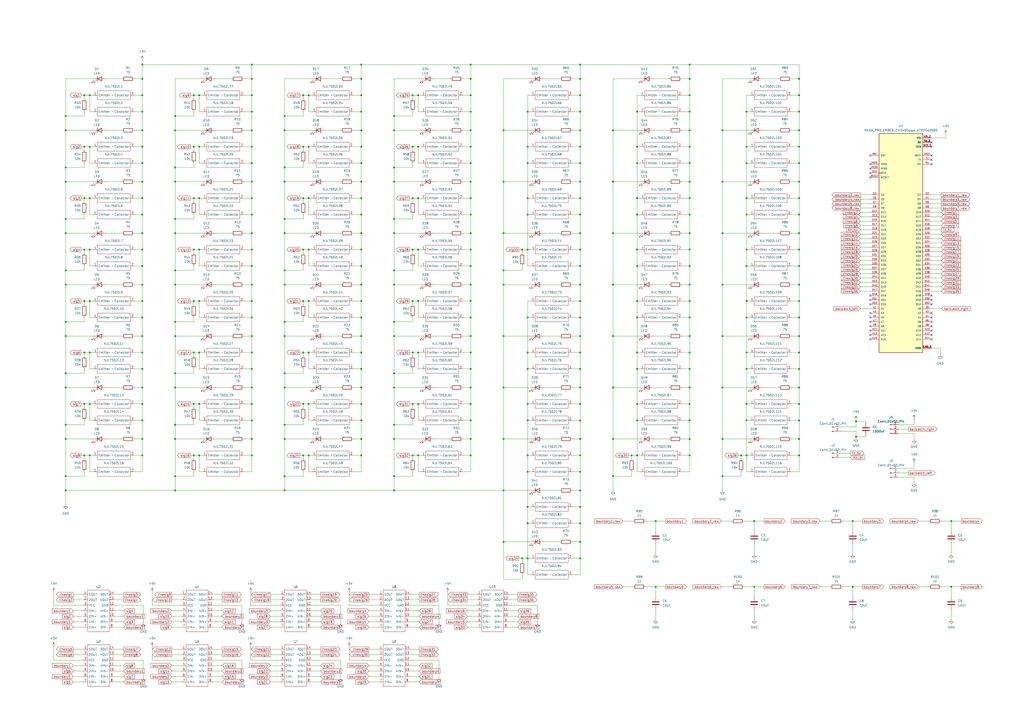
<source format=kicad_sch>
(kicad_sch (version 20230121) (generator eeschema)
  (paper "A2")
  (lib_symbols
    (symbol "Connector:Conn_01x02_Pin" (pin_names (offset 1.016) hide)
      (property "Reference" "J" (at 0 2.54 0))
      (property "Value" "Conn_01x02_Pin" (at 0 -5.08 0))
      (symbol "Conn_01x02_Pin_1_1"
        (pin passive line (at 5.08 0 180) (length 3.81) (name "Pin_1") (number "1"))
        (pin passive line (at 5.08 -2.54 180) (length 3.81) (name "Pin_2") (number "2"))
      )
    )
    (symbol "Connector:Conn_01x03_Pin" (pin_names (offset 1.016) hide)
      (property "Reference" "J" (at 0 5.08 0))
      (property "Value" "Conn_01x03_Pin" (at 0 -5.08 0))
      (symbol "Conn_01x03_Pin_1_1"
        (pin passive line (at 5.08 2.54 180) (length 3.81) (name "Pin_1") (number "1"))
        (pin passive line (at 5.08 0 180) (length 3.81) (name "Pin_2") (number "2"))
        (pin passive line (at 5.08 -2.54 180) (length 3.81) (name "Pin_3") (number "3"))
      )
    )
    (symbol "Device:C" (pin_numbers hide) (pin_names (offset 0.254))
      (property "Reference" "C" (at 0.635 2.54 0))
      (property "Value" "C" (at 0.635 -2.54 0))
      (symbol "C_1_1"
        (pin passive line (at 0 3.81 270) (length 2.794) (name "~") (number "1"))
        (pin passive line (at 0 -3.81 90) (length 2.794) (name "~") (number "2"))
      )
    )
    (symbol "Device:LED" (pin_numbers hide) (pin_names (offset 1.016) hide)
      (property "Reference" "D" (at 0 2.54 0))
      (property "Value" "LED" (at 0 -2.54 0))
      (symbol "LED_1_1"
        (pin passive line (at -3.81 0 0) (length 2.54) (name "K") (number "1"))
        (pin passive line (at 3.81 0 180) (length 2.54) (name "A") (number "2"))
      )
    )
    (symbol "Device:R" (pin_numbers hide) (pin_names (offset 0))
      (property "Reference" "R" (at 2.032 0 90))
      (property "Value" "R" (at 0 0 90))
      (symbol "R_1_1"
        (pin passive line (at 0 3.81 270) (length 1.27) (name "~") (number "1"))
        (pin passive line (at 0 -3.81 90) (length 1.27) (name "~") (number "2"))
      )
    )
    (symbol "MEGA_PRO_EMBED_CH340G___ATMEGA2560:MEGA_PRO_EMBED_CH340G_{slash}_ATMEGA2560" (pin_names (offset 1.016))
      (property "Reference" "U" (at -12.7 63.5 0))
      (property "Value" "MEGA_PRO_EMBED_CH340G_{slash}_ATMEGA2560" (at -12.7 -66.04 0))
      (symbol "MEGA_PRO_EMBED_CH340G_{slash}_ATMEGA2560_0_0"
        (pin power_in line (at 17.78 55.88 180) (length 5.08) (name "3V3") (number "3V3_1"))
        (pin power_in line (at 17.78 55.88 180) (length 5.08) (name "3V3") (number "3V3_2"))
        (pin power_in line (at 17.78 58.42 180) (length 5.08) (name "5V") (number "5V_1"))
        (pin power_in line (at 17.78 58.42 180) (length 5.08) (name "5V") (number "5V_2"))
        (pin power_in line (at 17.78 58.42 180) (length 5.08) (name "5V") (number "5V_3"))
        (pin bidirectional line (at 17.78 -38.1 180) (length 5.08) (name "A0") (number "A0"))
        (pin bidirectional line (at -17.78 -38.1 0) (length 5.08) (name "A1") (number "A1"))
        (pin bidirectional line (at 17.78 -50.8 180) (length 5.08) (name "A10") (number "A10"))
        (pin bidirectional line (at -17.78 -50.8 0) (length 5.08) (name "A11") (number "A11"))
        (pin bidirectional line (at 17.78 -53.34 180) (length 5.08) (name "A12") (number "A12"))
        (pin bidirectional line (at -17.78 -53.34 0) (length 5.08) (name "A13") (number "A13"))
        (pin bidirectional line (at 17.78 -55.88 180) (length 5.08) (name "A14") (number "A14"))
        (pin bidirectional line (at -17.78 -55.88 0) (length 5.08) (name "A15") (number "A15"))
        (pin bidirectional line (at 17.78 -40.64 180) (length 5.08) (name "A2") (number "A2"))
        (pin bidirectional line (at -17.78 -40.64 0) (length 5.08) (name "A3") (number "A3"))
        (pin bidirectional line (at 17.78 -43.18 180) (length 5.08) (name "A4") (number "A4"))
        (pin bidirectional line (at -17.78 -43.18 0) (length 5.08) (name "A5") (number "A5"))
        (pin bidirectional line (at 17.78 -45.72 180) (length 5.08) (name "A6") (number "A6"))
        (pin bidirectional line (at -17.78 -45.72 0) (length 5.08) (name "A7") (number "A7"))
        (pin bidirectional line (at 17.78 -48.26 180) (length 5.08) (name "A8") (number "A8"))
        (pin bidirectional line (at -17.78 -48.26 0) (length 5.08) (name "A9") (number "A9"))
        (pin bidirectional line (at 17.78 50.8 180) (length 5.08) (name "AREF") (number "AREF"))
        (pin bidirectional line (at 17.78 17.78 180) (length 5.08) (name "D10") (number "D10"))
        (pin bidirectional line (at -17.78 17.78 0) (length 5.08) (name "D11") (number "D11"))
        (pin bidirectional line (at 17.78 15.24 180) (length 5.08) (name "D12") (number "D12"))
        (pin bidirectional line (at -17.78 15.24 0) (length 5.08) (name "D13") (number "D13"))
        (pin bidirectional line (at 17.78 12.7 180) (length 5.08) (name "D14") (number "D14"))
        (pin bidirectional line (at -17.78 12.7 0) (length 5.08) (name "D15") (number "D15"))
        (pin bidirectional line (at 17.78 10.16 180) (length 5.08) (name "D16") (number "D16"))
        (pin bidirectional line (at -17.78 10.16 0) (length 5.08) (name "D17") (number "D17"))
        (pin bidirectional line (at 17.78 7.62 180) (length 5.08) (name "D18") (number "D18"))
        (pin bidirectional line (at -17.78 7.62 0) (length 5.08) (name "D19") (number "D19"))
        (pin bidirectional line (at 17.78 27.94 180) (length 5.08) (name "D2") (number "D2"))
        (pin bidirectional line (at 17.78 5.08 180) (length 5.08) (name "D20") (number "D20"))
        (pin bidirectional line (at -17.78 5.08 0) (length 5.08) (name "D21") (number "D21"))
        (pin bidirectional line (at 17.78 2.54 180) (length 5.08) (name "D22") (number "D22"))
        (pin bidirectional line (at -17.78 2.54 0) (length 5.08) (name "D23") (number "D23"))
        (pin bidirectional line (at 17.78 0 180) (length 5.08) (name "D24") (number "D24"))
        (pin bidirectional line (at -17.78 0 0) (length 5.08) (name "D25") (number "D25"))
        (pin bidirectional line (at 17.78 -2.54 180) (length 5.08) (name "D26") (number "D26"))
        (pin bidirectional line (at -17.78 -2.54 0) (length 5.08) (name "D27") (number "D27"))
        (pin bidirectional line (at 17.78 -5.08 180) (length 5.08) (name "D28") (number "D28"))
        (pin bidirectional line (at -17.78 -5.08 0) (length 5.08) (name "D29") (number "D29"))
        (pin bidirectional line (at -17.78 27.94 0) (length 5.08) (name "D3") (number "D3"))
        (pin bidirectional line (at 17.78 -7.62 180) (length 5.08) (name "D30") (number "D30"))
        (pin bidirectional line (at -17.78 -7.62 0) (length 5.08) (name "D31") (number "D31"))
        (pin bidirectional line (at 17.78 -10.16 180) (length 5.08) (name "D32") (number "D32"))
        (pin bidirectional line (at -17.78 -10.16 0) (length 5.08) (name "D33") (number "D33"))
        (pin bidirectional line (at 17.78 -12.7 180) (length 5.08) (name "D34") (number "D34"))
        (pin bidirectional line (at -17.78 -12.7 0) (length 5.08) (name "D35") (number "D35"))
        (pin bidirectional line (at 17.78 -15.24 180) (length 5.08) (name "D36") (number "D36"))
        (pin bidirectional line (at -17.78 -15.24 0) (length 5.08) (name "D37") (number "D37"))
        (pin bidirectional line (at 17.78 -17.78 180) (length 5.08) (name "D38") (number "D38"))
        (pin bidirectional line (at -17.78 -17.78 0) (length 5.08) (name "D39") (number "D39"))
        (pin bidirectional line (at 17.78 25.4 180) (length 5.08) (name "D4") (number "D4"))
        (pin bidirectional line (at 17.78 -20.32 180) (length 5.08) (name "D40") (number "D40"))
        (pin bidirectional line (at -17.78 -20.32 0) (length 5.08) (name "D41") (number "D41"))
        (pin bidirectional line (at 17.78 -22.86 180) (length 5.08) (name "D42") (number "D42"))
        (pin bidirectional line (at -17.78 -22.86 0) (length 5.08) (name "D43") (number "D43"))
        (pin bidirectional line (at 17.78 -25.4 180) (length 5.08) (name "D44") (number "D44"))
        (pin bidirectional line (at -17.78 -25.4 0) (length 5.08) (name "D45") (number "D45"))
        (pin bidirectional line (at 17.78 -27.94 180) (length 5.08) (name "D46") (number "D46"))
        (pin bidirectional line (at -17.78 -27.94 0) (length 5.08) (name "D47") (number "D47"))
        (pin bidirectional line (at 17.78 -30.48 180) (length 5.08) (name "D48") (number "D48"))
        (pin bidirectional line (at -17.78 -30.48 0) (length 5.08) (name "D49") (number "D49"))
        (pin bidirectional line (at -17.78 25.4 0) (length 5.08) (name "D5") (number "D5"))
        (pin bidirectional line (at 17.78 -33.02 180) (length 5.08) (name "D50") (number "D50"))
        (pin bidirectional line (at -17.78 -33.02 0) (length 5.08) (name "D51") (number "D51"))
        (pin bidirectional line (at 17.78 -35.56 180) (length 5.08) (name "D52") (number "D52"))
        (pin bidirectional line (at -17.78 -35.56 0) (length 5.08) (name "D53") (number "D53"))
        (pin bidirectional line (at 17.78 22.86 180) (length 5.08) (name "D6") (number "D6"))
        (pin bidirectional line (at -17.78 22.86 0) (length 5.08) (name "D7") (number "D7"))
        (pin bidirectional line (at 17.78 20.32 180) (length 5.08) (name "D8") (number "D8"))
        (pin bidirectional line (at -17.78 20.32 0) (length 5.08) (name "D9") (number "D9"))
        (pin power_in line (at 17.78 -60.96 180) (length 5.08) (name "GND") (number "GND_1"))
        (pin power_in line (at 17.78 -60.96 180) (length 5.08) (name "GND") (number "GND_2"))
        (pin power_in line (at 17.78 -60.96 180) (length 5.08) (name "GND") (number "GND_3"))
        (pin bidirectional line (at -17.78 43.18 0) (length 5.08) (name "MISO") (number "MISO"))
        (pin bidirectional line (at -17.78 45.72 0) (length 5.08) (name "MOSI") (number "MOSI"))
        (pin input line (at -17.78 38.1 0) (length 5.08) (name "RESET") (number "RESET"))
        (pin input line (at -17.78 50.8 0) (length 5.08) (name "RST") (number "RST"))
        (pin input line (at 17.78 45.72 180) (length 5.08) (name "RX") (number "RX"))
        (pin bidirectional clock (at -17.78 40.64 0) (length 5.08) (name "SCK") (number "SCK"))
        (pin output line (at 17.78 48.26 180) (length 5.08) (name "TX") (number "TX"))
        (pin power_in line (at 17.78 60.96 180) (length 5.08) (name "VIN") (number "VIN_1"))
        (pin power_in line (at 17.78 60.96 180) (length 5.08) (name "VIN") (number "VIN_2"))
      )
    )
    (symbol "power:+5V" (power) (pin_names (offset 0))
      (property "Value" "+5V" (at 0 3.556 0))
      (symbol "+5V_1_1"
        (pin power_in line (at 0 0 90) (length 0) hide (name "+5V") (number "1"))
      )
    )
    (symbol "power:GND" (power) (pin_names (offset 0))
      (property "Value" "GND" (at 0 -3.81 0))
      (symbol "GND_1_1"
        (pin power_in line (at 0 0 270) (length 0) hide (name "GND") (number "1"))
      )
    )
    (symbol "sunpare2023:LM339"
      (property "Reference" "U" (at 0 0 0))
      (symbol "LM339_1_1"
        (pin passive line (at -8.89 -3.81 0) (length 2.54) (name "1OUT") (number "1"))
        (pin passive line (at 8.89 -16.51 180) (length 2.54) (name "4IN-") (number "10"))
        (pin passive line (at 8.89 -13.335 180) (length 2.54) (name "4IN+") (number "11"))
        (pin passive line (at 8.89 -10.16 180) (length 2.54) (name "GND") (number "12"))
        (pin passive line (at 8.89 -6.985 180) (length 2.54) (name "4OUT") (number "13"))
        (pin passive line (at 8.89 -3.81 180) (length 2.54) (name "3OUT") (number "14"))
        (pin passive line (at -8.89 -6.985 0) (length 2.54) (name "2OUT") (number "2"))
        (pin passive line (at -8.89 -10.16 0) (length 2.54) (name "VCC") (number "3"))
        (pin passive line (at -8.89 -13.335 0) (length 2.54) (name "2IN-") (number "4"))
        (pin passive line (at -8.89 -16.51 0) (length 2.54) (name "2IN+") (number "5"))
        (pin passive line (at -8.89 -19.685 0) (length 2.54) (name "1IN-") (number "6"))
        (pin passive line (at -8.89 -22.86 0) (length 2.54) (name "1IN+") (number "7"))
        (pin passive line (at 8.89 -22.86 180) (length 2.54) (name "3IN-") (number "8"))
        (pin passive line (at 8.89 -19.685 180) (length 2.54) (name "3IN+") (number "9"))
      )
    )
    (symbol "sunpare2023:NJL7502L"
      (property "Reference" "NJL7502L" (at 0 3.81 0))
      (symbol "NJL7502L_1_1"
        (pin passive line (at -11.43 0 0) (length 2.54) (name "Emitter") (number "1"))
        (pin passive line (at 12.7 0 180) (length 2.54) (name "Collector") (number "2"))
      )
    )
  )
  (junction (at 146.05 105.41))
  (junction (at 306.07 64.77))
  (junction (at 496.57 253.365))
  (junction (at 48.895 174.625))
  (junction (at 101.6 246.38))
  (junction (at 306.07 303.53))
  (junction (at 101.6 75.565))
  (junction (at 209.55 165.1))
  (junction (at 165.1 224.79))
  (junction (at 242.57 55.245))
  (junction (at 38.1 97.155))
  (junction (at 292.1 284.48))
  (junction (at 433.07 154.305))
  (junction (at 82.55 194.945))
  (junction (at 239.395 204.47))
  (junction (at 209.55 75.565))
  (junction (at 400.05 264.16))
  (junction (at 292.1 105.41))
  (junction (at 463.55 224.79))
  (junction (at 48.895 234.315))
  (junction (at 369.57 174.625))
  (junction (at 400.05 45.72))
  (junction (at 273.05 135.255))
  (junction (at 302.895 144.78))
  (junction (at 306.07 273.685))
  (junction (at 273.05 45.72))
  (junction (at 400.05 165.1))
  (junction (at 82.55 105.41))
  (junction (at 146.05 154.305))
  (junction (at 336.55 213.995))
  (junction (at 433.07 94.615))
  (junction (at 52.07 174.625))
  (junction (at 146.05 174.625))
  (junction (at 38.1 216.535))
  (junction (at 146.05 254.635))
  (junction (at 419.1 224.79))
  (junction (at 82.55 224.79))
  (junction (at 209.55 184.15))
  (junction (at 400.05 55.245))
  (junction (at 369.57 213.995))
  (junction (at 146.05 135.255))
  (junction (at 400.05 243.84))
  (junction (at 165.1 156.845))
  (junction (at 419.1 105.41))
  (junction (at 165.1 127))
  (junction (at 175.895 204.47))
  (junction (at 38.1 127))
  (junction (at 175.895 55.245))
  (junction (at 48.895 264.16))
  (junction (at 369.57 124.46))
  (junction (at 463.55 114.935))
  (junction (at 336.55 144.78))
  (junction (at 115.57 114.935))
  (junction (at 336.55 224.79))
  (junction (at 228.6 284.48))
  (junction (at 82.55 174.625))
  (junction (at 336.55 234.315))
  (junction (at 463.55 85.09))
  (junction (at 380.365 340.36))
  (junction (at 336.55 184.15))
  (junction (at 355.6 105.41))
  (junction (at 228.6 127))
  (junction (at 336.55 135.255))
  (junction (at 228.6 254.635))
  (junction (at 369.57 204.47))
  (junction (at 433.07 174.625))
  (junction (at 52.07 264.16))
  (junction (at 38.1 75.565))
  (junction (at 419.1 135.255))
  (junction (at 366.395 264.16))
  (junction (at 112.395 144.78))
  (junction (at 336.55 294.005))
  (junction (at 306.07 264.16))
  (junction (at 38.1 186.69))
  (junction (at 165.1 186.69))
  (junction (at 179.07 264.16))
  (junction (at 38.1 284.48))
  (junction (at 101.6 194.945))
  (junction (at 175.895 144.78))
  (junction (at 306.07 204.47))
  (junction (at 273.05 264.16))
  (junction (at 209.55 37.465))
  (junction (at 38.1 105.41))
  (junction (at 292.1 135.255))
  (junction (at 400.05 124.46))
  (junction (at 273.05 213.995))
  (junction (at 146.05 45.72))
  (junction (at 101.6 216.535))
  (junction (at 336.55 154.305))
  (junction (at 146.05 64.77))
  (junction (at 400.05 194.945))
  (junction (at 369.57 144.78))
  (junction (at 273.05 75.565))
  (junction (at 369.57 234.315))
  (junction (at 292.1 314.325))
  (junction (at 82.55 55.245))
  (junction (at 419.1 75.565))
  (junction (at 433.07 184.15))
  (junction (at 209.55 45.72))
  (junction (at 115.57 174.625))
  (junction (at 101.6 254.635))
  (junction (at 273.05 105.41))
  (junction (at 82.55 165.1))
  (junction (at 112.395 85.09))
  (junction (at 306.07 234.315))
  (junction (at 400.05 204.47))
  (junction (at 165.1 135.255))
  (junction (at 52.07 144.78))
  (junction (at 463.55 94.615))
  (junction (at 369.57 184.15))
  (junction (at 336.55 314.325))
  (junction (at 242.57 264.16))
  (junction (at 369.57 94.615))
  (junction (at 209.55 64.77))
  (junction (at 273.05 194.945))
  (junction (at 336.55 284.48))
  (junction (at 48.895 55.245))
  (junction (at 146.05 184.15))
  (junction (at 112.395 234.315))
  (junction (at 355.6 75.565))
  (junction (at 463.55 254.635))
  (junction (at 242.57 114.935))
  (junction (at 179.07 204.47))
  (junction (at 228.6 194.945))
  (junction (at 336.55 64.77))
  (junction (at 336.55 114.935))
  (junction (at 433.07 114.935))
  (junction (at 179.07 234.315))
  (junction (at 306.07 294.005))
  (junction (at 146.05 114.935))
  (junction (at 433.07 234.315))
  (junction (at 355.6 194.945))
  (junction (at 336.55 75.565))
  (junction (at 175.895 114.935))
  (junction (at 38.1 135.255))
  (junction (at 179.07 144.78))
  (junction (at 115.57 234.315))
  (junction (at 175.895 174.625))
  (junction (at 38.1 165.1))
  (junction (at 496.57 244.475))
  (junction (at 48.895 85.09))
  (junction (at 273.05 165.1))
  (junction (at 306.07 85.09))
  (junction (at 336.55 323.85))
  (junction (at 38.1 276.225))
  (junction (at 242.57 234.315))
  (junction (at 494.665 302.26))
  (junction (at 209.55 124.46))
  (junction (at 463.55 194.945))
  (junction (at 242.57 144.78))
  (junction (at 165.1 75.565))
  (junction (at 306.07 243.84))
  (junction (at 228.6 276.225))
  (junction (at 273.05 94.615))
  (junction (at 242.57 85.09))
  (junction (at 463.55 154.305))
  (junction (at 400.05 224.79))
  (junction (at 273.05 85.09))
  (junction (at 209.55 174.625))
  (junction (at 239.395 55.245))
  (junction (at 52.07 85.09))
  (junction (at 463.55 174.625))
  (junction (at 437.515 302.26))
  (junction (at 306.07 144.78))
  (junction (at 306.07 124.46))
  (junction (at 209.55 194.945))
  (junction (at 433.07 264.16))
  (junction (at 302.895 323.85))
  (junction (at 369.57 154.305))
  (junction (at 336.55 243.84))
  (junction (at 165.1 276.225))
  (junction (at 463.55 124.46))
  (junction (at 209.55 85.09))
  (junction (at 179.07 114.935))
  (junction (at 369.57 243.84))
  (junction (at 209.55 254.635))
  (junction (at 52.07 55.245))
  (junction (at 463.55 144.78))
  (junction (at 112.395 114.935))
  (junction (at 112.395 55.245))
  (junction (at 228.6 75.565))
  (junction (at 400.05 234.315))
  (junction (at 273.05 64.77))
  (junction (at 112.395 174.625))
  (junction (at 209.55 224.79))
  (junction (at 179.07 85.09))
  (junction (at 433.07 144.78))
  (junction (at 228.6 186.69))
  (junction (at 336.55 105.41))
  (junction (at 82.55 75.565))
  (junction (at 82.55 37.465))
  (junction (at 146.05 224.79))
  (junction (at 463.55 165.1))
  (junction (at 273.05 184.15))
  (junction (at 52.07 204.47))
  (junction (at 82.55 144.78))
  (junction (at 242.57 174.625))
  (junction (at 273.05 204.47))
  (junction (at 146.05 165.1))
  (junction (at 209.55 264.16))
  (junction (at 433.07 243.84))
  (junction (at 146.05 243.84))
  (junction (at 228.6 67.31))
  (junction (at 38.1 67.31))
  (junction (at 463.55 243.84))
  (junction (at 400.05 144.78))
  (junction (at 292.1 156.845))
  (junction (at 273.05 55.245))
  (junction (at 463.55 55.245))
  (junction (at 433.07 64.77))
  (junction (at 82.55 114.935))
  (junction (at 437.515 340.36))
  (junction (at 115.57 144.78))
  (junction (at 239.395 264.16))
  (junction (at 336.55 45.72))
  (junction (at 336.55 165.1))
  (junction (at 38.1 254.635))
  (junction (at 355.6 254.635))
  (junction (at 228.6 165.1))
  (junction (at 82.55 135.255))
  (junction (at 209.55 135.255))
  (junction (at 38.1 194.945))
  (junction (at 146.05 94.615))
  (junction (at 336.55 85.09))
  (junction (at 146.05 234.315))
  (junction (at 209.55 213.995))
  (junction (at 336.55 264.16))
  (junction (at 101.6 156.845))
  (junction (at 228.6 105.41))
  (junction (at 355.6 165.1))
  (junction (at 239.395 234.315))
  (junction (at 82.55 234.315))
  (junction (at 336.55 204.47))
  (junction (at 380.365 302.26))
  (junction (at 228.6 216.535))
  (junction (at 433.07 124.46))
  (junction (at 101.6 276.225))
  (junction (at 463.55 105.41))
  (junction (at 433.07 204.47))
  (junction (at 400.05 184.15))
  (junction (at 273.05 144.78))
  (junction (at 494.665 340.36))
  (junction (at 146.05 75.565))
  (junction (at 273.05 234.315))
  (junction (at 209.55 94.615))
  (junction (at 101.6 165.1))
  (junction (at 82.55 213.995))
  (junction (at 400.05 105.41))
  (junction (at 336.55 94.615))
  (junction (at 101.6 67.31))
  (junction (at 228.6 97.155))
  (junction (at 209.55 105.41))
  (junction (at 209.55 234.315))
  (junction (at 228.6 246.38))
  (junction (at 239.395 144.78))
  (junction (at 306.07 213.995))
  (junction (at 306.07 184.15))
  (junction (at 115.57 85.09))
  (junction (at 292.1 194.945))
  (junction (at 400.05 94.615))
  (junction (at 82.55 124.46))
  (junction (at 400.05 114.935))
  (junction (at 175.895 264.16))
  (junction (at 463.55 213.995))
  (junction (at 101.6 97.155))
  (junction (at 463.55 64.77))
  (junction (at 292.1 75.565))
  (junction (at 400.05 154.305))
  (junction (at 419.1 254.635))
  (junction (at 429.895 264.16))
  (junction (at 209.55 154.305))
  (junction (at 242.57 204.47))
  (junction (at 52.07 234.315))
  (junction (at 209.55 204.47))
  (junction (at 146.05 194.945))
  (junction (at 101.6 224.79))
  (junction (at 52.07 114.935))
  (junction (at 369.57 64.77))
  (junction (at 463.55 234.315))
  (junction (at 82.55 204.47))
  (junction (at 273.05 114.935))
  (junction (at 355.6 276.225))
  (junction (at 400.05 85.09))
  (junction (at 463.55 75.565))
  (junction (at 82.55 94.615))
  (junction (at 551.815 340.36))
  (junction (at 112.395 204.47))
  (junction (at 306.07 323.85))
  (junction (at 400.05 75.565))
  (junction (at 82.55 254.635))
  (junction (at 463.55 45.72))
  (junction (at 165.1 216.535))
  (junction (at 400.05 174.625))
  (junction (at 369.57 114.935))
  (junction (at 400.05 37.465))
  (junction (at 101.6 186.69))
  (junction (at 336.55 55.245))
  (junction (at 239.395 85.09))
  (junction (at 115.57 264.16))
  (junction (at 273.05 154.305))
  (junction (at 165.1 105.41))
  (junction (at 209.55 243.84))
  (junction (at 115.57 204.47))
  (junction (at 101.6 284.48))
  (junction (at 112.395 264.16))
  (junction (at 273.05 224.79))
  (junction (at 463.55 204.47))
  (junction (at 273.05 254.635))
  (junction (at 369.57 85.09))
  (junction (at 38.1 156.845))
  (junction (at 38.1 224.79))
  (junction (at 165.1 165.1))
  (junction (at 209.55 144.78))
  (junction (at 146.05 55.245))
  (junction (at 292.1 254.635))
  (junction (at 228.6 135.255))
  (junction (at 101.6 127))
  (junction (at 209.55 55.245))
  (junction (at 355.6 135.255))
  (junction (at 400.05 135.255))
  (junction (at 228.6 224.79))
  (junction (at 273.05 37.465))
  (junction (at 146.05 124.46))
  (junction (at 101.6 105.41))
  (junction (at 82.55 184.15))
  (junction (at 292.1 165.1))
  (junction (at 48.895 114.935))
  (junction (at 369.57 264.16))
  (junction (at 82.55 85.09))
  (junction (at 165.1 246.38))
  (junction (at 146.05 204.47))
  (junction (at 179.07 55.245))
  (junction (at 209.55 114.935))
  (junction (at 433.07 85.09))
  (junction (at 165.1 67.31))
  (junction (at 228.6 156.845))
  (junction (at 336.55 254.635))
  (junction (at 146.05 213.995))
  (junction (at 336.55 124.46))
  (junction (at 82.55 154.305))
  (junction (at 146.05 264.16))
  (junction (at 175.895 234.315))
  (junction (at 551.815 302.26))
  (junction (at 419.1 194.945))
  (junction (at 336.55 303.53))
  (junction (at 239.395 114.935))
  (junction (at 400.05 254.635))
  (junction (at 306.07 114.935))
  (junction (at 179.07 174.625))
  (junction (at 146.05 144.78))
  (junction (at 419.1 276.225))
  (junction (at 165.1 284.48))
  (junction (at 400.05 64.77))
  (junction (at 239.395 174.625))
  (junction (at 433.07 213.995))
  (junction (at 336.55 37.465))
  (junction (at 115.57 55.245))
  (junction (at 82.55 45.72))
  (junction (at 38.1 246.38))
  (junction (at 82.55 243.84))
  (junction (at 273.05 124.46))
  (junction (at 48.895 204.47))
  (junction (at 336.55 174.625))
  (junction (at 82.55 64.77))
  (junction (at 273.05 174.625))
  (junction (at 146.05 37.465))
  (junction (at 463.55 264.16))
  (junction (at 165.1 194.945))
  (junction (at 273.05 243.84))
  (junction (at 165.1 254.635))
  (junction (at 463.55 135.255))
  (junction (at 101.6 135.255))
  (junction (at 48.895 144.78))
  (junction (at 400.05 213.995))
  (junction (at 336.55 273.685))
  (junction (at 463.55 184.15))
  (junction (at 165.1 97.155))
  (junction (at 146.05 85.09))
  (junction (at 306.07 94.615))
  (junction (at 175.895 85.09))
  (junction (at 355.6 224.79))
  (junction (at 292.1 224.79))
  (junction (at 419.1 165.1))
  (junction (at 336.55 194.945))
  (junction (at 82.55 264.16))
  (no_connect (at 540.385 85.09))
  (no_connect (at 504.825 102.87))
  (no_connect (at 540.385 92.71))
  (no_connect (at 540.385 90.17))
  (no_connect (at 504.825 186.69))
  (no_connect (at 504.825 194.31))
  (no_connect (at 540.385 181.61))
  (no_connect (at 504.825 95.25))
  (no_connect (at 540.385 196.85))
  (no_connect (at 540.385 194.31))
  (no_connect (at 504.825 181.61))
  (no_connect (at 540.385 189.23))
  (no_connect (at 540.385 191.77))
  (no_connect (at 504.825 184.15))
  (no_connect (at 540.385 171.45))
  (no_connect (at 504.825 173.99))
  (no_connect (at 504.825 189.23))
  (no_connect (at 540.385 184.15))
  (no_connect (at 504.825 171.45))
  (no_connect (at 504.825 196.85))
  (no_connect (at 540.385 82.55))
  (no_connect (at 504.825 97.79))
  (no_connect (at 540.385 176.53))
  (no_connect (at 504.825 100.33))
  (no_connect (at 504.825 90.17))
  (no_connect (at 540.385 95.25))
  (no_connect (at 504.825 191.77))
  (no_connect (at 504.825 176.53))
  (no_connect (at 540.385 173.99))
  (no_connect (at 540.385 186.69))
  (wire (pts (xy 487.68 247.65) (xy 496.57 247.65)))
  (wire (pts (xy 78.105 124.46) (xy 82.55 124.46)))
  (wire (pts (xy 242.57 264.16) (xy 242.57 273.685)))
  (wire (pts (xy 180.34 357.505) (xy 186.055 357.505)))
  (wire (pts (xy 52.07 55.245) (xy 52.07 64.77)))
  (wire (pts (xy 242.57 55.245) (xy 242.57 64.77)))
  (wire (pts (xy 228.6 165.1) (xy 244.475 165.1)))
  (wire (pts (xy 117.475 114.935) (xy 115.57 114.935)))
  (wire (pts (xy 209.55 264.16) (xy 209.55 273.685)))
  (wire (pts (xy 242.57 273.685) (xy 244.475 273.685)))
  (wire (pts (xy 78.105 273.685) (xy 82.55 273.685)))
  (wire (pts (xy 101.6 127) (xy 101.6 135.255)))
  (wire (pts (xy 115.57 273.685) (xy 117.475 273.685)))
  (wire (pts (xy 101.6 246.38) (xy 101.6 254.635)))
  (wire (pts (xy 504.825 135.89) (xy 499.11 135.89)))
  (wire (pts (xy 400.05 213.995) (xy 400.05 224.79)))
  (wire (pts (xy 336.55 243.84) (xy 336.55 254.635)))
  (wire (pts (xy 146.05 75.565) (xy 146.05 85.09)))
  (wire (pts (xy 209.55 37.465) (xy 273.05 37.465)))
  (wire (pts (xy 268.605 243.84) (xy 273.05 243.84)))
  (wire (pts (xy 302.895 323.85) (xy 302.895 325.755)))
  (wire (pts (xy 459.105 184.15) (xy 463.55 184.15)))
  (wire (pts (xy 209.55 55.245) (xy 209.55 64.77)))
  (wire (pts (xy 463.55 264.16) (xy 463.55 273.685)))
  (wire (pts (xy 254.635 351.155) (xy 254.635 361.315)))
  (wire (pts (xy 101.6 45.72) (xy 117.475 45.72)))
  (wire (pts (xy 66.04 395.605) (xy 71.755 395.605)))
  (wire (pts (xy 209.55 135.255) (xy 209.55 144.78)))
  (wire (pts (xy 117.475 144.78) (xy 115.57 144.78)))
  (wire (pts (xy 38.1 127) (xy 38.1 135.255)))
  (wire (pts (xy 307.975 174.625) (xy 306.07 174.625)))
  (wire (pts (xy 369.57 204.47) (xy 369.57 213.995)))
  (wire (pts (xy 244.475 264.16) (xy 242.57 264.16)))
  (wire (pts (xy 101.6 165.1) (xy 101.6 186.69)))
  (wire (pts (xy 239.395 264.16) (xy 242.57 264.16)))
  (wire (pts (xy 117.475 204.47) (xy 115.57 204.47)))
  (wire (pts (xy 205.105 75.565) (xy 209.55 75.565)))
  (wire (pts (xy 307.975 114.935) (xy 306.07 114.935)))
  (wire (pts (xy 433.07 184.15) (xy 433.07 204.47)))
  (wire (pts (xy 83.185 382.905) (xy 83.185 393.065)))
  (wire (pts (xy 521.335 271.78) (xy 530.225 271.78)))
  (wire (pts (xy 530.225 251.46) (xy 530.225 254.635)))
  (wire (pts (xy 219.71 363.855) (xy 213.995 363.855)))
  (wire (pts (xy 228.6 75.565) (xy 228.6 97.155)))
  (wire (pts (xy 380.365 315.595) (xy 380.365 321.31)))
  (wire (pts (xy 242.57 213.995) (xy 244.475 213.995)))
  (wire (pts (xy 78.105 165.1) (xy 82.55 165.1)))
  (wire (pts (xy 239.395 144.78) (xy 239.395 146.685)))
  (wire (pts (xy 400.05 37.465) (xy 463.55 37.465)))
  (wire (pts (xy 395.605 243.84) (xy 400.05 243.84)))
  (wire (pts (xy 268.605 135.255) (xy 273.05 135.255)))
  (wire (pts (xy 306.07 303.53) (xy 307.975 303.53)))
  (wire (pts (xy 292.1 224.79) (xy 292.1 254.635)))
  (wire (pts (xy 38.1 276.225) (xy 48.895 276.225)))
  (wire (pts (xy 146.05 174.625) (xy 146.05 184.15)))
  (wire (pts (xy 175.895 85.09) (xy 175.895 86.995)))
  (wire (pts (xy 180.34 354.33) (xy 186.055 354.33)))
  (wire (pts (xy 459.105 114.935) (xy 463.55 114.935)))
  (wire (pts (xy 306.07 264.16) (xy 306.07 273.685)))
  (wire (pts (xy 38.1 127) (xy 48.895 127)))
  (wire (pts (xy 442.595 45.72) (xy 451.485 45.72)))
  (wire (pts (xy 252.095 45.72) (xy 260.985 45.72)))
  (wire (pts (xy 115.57 154.305) (xy 117.475 154.305)))
  (wire (pts (xy 209.55 194.945) (xy 209.55 204.47)))
  (wire (pts (xy 540.385 143.51) (xy 546.1 143.51)))
  (wire (pts (xy 61.595 105.41) (xy 70.485 105.41)))
  (wire (pts (xy 38.1 67.31) (xy 38.1 75.565)))
  (wire (pts (xy 302.895 144.78) (xy 302.895 146.685)))
  (wire (pts (xy 219.71 392.43) (xy 213.995 392.43)))
  (wire (pts (xy 175.895 114.935) (xy 179.07 114.935)))
  (wire (pts (xy 395.605 124.46) (xy 400.05 124.46)))
  (wire (pts (xy 369.57 64.77) (xy 371.475 64.77)))
  (wire (pts (xy 219.71 386.08) (xy 213.995 386.08)))
  (wire (pts (xy 165.1 224.79) (xy 165.1 246.38)))
  (wire (pts (xy 395.605 184.15) (xy 400.05 184.15)))
  (wire (pts (xy 400.05 243.84) (xy 400.05 254.635)))
  (wire (pts (xy 355.6 105.41) (xy 371.475 105.41)))
  (wire (pts (xy 332.105 323.85) (xy 336.55 323.85)))
  (wire (pts (xy 336.55 105.41) (xy 336.55 114.935)))
  (wire (pts (xy 66.04 357.505) (xy 71.755 357.505)))
  (wire (pts (xy 433.07 273.685) (xy 434.975 273.685)))
  (wire (pts (xy 38.1 105.41) (xy 53.975 105.41)))
  (wire (pts (xy 355.6 45.72) (xy 371.475 45.72)))
  (wire (pts (xy 504.825 125.73) (xy 499.11 125.73)))
  (wire (pts (xy 268.605 224.79) (xy 273.05 224.79)))
  (wire (pts (xy 141.605 144.78) (xy 146.05 144.78)))
  (wire (pts (xy 239.395 174.625) (xy 239.395 176.53)))
  (wire (pts (xy 379.095 45.72) (xy 387.985 45.72)))
  (wire (pts (xy 268.605 64.77) (xy 273.05 64.77)))
  (wire (pts (xy 433.07 184.15) (xy 434.975 184.15)))
  (wire (pts (xy 78.105 45.72) (xy 82.55 45.72)))
  (wire (pts (xy 125.095 105.41) (xy 133.985 105.41)))
  (wire (pts (xy 66.04 363.855) (xy 71.755 363.855)))
  (wire (pts (xy 48.26 395.605) (xy 42.545 395.605)))
  (wire (pts (xy 78.105 154.305) (xy 82.55 154.305)))
  (wire (pts (xy 336.55 224.79) (xy 336.55 234.315)))
  (wire (pts (xy 48.26 347.98) (xy 42.545 347.98)))
  (wire (pts (xy 105.41 363.855) (xy 99.695 363.855)))
  (wire (pts (xy 53.975 55.245) (xy 52.07 55.245)))
  (wire (pts (xy 395.605 273.685) (xy 400.05 273.685)))
  (wire (pts (xy 355.6 165.1) (xy 355.6 194.945)))
  (wire (pts (xy 292.1 335.915) (xy 302.895 335.915)))
  (wire (pts (xy 306.07 85.09) (xy 306.07 94.615)))
  (wire (pts (xy 463.55 213.995) (xy 463.55 224.79)))
  (wire (pts (xy 209.55 204.47) (xy 209.55 213.995)))
  (wire (pts (xy 38.1 194.945) (xy 53.975 194.945)))
  (wire (pts (xy 292.1 194.945) (xy 307.975 194.945)))
  (wire (pts (xy 112.395 273.685) (xy 112.395 276.225)))
  (wire (pts (xy 496.57 244.475) (xy 496.57 247.65)))
  (wire (pts (xy 205.105 254.635) (xy 209.55 254.635)))
  (wire (pts (xy 336.55 213.995) (xy 336.55 224.79)))
  (wire (pts (xy 463.55 194.945) (xy 463.55 204.47)))
  (wire (pts (xy 101.6 194.945) (xy 117.475 194.945)))
  (wire (pts (xy 165.1 127) (xy 165.1 135.255)))
  (wire (pts (xy 112.395 114.935) (xy 115.57 114.935)))
  (wire (pts (xy 175.895 154.305) (xy 175.895 156.845)))
  (wire (pts (xy 205.105 234.315) (xy 209.55 234.315)))
  (wire (pts (xy 38.1 105.41) (xy 38.1 127)))
  (wire (pts (xy 115.57 174.625) (xy 115.57 184.15)))
  (wire (pts (xy 273.05 254.635) (xy 273.05 264.16)))
  (wire (pts (xy 179.07 154.305) (xy 180.975 154.305)))
  (wire (pts (xy 228.6 254.635) (xy 228.6 276.225)))
  (wire (pts (xy 273.05 184.15) (xy 273.05 194.945)))
  (wire (pts (xy 173.99 55.245) (xy 175.895 55.245)))
  (wire (pts (xy 276.86 360.68) (xy 271.145 360.68)))
  (wire (pts (xy 162.56 395.605) (xy 156.845 395.605)))
  (wire (pts (xy 355.6 254.635) (xy 371.475 254.635)))
  (wire (pts (xy 115.57 94.615) (xy 117.475 94.615)))
  (wire (pts (xy 179.07 114.935) (xy 179.07 124.46)))
  (wire (pts (xy 369.57 154.305) (xy 369.57 174.625)))
  (wire (pts (xy 179.07 213.995) (xy 180.975 213.995)))
  (wire (pts (xy 463.55 85.09) (xy 463.55 94.615)))
  (wire (pts (xy 112.395 213.995) (xy 112.395 216.535)))
  (wire (pts (xy 273.05 64.77) (xy 273.05 75.565)))
  (wire (pts (xy 209.55 75.565) (xy 209.55 85.09)))
  (wire (pts (xy 112.395 64.77) (xy 112.395 67.31)))
  (wire (pts (xy 112.395 204.47) (xy 115.57 204.47)))
  (wire (pts (xy 82.55 184.15) (xy 82.55 194.945)))
  (wire (pts (xy 112.395 85.09) (xy 112.395 86.995)))
  (wire (pts (xy 162.56 382.905) (xy 145.415 382.905)))
  (wire (pts (xy 175.895 273.685) (xy 175.895 276.225)))
  (wire (pts (xy 165.1 156.845) (xy 175.895 156.845)))
  (wire (pts (xy 38.1 254.635) (xy 53.975 254.635)))
  (wire (pts (xy 38.1 97.155) (xy 48.895 97.155)))
  (wire (pts (xy 48.895 234.315) (xy 48.895 236.22)))
  (wire (pts (xy 162.56 376.555) (xy 156.845 376.555)))
  (wire (pts (xy 239.395 114.935) (xy 239.395 116.84)))
  (wire (pts (xy 540.385 163.83) (xy 546.1 163.83)))
  (wire (pts (xy 504.825 168.91) (xy 499.11 168.91)))
  (wire (pts (xy 521.335 251.46) (xy 530.225 251.46)))
  (wire (pts (xy 112.395 144.78) (xy 115.57 144.78)))
  (wire (pts (xy 165.1 254.635) (xy 180.975 254.635)))
  (wire (pts (xy 228.6 276.225) (xy 239.395 276.225)))
  (wire (pts (xy 237.49 144.78) (xy 239.395 144.78)))
  (wire (pts (xy 442.595 194.945) (xy 451.485 194.945)))
  (wire (pts (xy 268.605 194.945) (xy 273.05 194.945)))
  (wire (pts (xy 242.57 154.305) (xy 244.475 154.305)))
  (wire (pts (xy 105.41 392.43) (xy 99.695 392.43)))
  (wire (pts (xy 165.1 75.565) (xy 180.975 75.565)))
  (wire (pts (xy 165.1 75.565) (xy 165.1 97.155)))
  (wire (pts (xy 146.05 114.935) (xy 146.05 124.46)))
  (wire (pts (xy 433.07 55.245) (xy 433.07 64.77)))
  (wire (pts (xy 395.605 224.79) (xy 400.05 224.79)))
  (wire (pts (xy 110.49 204.47) (xy 112.395 204.47)))
  (wire (pts (xy 306.07 154.305) (xy 307.975 154.305)))
  (wire (pts (xy 540.385 153.67) (xy 546.1 153.67)))
  (wire (pts (xy 179.07 273.685) (xy 180.975 273.685)))
  (wire (pts (xy 306.07 144.78) (xy 306.07 154.305)))
  (wire (pts (xy 48.895 55.245) (xy 48.895 57.15)))
  (wire (pts (xy 228.6 254.635) (xy 244.475 254.635)))
  (wire (pts (xy 52.07 273.685) (xy 53.975 273.685)))
  (wire (pts (xy 463.55 45.72) (xy 463.55 55.245)))
  (wire (pts (xy 294.64 360.68) (xy 300.355 360.68)))
  (wire (pts (xy 239.395 204.47) (xy 239.395 206.375)))
  (wire (pts (xy 78.105 204.47) (xy 82.55 204.47)))
  (wire (pts (xy 355.6 75.565) (xy 355.6 105.41)))
  (wire (pts (xy 197.485 382.905) (xy 197.485 393.065)))
  (wire (pts (xy 463.55 75.565) (xy 463.55 85.09)))
  (wire (pts (xy 273.05 75.565) (xy 273.05 85.09)))
  (wire (pts (xy 209.55 45.72) (xy 209.55 55.245)))
  (wire (pts (xy 380.365 340.36) (xy 380.365 346.075)))
  (wire (pts (xy 268.605 154.305) (xy 273.05 154.305)))
  (wire (pts (xy 188.595 224.79) (xy 197.485 224.79)))
  (wire (pts (xy 228.6 194.945) (xy 228.6 216.535)))
  (wire (pts (xy 538.48 302.26) (xy 532.765 302.26)))
  (wire (pts (xy 175.895 94.615) (xy 175.895 97.155)))
  (wire (pts (xy 434.975 114.935) (xy 433.07 114.935)))
  (wire (pts (xy 355.6 75.565) (xy 371.475 75.565)))
  (wire (pts (xy 165.1 156.845) (xy 165.1 165.1)))
  (wire (pts (xy 123.19 360.68) (xy 128.905 360.68)))
  (wire (pts (xy 540.385 146.05) (xy 546.1 146.05)))
  (wire (pts (xy 307.975 323.85) (xy 306.07 323.85)))
  (wire (pts (xy 400.05 154.305) (xy 400.05 165.1)))
  (wire (pts (xy 239.395 184.15) (xy 239.395 186.69)))
  (wire (pts (xy 162.56 351.155) (xy 145.415 351.155)))
  (wire (pts (xy 48.895 154.305) (xy 48.895 156.845)))
  (wire (pts (xy 292.1 314.325) (xy 292.1 335.915)))
  (wire (pts (xy 306.07 114.935) (xy 306.07 124.46)))
  (wire (pts (xy 336.55 94.615) (xy 336.55 105.41)))
  (wire (pts (xy 551.815 302.26) (xy 551.815 307.975)))
  (wire (pts (xy 228.6 194.945) (xy 244.475 194.945)))
  (wire (pts (xy 459.105 213.995) (xy 463.55 213.995)))
  (wire (pts (xy 162.56 363.855) (xy 156.845 363.855)))
  (wire (pts (xy 219.71 376.555) (xy 213.995 376.555)))
  (wire (pts (xy 395.605 85.09) (xy 400.05 85.09)))
  (wire (pts (xy 180.975 264.16) (xy 179.07 264.16)))
  (wire (pts (xy 123.19 363.855) (xy 128.905 363.855)))
  (wire (pts (xy 332.105 64.77) (xy 336.55 64.77)))
  (wire (pts (xy 307.975 234.315) (xy 306.07 234.315)))
  (wire (pts (xy 242.57 124.46) (xy 244.475 124.46)))
  (wire (pts (xy 433.07 243.84) (xy 433.07 264.16)))
  (wire (pts (xy 82.55 135.255) (xy 82.55 144.78)))
  (wire (pts (xy 332.105 333.375) (xy 336.55 333.375)))
  (wire (pts (xy 101.6 105.41) (xy 117.475 105.41)))
  (wire (pts (xy 146.05 85.09) (xy 146.05 94.615)))
  (wire (pts (xy 369.57 213.995) (xy 369.57 234.315)))
  (wire (pts (xy 180.975 144.78) (xy 179.07 144.78)))
  (wire (pts (xy 78.105 64.77) (xy 82.55 64.77)))
  (wire (pts (xy 459.105 204.47) (xy 463.55 204.47)))
  (wire (pts (xy 110.49 234.315) (xy 112.395 234.315)))
  (wire (pts (xy 46.99 234.315) (xy 48.895 234.315)))
  (wire (pts (xy 112.395 55.245) (xy 112.395 57.15)))
  (wire (pts (xy 268.605 75.565) (xy 273.05 75.565)))
  (wire (pts (xy 105.41 357.505) (xy 99.695 357.505)))
  (wire (pts (xy 459.105 85.09) (xy 463.55 85.09)))
  (wire (pts (xy 332.105 204.47) (xy 336.55 204.47)))
  (wire (pts (xy 239.395 144.78) (xy 242.57 144.78)))
  (wire (pts (xy 273.05 174.625) (xy 273.05 184.15)))
  (wire (pts (xy 239.395 55.245) (xy 239.395 57.15)))
  (wire (pts (xy 145.415 375.285) (xy 145.415 382.905)))
  (wire (pts (xy 442.595 135.255) (xy 451.485 135.255)))
  (wire (pts (xy 336.55 323.85) (xy 336.55 333.375)))
  (wire (pts (xy 252.095 105.41) (xy 260.985 105.41)))
  (wire (pts (xy 209.55 254.635) (xy 209.55 264.16)))
  (wire (pts (xy 294.64 344.805) (xy 300.355 344.805)))
  (wire (pts (xy 228.6 67.31) (xy 239.395 67.31)))
  (wire (pts (xy 459.105 75.565) (xy 463.55 75.565)))
  (wire (pts (xy 369.57 94.615) (xy 371.475 94.615)))
  (wire (pts (xy 31.115 343.535) (xy 31.115 351.155)))
  (wire (pts (xy 112.395 264.16) (xy 115.57 264.16)))
  (wire (pts (xy 355.6 194.945) (xy 355.6 224.79)))
  (wire (pts (xy 276.86 347.98) (xy 271.145 347.98)))
  (wire (pts (xy 165.1 276.225) (xy 165.1 284.48)))
  (wire (pts (xy 292.1 156.845) (xy 302.895 156.845)))
  (wire (pts (xy 66.04 351.155) (xy 83.185 351.155)))
  (wire (pts (xy 336.55 165.1) (xy 336.55 174.625)))
  (wire (pts (xy 371.475 85.09) (xy 369.57 85.09)))
  (wire (pts (xy 540.385 151.13) (xy 546.1 151.13)))
  (wire (pts (xy 500.38 340.36) (xy 494.665 340.36)))
  (wire (pts (xy 463.55 135.255) (xy 463.55 144.78)))
  (wire (pts (xy 239.395 264.16) (xy 239.395 266.065)))
  (wire (pts (xy 48.26 389.255) (xy 42.545 389.255)))
  (wire (pts (xy 496.57 253.365) (xy 496.57 254)))
  (wire (pts (xy 228.6 135.255) (xy 244.475 135.255)))
  (wire (pts (xy 459.105 135.255) (xy 463.55 135.255)))
  (wire (pts (xy 459.105 64.77) (xy 463.55 64.77)))
  (wire (pts (xy 379.095 75.565) (xy 387.985 75.565)))
  (wire (pts (xy 205.105 224.79) (xy 209.55 224.79)))
  (wire (pts (xy 228.6 186.69) (xy 228.6 194.945)))
  (wire (pts (xy 306.07 243.84) (xy 306.07 264.16)))
  (wire (pts (xy 395.605 254.635) (xy 400.05 254.635)))
  (wire (pts (xy 538.48 340.36) (xy 532.765 340.36)))
  (wire (pts (xy 502.285 253.365) (xy 502.285 252.73)))
  (wire (pts (xy 433.07 213.995) (xy 434.975 213.995)))
  (wire (pts (xy 219.71 347.98) (xy 213.995 347.98)))
  (wire (pts (xy 429.895 264.16) (xy 433.07 264.16)))
  (wire (pts (xy 400.05 174.625) (xy 400.05 184.15)))
  (wire (pts (xy 141.605 174.625) (xy 146.05 174.625)))
  (wire (pts (xy 237.49 376.555) (xy 243.205 376.555)))
  (wire (pts (xy 209.55 154.305) (xy 209.55 165.1)))
  (wire (pts (xy 78.105 75.565) (xy 82.55 75.565)))
  (wire (pts (xy 165.1 105.41) (xy 165.1 127)))
  (wire (pts (xy 315.595 224.79) (xy 324.485 224.79)))
  (wire (pts (xy 551.815 315.595) (xy 551.815 321.31)))
  (wire (pts (xy 244.475 174.625) (xy 242.57 174.625)))
  (wire (pts (xy 48.26 379.73) (xy 42.545 379.73)))
  (wire (pts (xy 521.335 274.32) (xy 527.05 274.32)))
  (wire (pts (xy 355.6 224.79) (xy 371.475 224.79)))
  (wire (pts (xy 48.26 351.155) (xy 31.115 351.155)))
  (wire (pts (xy 315.595 135.255) (xy 324.485 135.255)))
  (wire (pts (xy 252.095 254.635) (xy 260.985 254.635)))
  (wire (pts (xy 419.1 254.635) (xy 434.975 254.635)))
  (wire (pts (xy 66.04 360.68) (xy 71.755 360.68)))
  (wire (pts (xy 496.57 253.365) (xy 502.285 253.365)))
  (wire (pts (xy 112.395 184.15) (xy 112.395 186.69)))
  (wire (pts (xy 52.07 124.46) (xy 53.975 124.46)))
  (wire (pts (xy 395.605 264.16) (xy 400.05 264.16)))
  (wire (pts (xy 433.07 204.47) (xy 433.07 213.995)))
  (wire (pts (xy 141.605 135.255) (xy 146.05 135.255)))
  (wire (pts (xy 123.19 395.605) (xy 128.905 395.605)))
  (wire (pts (xy 268.605 114.935) (xy 273.05 114.935)))
  (wire (pts (xy 66.04 389.255) (xy 71.755 389.255)))
  (wire (pts (xy 125.095 75.565) (xy 133.985 75.565)))
  (wire (pts (xy 371.475 55.245) (xy 369.57 55.245)))
  (wire (pts (xy 123.19 392.43) (xy 128.905 392.43)))
  (wire (pts (xy 306.07 174.625) (xy 306.07 184.15)))
  (wire (pts (xy 205.105 273.685) (xy 209.55 273.685)))
  (wire (pts (xy 379.095 135.255) (xy 387.985 135.255)))
  (wire (pts (xy 110.49 264.16) (xy 112.395 264.16)))
  (wire (pts (xy 82.55 213.995) (xy 82.55 224.79)))
  (wire (pts (xy 273.05 234.315) (xy 273.05 243.84)))
  (wire (pts (xy 175.895 234.315) (xy 179.07 234.315)))
  (wire (pts (xy 180.34 386.08) (xy 186.055 386.08)))
  (wire (pts (xy 46.99 114.935) (xy 48.895 114.935)))
  (wire (pts (xy 228.6 216.535) (xy 239.395 216.535)))
  (wire (pts (xy 209.55 165.1) (xy 209.55 174.625)))
  (wire (pts (xy 38.1 276.225) (xy 38.1 284.48)))
  (wire (pts (xy 123.19 351.155) (xy 140.335 351.155)))
  (wire (pts (xy 101.6 224.79) (xy 101.6 246.38)))
  (wire (pts (xy 112.395 204.47) (xy 112.395 206.375)))
  (wire (pts (xy 459.105 243.84) (xy 463.55 243.84)))
  (wire (pts (xy 336.55 37.465) (xy 400.05 37.465)))
  (wire (pts (xy 123.19 382.905) (xy 140.335 382.905)))
  (wire (pts (xy 442.595 224.79) (xy 451.485 224.79)))
  (wire (pts (xy 205.105 165.1) (xy 209.55 165.1)))
  (wire (pts (xy 292.1 284.48) (xy 292.1 314.325)))
  (wire (pts (xy 395.605 135.255) (xy 400.05 135.255)))
  (wire (pts (xy 146.05 194.945) (xy 146.05 204.47)))
  (wire (pts (xy 459.105 273.685) (xy 463.55 273.685)))
  (wire (pts (xy 38.1 75.565) (xy 38.1 97.155)))
  (wire (pts (xy 66.04 382.905) (xy 83.185 382.905)))
  (wire (pts (xy 273.05 45.72) (xy 273.05 55.245)))
  (wire (pts (xy 237.49 264.16) (xy 239.395 264.16)))
  (wire (pts (xy 252.095 135.255) (xy 260.985 135.255)))
  (wire (pts (xy 205.105 114.935) (xy 209.55 114.935)))
  (wire (pts (xy 504.825 166.37) (xy 499.11 166.37)))
  (wire (pts (xy 292.1 45.72) (xy 292.1 75.565)))
  (wire (pts (xy 48.895 144.78) (xy 52.07 144.78)))
  (wire (pts (xy 46.99 174.625) (xy 48.895 174.625)))
  (wire (pts (xy 400.05 234.315) (xy 400.05 243.84)))
  (wire (pts (xy 540.385 125.73) (xy 546.1 125.73)))
  (wire (pts (xy 366.395 264.16) (xy 366.395 266.065)))
  (wire (pts (xy 336.55 114.935) (xy 336.55 124.46)))
  (wire (pts (xy 165.1 194.945) (xy 165.1 216.535)))
  (wire (pts (xy 162.56 386.08) (xy 156.845 386.08)))
  (wire (pts (xy 180.34 351.155) (xy 197.485 351.155)))
  (wire (pts (xy 540.385 133.35) (xy 546.1 133.35)))
  (wire (pts (xy 494.665 340.36) (xy 488.95 340.36)))
  (wire (pts (xy 332.105 213.995) (xy 336.55 213.995)))
  (wire (pts (xy 306.07 204.47) (xy 306.07 213.995)))
  (wire (pts (xy 141.605 224.79) (xy 146.05 224.79)))
  (wire (pts (xy 239.395 204.47) (xy 242.57 204.47)))
  (wire (pts (xy 165.1 276.225) (xy 175.895 276.225)))
  (wire (pts (xy 494.665 302.26) (xy 494.665 307.975)))
  (wire (pts (xy 307.975 55.245) (xy 306.07 55.245)))
  (wire (pts (xy 244.475 144.78) (xy 242.57 144.78)))
  (wire (pts (xy 101.6 45.72) (xy 101.6 67.31)))
  (wire (pts (xy 228.6 165.1) (xy 228.6 186.69)))
  (wire (pts (xy 268.605 273.685) (xy 273.05 273.685)))
  (wire (pts (xy 307.975 144.78) (xy 306.07 144.78)))
  (wire (pts (xy 442.595 75.565) (xy 451.485 75.565)))
  (wire (pts (xy 367.03 340.36) (xy 361.315 340.36)))
  (wire (pts (xy 228.6 97.155) (xy 239.395 97.155)))
  (wire (pts (xy 179.07 85.09) (xy 179.07 94.615)))
  (wire (pts (xy 146.05 254.635) (xy 146.05 264.16)))
  (wire (pts (xy 239.395 55.245) (xy 242.57 55.245)))
  (wire (pts (xy 82.55 124.46) (xy 82.55 135.255)))
  (wire (pts (xy 268.605 45.72) (xy 273.05 45.72)))
  (wire (pts (xy 273.05 213.995) (xy 273.05 224.79)))
  (wire (pts (xy 38.1 67.31) (xy 48.895 67.31)))
  (wire (pts (xy 180.975 174.625) (xy 179.07 174.625)))
  (wire (pts (xy 48.895 213.995) (xy 48.895 216.535)))
  (wire (pts (xy 82.55 154.305) (xy 82.55 165.1)))
  (wire (pts (xy 540.385 140.97) (xy 546.1 140.97)))
  (wire (pts (xy 101.6 276.225) (xy 112.395 276.225)))
  (wire (pts (xy 46.99 264.16) (xy 48.895 264.16)))
  (wire (pts (xy 332.105 114.935) (xy 336.55 114.935)))
  (wire (pts (xy 273.05 243.84) (xy 273.05 254.635)))
  (wire (pts (xy 83.185 351.155) (xy 83.185 361.315)))
  (wire (pts (xy 205.105 144.78) (xy 209.55 144.78)))
  (wire (pts (xy 117.475 85.09) (xy 115.57 85.09)))
  (wire (pts (xy 369.57 243.84) (xy 371.475 243.84)))
  (wire (pts (xy 219.71 360.68) (xy 213.995 360.68)))
  (wire (pts (xy 355.6 194.945) (xy 371.475 194.945)))
  (wire (pts (xy 336.55 254.635) (xy 336.55 264.16)))
  (wire (pts (xy 242.57 114.935) (xy 242.57 124.46)))
  (wire (pts (xy 433.07 154.305) (xy 434.975 154.305)))
  (wire (pts (xy 504.825 138.43) (xy 499.11 138.43)))
  (wire (pts (xy 504.825 143.51) (xy 499.11 143.51)))
  (wire (pts (xy 101.6 186.69) (xy 112.395 186.69)))
  (wire (pts (xy 395.605 174.625) (xy 400.05 174.625)))
  (wire (pts (xy 239.395 174.625) (xy 242.57 174.625)))
  (wire (pts (xy 52.07 184.15) (xy 53.975 184.15)))
  (wire (pts (xy 123.19 376.555) (xy 128.905 376.555)))
  (wire (pts (xy 424.18 302.26) (xy 418.465 302.26)))
  (wire (pts (xy 48.26 357.505) (xy 42.545 357.505)))
  (wire (pts (xy 38.1 284.48) (xy 101.6 284.48)))
  (wire (pts (xy 268.605 144.78) (xy 273.05 144.78)))
  (wire (pts (xy 292.1 156.845) (xy 292.1 165.1)))
  (wire (pts (xy 101.6 97.155) (xy 112.395 97.155)))
  (wire (pts (xy 504.825 130.81) (xy 499.11 130.81)))
  (wire (pts (xy 419.1 75.565) (xy 419.1 105.41)))
  (wire (pts (xy 165.1 45.72) (xy 165.1 67.31)))
  (wire (pts (xy 237.49 382.905) (xy 254.635 382.905)))
  (wire (pts (xy 336.55 194.945) (xy 336.55 204.47)))
  (wire (pts (xy 355.6 276.225) (xy 355.6 284.48)))
  (wire (pts (xy 78.105 254.635) (xy 82.55 254.635)))
  (wire (pts (xy 188.595 254.635) (xy 197.485 254.635)))
  (wire (pts (xy 242.57 64.77) (xy 244.475 64.77)))
  (wire (pts (xy 400.05 135.255) (xy 400.05 144.78)))
  (wire (pts (xy 53.975 144.78) (xy 52.07 144.78)))
  (wire (pts (xy 336.55 37.465) (xy 336.55 45.72)))
  (wire (pts (xy 294.64 347.98) (xy 300.355 347.98)))
  (wire (pts (xy 268.605 85.09) (xy 273.05 85.09)))
  (wire (pts (xy 219.71 395.605) (xy 213.995 395.605)))
  (wire (pts (xy 459.105 124.46) (xy 463.55 124.46)))
  (wire (pts (xy 105.41 386.08) (xy 99.695 386.08)))
  (wire (pts (xy 504.825 133.35) (xy 499.11 133.35)))
  (wire (pts (xy 82.55 165.1) (xy 82.55 174.625)))
  (wire (pts (xy 112.395 264.16) (xy 112.395 266.065)))
  (wire (pts (xy 146.05 204.47) (xy 146.05 213.995)))
  (wire (pts (xy 78.105 135.255) (xy 82.55 135.255)))
  (wire (pts (xy 52.07 64.77) (xy 53.975 64.77)))
  (wire (pts (xy 175.895 204.47) (xy 179.07 204.47)))
  (wire (pts (xy 146.05 234.315) (xy 146.05 243.84)))
  (wire (pts (xy 481.33 340.36) (xy 475.615 340.36)))
  (wire (pts (xy 188.595 135.255) (xy 197.485 135.255)))
  (wire (pts (xy 141.605 64.77) (xy 146.05 64.77)))
  (wire (pts (xy 61.595 45.72) (xy 70.485 45.72)))
  (wire (pts (xy 46.99 55.245) (xy 48.895 55.245)))
  (wire (pts (xy 38.1 284.48) (xy 38.1 292.735)))
  (wire (pts (xy 367.03 302.26) (xy 361.315 302.26)))
  (wire (pts (xy 379.095 254.635) (xy 387.985 254.635)))
  (wire (pts (xy 228.6 246.38) (xy 228.6 254.635)))
  (wire (pts (xy 48.26 386.08) (xy 42.545 386.08)))
  (wire (pts (xy 78.105 114.935) (xy 82.55 114.935)))
  (wire (pts (xy 209.55 37.465) (xy 209.55 45.72)))
  (wire (pts (xy 244.475 234.315) (xy 242.57 234.315)))
  (wire (pts (xy 162.56 379.73) (xy 156.845 379.73)))
  (wire (pts (xy 205.105 64.77) (xy 209.55 64.77)))
  (wire (pts (xy 276.86 354.33) (xy 271.145 354.33)))
  (wire (pts (xy 244.475 55.245) (xy 242.57 55.245)))
  (wire (pts (xy 66.04 354.33) (xy 71.755 354.33)))
  (wire (pts (xy 332.105 75.565) (xy 336.55 75.565)))
  (wire (pts (xy 38.1 254.635) (xy 38.1 276.225)))
  (wire (pts (xy 173.99 85.09) (xy 175.895 85.09)))
  (wire (pts (xy 540.385 123.19) (xy 546.1 123.19)))
  (wire (pts (xy 110.49 174.625) (xy 112.395 174.625)))
  (wire (pts (xy 146.05 213.995) (xy 146.05 224.79)))
  (wire (pts (xy 496.57 243.84) (xy 496.57 244.475)))
  (wire (pts (xy 419.1 45.72) (xy 419.1 75.565)))
  (wire (pts (xy 117.475 264.16) (xy 115.57 264.16)))
  (wire (pts (xy 112.395 85.09) (xy 115.57 85.09)))
  (wire (pts (xy 228.6 224.79) (xy 244.475 224.79)))
  (wire (pts (xy 237.49 55.245) (xy 239.395 55.245)))
  (wire (pts (xy 434.975 55.245) (xy 433.07 55.245)))
  (wire (pts (xy 557.53 340.36) (xy 551.815 340.36)))
  (wire (pts (xy 504.825 140.97) (xy 499.11 140.97)))
  (wire (pts (xy 545.465 201.93) (xy 545.465 205.74)))
  (wire (pts (xy 82.55 224.79) (xy 82.55 234.315)))
  (wire (pts (xy 336.55 273.685) (xy 336.55 284.48)))
  (wire (pts (xy 209.55 64.77) (xy 209.55 75.565)))
  (wire (pts (xy 162.56 389.255) (xy 156.845 389.255)))
  (wire (pts (xy 82.55 55.245) (xy 82.55 64.77)))
  (wire (pts (xy 504.825 163.83) (xy 499.11 163.83)))
  (wire (pts (xy 306.07 124.46) (xy 307.975 124.46)))
  (wire (pts (xy 101.6 186.69) (xy 101.6 194.945)))
  (wire (pts (xy 202.565 375.285) (xy 202.565 382.905)))
  (wire (pts (xy 38.1 216.535) (xy 38.1 224.79)))
  (wire (pts (xy 292.1 105.41) (xy 292.1 135.255)))
  (wire (pts (xy 369.57 124.46) (xy 369.57 144.78)))
  (wire (pts (xy 306.07 243.84) (xy 307.975 243.84)))
  (wire (pts (xy 112.395 114.935) (xy 112.395 116.84)))
  (wire (pts (xy 179.07 124.46) (xy 180.975 124.46)))
  (wire (pts (xy 355.6 45.72) (xy 355.6 75.565)))
  (wire (pts (xy 369.57 124.46) (xy 371.475 124.46)))
  (wire (pts (xy 400.05 194.945) (xy 400.05 204.47)))
  (wire (pts (xy 500.38 302.26) (xy 494.665 302.26)))
  (wire (pts (xy 146.05 135.255) (xy 146.05 144.78)))
  (wire (pts (xy 112.395 124.46) (xy 112.395 127)))
  (wire (pts (xy 386.08 302.26) (xy 380.365 302.26)))
  (wire (pts (xy 369.57 144.78) (xy 369.57 154.305)))
  (wire (pts (xy 38.1 165.1) (xy 38.1 186.69)))
  (wire (pts (xy 540.385 113.03) (xy 546.1 113.03)))
  (wire (pts (xy 540.385 80.01) (xy 548.64 80.01)))
  (wire (pts (xy 463.55 154.305) (xy 463.55 165.1)))
  (wire (pts (xy 180.34 392.43) (xy 186.055 392.43)))
  (wire (pts (xy 141.605 45.72) (xy 146.05 45.72)))
  (wire (pts (xy 463.55 105.41) (xy 463.55 114.935)))
  (wire (pts (xy 82.55 234.315) (xy 82.55 243.84)))
  (wire (pts (xy 530.225 276.86) (xy 530.225 280.035)))
  (wire (pts (xy 306.07 64.77) (xy 306.07 85.09)))
  (wire (pts (xy 141.605 75.565) (xy 146.05 75.565)))
  (wire (pts (xy 504.825 148.59) (xy 499.11 148.59)))
  (wire (pts (xy 48.26 360.68) (xy 42.545 360.68)))
  (wire (pts (xy 504.825 120.65) (xy 499.11 120.65)))
  (wire (pts (xy 332.105 85.09) (xy 336.55 85.09)))
  (wire (pts (xy 38.1 75.565) (xy 53.975 75.565)))
  (wire (pts (xy 395.605 114.935) (xy 400.05 114.935)))
  (wire (pts (xy 228.6 284.48) (xy 292.1 284.48)))
  (wire (pts (xy 273.05 94.615) (xy 273.05 105.41)))
  (wire (pts (xy 123.19 389.255) (xy 128.905 389.255)))
  (wire (pts (xy 162.56 357.505) (xy 156.845 357.505)))
  (wire (pts (xy 306.07 213.995) (xy 307.975 213.995)))
  (wire (pts (xy 115.57 85.09) (xy 115.57 94.615)))
  (wire (pts (xy 487.68 262.89) (xy 493.395 262.89)))
  (wire (pts (xy 52.07 174.625) (xy 52.07 184.15)))
  (wire (pts (xy 336.55 303.53) (xy 336.55 314.325)))
  (wire (pts (xy 38.1 45.72) (xy 38.1 67.31)))
  (wire (pts (xy 433.07 154.305) (xy 433.07 174.625)))
  (wire (pts (xy 165.1 194.945) (xy 180.975 194.945)))
  (wire (pts (xy 400.05 94.615) (xy 400.05 105.41)))
  (wire (pts (xy 228.6 224.79) (xy 228.6 246.38)))
  (wire (pts (xy 400.05 254.635) (xy 400.05 264.16)))
  (wire (pts (xy 332.105 264.16) (xy 336.55 264.16)))
  (wire (pts (xy 504.825 123.19) (xy 499.11 123.19)))
  (wire (pts (xy 459.105 165.1) (xy 463.55 165.1)))
  (wire (pts (xy 306.07 184.15) (xy 307.975 184.15)))
  (wire (pts (xy 463.55 124.46) (xy 463.55 135.255)))
  (wire (pts (xy 123.19 357.505) (xy 128.905 357.505)))
  (wire (pts (xy 487.68 265.43) (xy 493.395 265.43)))
  (wire (pts (xy 540.385 148.59) (xy 546.1 148.59)))
  (wire (pts (xy 101.6 105.41) (xy 101.6 127)))
  (wire (pts (xy 336.55 204.47) (xy 336.55 213.995)))
  (wire (pts (xy 219.71 389.255) (xy 213.995 389.255)))
  (wire (pts (xy 237.49 347.98) (xy 243.205 347.98)))
  (wire (pts (xy 463.55 165.1) (xy 463.55 174.625)))
  (wire (pts (xy 336.55 234.315) (xy 336.55 243.84)))
  (wire (pts (xy 400.05 124.46) (xy 400.05 135.255)))
  (wire (pts (xy 292.1 135.255) (xy 292.1 156.845)))
  (wire (pts (xy 82.55 204.47) (xy 82.55 213.995)))
  (wire (pts (xy 366.395 264.16) (xy 369.57 264.16)))
  (wire (pts (xy 494.665 340.36) (xy 494.665 346.075)))
  (wire (pts (xy 332.105 94.615) (xy 336.55 94.615)))
  (wire (pts (xy 315.595 105.41) (xy 324.485 105.41)))
  (wire (pts (xy 369.57 94.615) (xy 369.57 114.935)))
  (wire (pts (xy 110.49 85.09) (xy 112.395 85.09)))
  (wire (pts (xy 82.55 174.625) (xy 82.55 184.15)))
  (wire (pts (xy 180.34 363.855) (xy 186.055 363.855)))
  (wire (pts (xy 306.07 294.005) (xy 306.07 303.53)))
  (wire (pts (xy 242.57 204.47) (xy 242.57 213.995)))
  (wire (pts (xy 379.095 194.945) (xy 387.985 194.945)))
  (wire (pts (xy 336.55 174.625) (xy 336.55 184.15)))
  (wire (pts (xy 369.57 234.315) (xy 369.57 243.84)))
  (wire (pts (xy 141.605 264.16) (xy 146.05 264.16)))
  (wire (pts (xy 302.895 144.78) (xy 306.07 144.78)))
  (wire (pts (xy 433.07 94.615) (xy 433.07 114.935)))
  (wire (pts (xy 273.05 37.465) (xy 273.05 45.72)))
  (wire (pts (xy 61.595 254.635) (xy 70.485 254.635)))
  (wire (pts (xy 165.1 97.155) (xy 175.895 97.155)))
  (wire (pts (xy 302.895 333.375) (xy 302.895 335.915)))
  (wire (pts (xy 52.07 85.09) (xy 52.07 94.615)))
  (wire (pts (xy 459.105 234.315) (xy 463.55 234.315)))
  (wire (pts (xy 540.385 156.21) (xy 546.1 156.21)))
  (wire (pts (xy 369.57 264.16) (xy 369.57 273.685)))
  (wire (pts (xy 551.815 302.26) (xy 546.1 302.26)))
  (wire (pts (xy 237.49 114.935) (xy 239.395 114.935)))
  (wire (pts (xy 162.56 392.43) (xy 156.845 392.43)))
  (wire (pts (xy 437.515 302.26) (xy 431.8 302.26)))
  (wire (pts (xy 504.825 156.21) (xy 499.11 156.21)))
  (wire (pts (xy 487.68 250.19) (xy 496.57 250.19)))
  (wire (pts (xy 336.55 55.245) (xy 336.55 64.77)))
  (wire (pts (xy 433.07 94.615) (xy 434.975 94.615)))
  (wire (pts (xy 101.6 276.225) (xy 101.6 284.48)))
  (wire (pts (xy 162.56 360.68) (xy 156.845 360.68)))
  (wire (pts (xy 306.07 333.375) (xy 307.975 333.375)))
  (wire (pts (xy 369.57 114.935) (xy 369.57 124.46)))
  (wire (pts (xy 38.1 194.945) (xy 38.1 216.535)))
  (wire (pts (xy 52.07 154.305) (xy 53.975 154.305)))
  (wire (pts (xy 239.395 243.84) (xy 239.395 246.38)))
  (wire (pts (xy 433.07 85.09) (xy 433.07 94.615)))
  (wire (pts (xy 239.395 85.09) (xy 239.395 86.995)))
  (wire (pts (xy 205.105 213.995) (xy 209.55 213.995)))
  (wire (pts (xy 165.1 67.31) (xy 165.1 75.565)))
  (wire (pts (xy 530.225 243.205) (xy 530.225 246.38)))
  (wire (pts (xy 540.385 120.65) (xy 546.1 120.65)))
  (wire (pts (xy 179.07 144.78) (xy 179.07 154.305)))
  (wire (pts (xy 366.395 273.685) (xy 366.395 276.225)))
  (wire (pts (xy 101.6 97.155) (xy 101.6 105.41)))
  (wire (pts (xy 123.19 347.98) (xy 128.905 347.98)))
  (wire (pts (xy 141.605 204.47) (xy 146.05 204.47)))
  (wire (pts (xy 395.605 45.72) (xy 400.05 45.72)))
  (wire (pts (xy 101.6 246.38) (xy 112.395 246.38)))
  (wire (pts (xy 179.07 184.15) (xy 180.975 184.15)))
  (wire (pts (xy 112.395 144.78) (xy 112.395 146.685)))
  (wire (pts (xy 173.99 204.47) (xy 175.895 204.47)))
  (wire (pts (xy 205.105 124.46) (xy 209.55 124.46)))
  (wire (pts (xy 268.605 174.625) (xy 273.05 174.625)))
  (wire (pts (xy 82.55 105.41) (xy 82.55 114.935)))
  (wire (pts (xy 504.825 113.03) (xy 499.11 113.03)))
  (wire (pts (xy 332.105 124.46) (xy 336.55 124.46)))
  (wire (pts (xy 78.105 213.995) (xy 82.55 213.995)))
  (wire (pts (xy 429.895 273.685) (xy 429.895 276.225)))
  (wire (pts (xy 336.55 294.005) (xy 336.55 303.53)))
  (wire (pts (xy 419.1 254.635) (xy 419.1 276.225)))
  (wire (pts (xy 463.55 204.47) (xy 463.55 213.995)))
  (wire (pts (xy 268.605 55.245) (xy 273.05 55.245)))
  (wire (pts (xy 292.1 165.1) (xy 307.975 165.1)))
  (wire (pts (xy 433.07 114.935) (xy 433.07 124.46)))
  (wire (pts (xy 254.635 382.905) (xy 254.635 393.065)))
  (wire (pts (xy 239.395 234.315) (xy 242.57 234.315)))
  (wire (pts (xy 379.095 224.79) (xy 387.985 224.79)))
  (wire (pts (xy 105.41 351.155) (xy 88.265 351.155)))
  (wire (pts (xy 306.07 124.46) (xy 306.07 144.78)))
  (wire (pts (xy 175.895 55.245) (xy 175.895 57.15)))
  (wire (pts (xy 115.57 243.84) (xy 117.475 243.84)))
  (wire (pts (xy 48.895 94.615) (xy 48.895 97.155)))
  (wire (pts (xy 38.1 156.845) (xy 38.1 165.1)))
  (wire (pts (xy 332.105 165.1) (xy 336.55 165.1)))
  (wire (pts (xy 48.895 55.245) (xy 52.07 55.245)))
  (wire (pts (xy 521.335 248.92) (xy 527.05 248.92)))
  (wire (pts (xy 105.41 389.255) (xy 99.695 389.255)))
  (wire (pts (xy 125.095 224.79) (xy 133.985 224.79)))
  (wire (pts (xy 400.05 144.78) (xy 400.05 154.305)))
  (wire (pts (xy 52.07 94.615) (xy 53.975 94.615)))
  (wire (pts (xy 459.105 254.635) (xy 463.55 254.635)))
  (wire (pts (xy 66.04 376.555) (xy 71.755 376.555)))
  (wire (pts (xy 237.49 363.855) (xy 243.205 363.855)))
  (wire (pts (xy 61.595 135.255) (xy 70.485 135.255)))
  (wire (pts (xy 125.095 135.255) (xy 133.985 135.255)))
  (wire (pts (xy 273.05 264.16) (xy 273.05 273.685)))
  (wire (pts (xy 165.1 246.38) (xy 165.1 254.635)))
  (wire (pts (xy 355.6 224.79) (xy 355.6 254.635)))
  (wire (pts (xy 311.785 351.155) (xy 311.785 361.315)))
  (wire (pts (xy 400.05 75.565) (xy 400.05 85.09)))
  (wire (pts (xy 180.34 389.255) (xy 186.055 389.255)))
  (wire (pts (xy 268.605 264.16) (xy 273.05 264.16)))
  (wire (pts (xy 307.975 204.47) (xy 306.07 204.47)))
  (wire (pts (xy 101.6 67.31) (xy 112.395 67.31)))
  (wire (pts (xy 395.605 213.995) (xy 400.05 213.995)))
  (wire (pts (xy 38.1 246.38) (xy 38.1 254.635)))
  (wire (pts (xy 165.1 246.38) (xy 175.895 246.38)))
  (wire (pts (xy 82.55 64.77) (xy 82.55 75.565)))
  (wire (pts (xy 459.105 174.625) (xy 463.55 174.625)))
  (wire (pts (xy 175.895 184.15) (xy 175.895 186.69)))
  (wire (pts (xy 292.1 194.945) (xy 292.1 224.79)))
  (wire (pts (xy 463.55 64.77) (xy 463.55 75.565)))
  (wire (pts (xy 101.6 135.255) (xy 101.6 156.845)))
  (wire (pts (xy 38.1 224.79) (xy 38.1 246.38)))
  (wire (pts (xy 219.71 379.73) (xy 213.995 379.73)))
  (wire (pts (xy 101.6 216.535) (xy 101.6 224.79)))
  (wire (pts (xy 540.385 166.37) (xy 546.1 166.37)))
  (wire (pts (xy 38.1 246.38) (xy 48.895 246.38)))
  (wire (pts (xy 502.285 244.475) (xy 502.285 245.11)))
  (wire (pts (xy 268.605 254.635) (xy 273.05 254.635)))
  (wire (pts (xy 237.49 85.09) (xy 239.395 85.09)))
  (wire (pts (xy 38.1 216.535) (xy 48.895 216.535)))
  (wire (pts (xy 463.55 94.615) (xy 463.55 105.41)))
  (wire (pts (xy 112.395 234.315) (xy 112.395 236.22)))
  (wire (pts (xy 273.05 224.79) (xy 273.05 234.315)))
  (wire (pts (xy 369.57 213.995) (xy 371.475 213.995)))
  (wire (pts (xy 78.105 184.15) (xy 82.55 184.15)))
  (wire (pts (xy 48.26 363.855) (xy 42.545 363.855)))
  (wire (pts (xy 395.605 75.565) (xy 400.05 75.565)))
  (wire (pts (xy 336.55 124.46) (xy 336.55 135.255)))
  (wire (pts (xy 306.07 64.77) (xy 307.975 64.77)))
  (wire (pts (xy 188.595 105.41) (xy 197.485 105.41)))
  (wire (pts (xy 48.895 124.46) (xy 48.895 127)))
  (wire (pts (xy 273.05 144.78) (xy 273.05 154.305)))
  (wire (pts (xy 105.41 376.555) (xy 99.695 376.555)))
  (wire (pts (xy 46.99 85.09) (xy 48.895 85.09)))
  (wire (pts (xy 494.665 353.695) (xy 494.665 359.41)))
  (wire (pts (xy 300.99 323.85) (xy 302.895 323.85)))
  (wire (pts (xy 315.595 254.635) (xy 324.485 254.635)))
  (wire (pts (xy 112.395 55.245) (xy 115.57 55.245)))
  (wire (pts (xy 61.595 75.565) (xy 70.485 75.565)))
  (wire (pts (xy 78.105 194.945) (xy 82.55 194.945)))
  (wire (pts (xy 78.105 105.41) (xy 82.55 105.41)))
  (wire (pts (xy 433.07 64.77) (xy 434.975 64.77)))
  (wire (pts (xy 125.095 45.72) (xy 133.985 45.72)))
  (wire (pts (xy 302.895 323.85) (xy 306.07 323.85)))
  (wire (pts (xy 540.385 161.29) (xy 546.1 161.29)))
  (wire (pts (xy 237.49 386.08) (xy 243.205 386.08)))
  (wire (pts (xy 395.605 204.47) (xy 400.05 204.47)))
  (wire (pts (xy 209.55 224.79) (xy 209.55 234.315)))
  (wire (pts (xy 371.475 204.47) (xy 369.57 204.47)))
  (wire (pts (xy 52.07 204.47) (xy 52.07 213.995)))
  (wire (pts (xy 82.55 243.84) (xy 82.55 254.635)))
  (wire (pts (xy 141.605 154.305) (xy 146.05 154.305)))
  (wire (pts (xy 332.105 224.79) (xy 336.55 224.79)))
  (wire (pts (xy 332.105 234.315) (xy 336.55 234.315)))
  (wire (pts (xy 369.57 64.77) (xy 369.57 85.09)))
  (wire (pts (xy 173.99 174.625) (xy 175.895 174.625)))
  (wire (pts (xy 165.1 165.1) (xy 180.975 165.1)))
  (wire (pts (xy 146.05 154.305) (xy 146.05 165.1)))
  (wire (pts (xy 369.57 154.305) (xy 371.475 154.305)))
  (wire (pts (xy 61.595 224.79) (xy 70.485 224.79)))
  (wire (pts (xy 141.605 234.315) (xy 146.05 234.315)))
  (wire (pts (xy 209.55 213.995) (xy 209.55 224.79)))
  (wire (pts (xy 400.05 85.09) (xy 400.05 94.615)))
  (wire (pts (xy 112.395 154.305) (xy 112.395 156.845)))
  (wire (pts (xy 101.6 75.565) (xy 117.475 75.565)))
  (wire (pts (xy 38.1 135.255) (xy 38.1 156.845)))
  (wire (pts (xy 252.095 165.1) (xy 260.985 165.1)))
  (wire (pts (xy 101.6 156.845) (xy 112.395 156.845)))
  (wire (pts (xy 38.1 165.1) (xy 53.975 165.1)))
  (wire (pts (xy 112.395 94.615) (xy 112.395 97.155)))
  (wire (pts (xy 276.86 351.155) (xy 259.715 351.155)))
  (wire (pts (xy 433.07 144.78) (xy 433.07 154.305)))
  (wire (pts (xy 173.99 234.315) (xy 175.895 234.315)))
  (wire (pts (xy 332.105 194.945) (xy 336.55 194.945)))
  (wire (pts (xy 141.605 184.15) (xy 146.05 184.15)))
  (wire (pts (xy 48.895 144.78) (xy 48.895 146.685)))
  (wire (pts (xy 165.1 97.155) (xy 165.1 105.41)))
  (wire (pts (xy 165.1 67.31) (xy 175.895 67.31)))
  (wire (pts (xy 419.1 224.79) (xy 434.975 224.79)))
  (wire (pts (xy 442.595 105.41) (xy 451.485 105.41)))
  (wire (pts (xy 268.605 124.46) (xy 273.05 124.46)))
  (wire (pts (xy 336.55 184.15) (xy 336.55 194.945)))
  (wire (pts (xy 82.55 264.16) (xy 82.55 273.685)))
  (wire (pts (xy 239.395 85.09) (xy 242.57 85.09)))
  (wire (pts (xy 146.05 105.41) (xy 146.05 114.935)))
  (wire (pts (xy 101.6 224.79) (xy 117.475 224.79)))
  (wire (pts (xy 228.6 45.72) (xy 244.475 45.72)))
  (wire (pts (xy 38.1 224.79) (xy 53.975 224.79)))
  (wire (pts (xy 105.41 379.73) (xy 99.695 379.73)))
  (wire (pts (xy 419.1 75.565) (xy 434.975 75.565)))
  (wire (pts (xy 315.595 314.325) (xy 324.485 314.325)))
  (wire (pts (xy 459.105 224.79) (xy 463.55 224.79)))
  (wire (pts (xy 141.605 124.46) (xy 146.05 124.46)))
  (wire (pts (xy 141.605 85.09) (xy 146.05 85.09)))
  (wire (pts (xy 332.105 154.305) (xy 336.55 154.305)))
  (wire (pts (xy 101.6 254.635) (xy 101.6 276.225)))
  (wire (pts (xy 369.57 85.09) (xy 369.57 94.615)))
  (wire (pts (xy 504.825 153.67) (xy 499.11 153.67)))
  (wire (pts (xy 101.6 254.635) (xy 117.475 254.635)))
  (wire (pts (xy 78.105 55.245) (xy 82.55 55.245)))
  (wire (pts (xy 48.895 264.16) (xy 52.07 264.16)))
  (wire (pts (xy 82.55 37.465) (xy 146.05 37.465)))
  (wire (pts (xy 219.71 354.33) (xy 213.995 354.33)))
  (wire (pts (xy 175.895 174.625) (xy 179.07 174.625)))
  (wire (pts (xy 52.07 264.16) (xy 52.07 273.685)))
  (wire (pts (xy 179.07 174.625) (xy 179.07 184.15)))
  (wire (pts (xy 540.385 201.93) (xy 545.465 201.93)))
  (wire (pts (xy 48.26 354.33) (xy 42.545 354.33)))
  (wire (pts (xy 504.825 128.27) (xy 499.11 128.27)))
  (wire (pts (xy 48.895 85.09) (xy 48.895 86.995)))
  (wire (pts (xy 292.1 314.325) (xy 307.975 314.325)))
  (wire (pts (xy 292.1 105.41) (xy 307.975 105.41)))
  (wire (pts (xy 205.105 194.945) (xy 209.55 194.945)))
  (wire (pts (xy 239.395 213.995) (xy 239.395 216.535)))
  (wire (pts (xy 273.05 55.245) (xy 273.05 64.77)))
  (wire (pts (xy 78.105 234.315) (xy 82.55 234.315)))
  (wire (pts (xy 306.07 94.615) (xy 306.07 114.935)))
  (wire (pts (xy 371.475 264.16) (xy 369.57 264.16)))
  (wire (pts (xy 48.895 264.16) (xy 48.895 266.065)))
  (wire (pts (xy 419.1 105.41) (xy 419.1 135.255)))
  (wire (pts (xy 146.05 165.1) (xy 146.05 174.625)))
  (wire (pts (xy 66.04 379.73) (xy 71.755 379.73)))
  (wire (pts (xy 175.895 64.77) (xy 175.895 67.31)))
  (wire (pts (xy 48.895 234.315) (xy 52.07 234.315)))
  (wire (pts (xy 209.55 124.46) (xy 209.55 135.255)))
  (wire (pts (xy 48.26 392.43) (xy 42.545 392.43)))
  (wire (pts (xy 117.475 234.315) (xy 115.57 234.315)))
  (wire (pts (xy 101.6 156.845) (xy 101.6 165.1)))
  (wire (pts (xy 443.23 340.36) (xy 437.515 340.36)))
  (wire (pts (xy 180.34 382.905) (xy 197.485 382.905)))
  (wire (pts (xy 276.86 357.505) (xy 271.145 357.505)))
  (wire (pts (xy 463.55 174.625) (xy 463.55 184.15)))
  (wire (pts (xy 105.41 382.905) (xy 88.265 382.905)))
  (wire (pts (xy 197.485 351.155) (xy 197.485 361.315)))
  (wire (pts (xy 141.605 194.945) (xy 146.05 194.945)))
  (wire (pts (xy 268.605 105.41) (xy 273.05 105.41)))
  (wire (pts (xy 273.05 135.255) (xy 273.05 144.78)))
  (wire (pts (xy 252.095 224.79) (xy 260.985 224.79)))
  (wire (pts (xy 244.475 85.09) (xy 242.57 85.09)))
  (wire (pts (xy 371.475 114.935) (xy 369.57 114.935)))
  (wire (pts (xy 82.55 45.72) (xy 82.55 55.245)))
  (wire (pts (xy 48.26 382.905) (xy 31.115 382.905)))
  (wire (pts (xy 400.05 105.41) (xy 400.05 114.935)))
  (wire (pts (xy 292.1 45.72) (xy 307.975 45.72)))
  (wire (pts (xy 115.57 124.46) (xy 117.475 124.46)))
  (wire (pts (xy 228.6 246.38) (xy 239.395 246.38)))
  (wire (pts (xy 395.605 55.245) (xy 400.05 55.245)))
  (wire (pts (xy 179.07 55.245) (xy 179.07 64.77)))
  (wire (pts (xy 205.105 154.305) (xy 209.55 154.305)))
  (wire (pts (xy 48.895 64.77) (xy 48.895 67.31)))
  (wire (pts (xy 228.6 156.845) (xy 239.395 156.845)))
  (wire (pts (xy 175.895 55.245) (xy 179.07 55.245)))
  (wire (pts (xy 205.105 55.245) (xy 209.55 55.245)))
  (wire (pts (xy 175.895 144.78) (xy 175.895 146.685)))
  (wire (pts (xy 101.6 216.535) (xy 112.395 216.535)))
  (wire (pts (xy 239.395 273.685) (xy 239.395 276.225)))
  (wire (pts (xy 179.07 94.615) (xy 180.975 94.615)))
  (wire (pts (xy 48.895 114.935) (xy 52.07 114.935)))
  (wire (pts (xy 268.605 213.995) (xy 273.05 213.995)))
  (wire (pts (xy 463.55 184.15) (xy 463.55 194.945)))
  (wire (pts (xy 48.895 174.625) (xy 48.895 176.53)))
  (wire (pts (xy 140.335 351.155) (xy 140.335 361.315)))
  (wire (pts (xy 371.475 144.78) (xy 369.57 144.78)))
  (wire (pts (xy 332.105 284.48) (xy 336.55 284.48)))
  (wire (pts (xy 551.815 353.695) (xy 551.815 359.41)))
  (wire (pts (xy 117.475 55.245) (xy 115.57 55.245)))
  (wire (pts (xy 123.19 344.805) (xy 128.905 344.805)))
  (wire (pts (xy 205.105 204.47) (xy 209.55 204.47)))
  (wire (pts (xy 459.105 264.16) (xy 463.55 264.16)))
  (wire (pts (xy 530.225 268.605) (xy 530.225 271.78)))
  (wire (pts (xy 88.265 375.285) (xy 88.265 382.905)))
  (wire (pts (xy 205.105 184.15) (xy 209.55 184.15)))
  (wire (pts (xy 437.515 302.26) (xy 437.515 307.975)))
  (wire (pts (xy 504.825 118.11) (xy 499.11 118.11)))
  (wire (pts (xy 459.105 105.41) (xy 463.55 105.41)))
  (wire (pts (xy 307.975 264.16) (xy 306.07 264.16)))
  (wire (pts (xy 228.6 216.535) (xy 228.6 224.79)))
  (wire (pts (xy 48.895 243.84) (xy 48.895 246.38)))
  (wire (pts (xy 112.395 243.84) (xy 112.395 246.38)))
  (wire (pts (xy 294.64 354.33) (xy 300.355 354.33)))
  (wire (pts (xy 180.975 204.47) (xy 179.07 204.47)))
  (wire (pts (xy 242.57 243.84) (xy 244.475 243.84)))
  (wire (pts (xy 53.975 204.47) (xy 52.07 204.47)))
  (wire (pts (xy 115.57 114.935) (xy 115.57 124.46)))
  (wire (pts (xy 105.41 344.805) (xy 99.695 344.805)))
  (wire (pts (xy 82.55 37.465) (xy 82.55 45.72)))
  (wire (pts (xy 228.6 105.41) (xy 228.6 127)))
  (wire (pts (xy 540.385 115.57) (xy 546.1 115.57)))
  (wire (pts (xy 228.6 105.41) (xy 244.475 105.41)))
  (wire (pts (xy 336.55 45.72) (xy 336.55 55.245)))
  (wire (pts (xy 228.6 97.155) (xy 228.6 105.41)))
  (wire (pts (xy 239.395 114.935) (xy 242.57 114.935)))
  (wire (pts (xy 306.07 273.685) (xy 307.975 273.685)))
  (wire (pts (xy 434.975 174.625) (xy 433.07 174.625)))
  (wire (pts (xy 125.095 254.635) (xy 133.985 254.635)))
  (wire (pts (xy 434.975 144.78) (xy 433.07 144.78)))
  (wire (pts (xy 336.55 64.77) (xy 336.55 75.565)))
  (wire (pts (xy 180.975 234.315) (xy 179.07 234.315)))
  (wire (pts (xy 315.595 75.565) (xy 324.485 75.565)))
  (wire (pts (xy 146.05 264.16) (xy 146.05 273.685)))
  (wire (pts (xy 369.57 55.245) (xy 369.57 64.77)))
  (wire (pts (xy 419.1 165.1) (xy 419.1 194.945)))
  (wire (pts (xy 237.49 357.505) (xy 243.205 357.505)))
  (wire (pts (xy 268.605 234.315) (xy 273.05 234.315)))
  (wire (pts (xy 371.475 234.315) (xy 369.57 234.315)))
  (wire (pts (xy 273.05 124.46) (xy 273.05 135.255)))
  (wire (pts (xy 61.595 165.1) (xy 70.485 165.1)))
  (wire (pts (xy 78.105 144.78) (xy 82.55 144.78)))
  (wire (pts (xy 165.1 216.535) (xy 165.1 224.79)))
  (wire (pts (xy 105.41 360.68) (xy 99.695 360.68)))
  (wire (pts (xy 395.605 64.77) (xy 400.05 64.77)))
  (wire (pts (xy 228.6 67.31) (xy 228.6 75.565)))
  (wire (pts (xy 242.57 234.315) (xy 242.57 243.84)))
  (wire (pts (xy 400.05 45.72) (xy 400.05 55.245)))
  (wire (pts (xy 419.1 135.255) (xy 419.1 165.1)))
  (wire (pts (xy 165.1 45.72) (xy 180.975 45.72)))
  (wire (pts (xy 48.895 184.15) (xy 48.895 186.69)))
  (wire (pts (xy 112.395 234.315) (xy 115.57 234.315)))
  (wire (pts (xy 179.07 64.77) (xy 180.975 64.77)))
  (wire (pts (xy 336.55 135.255) (xy 336.55 144.78)))
  (wire (pts (xy 252.095 75.565) (xy 260.985 75.565)))
  (wire (pts (xy 294.64 363.855) (xy 300.355 363.855)))
  (wire (pts (xy 336.55 75.565) (xy 336.55 85.09)))
  (wire (pts (xy 205.105 105.41) (xy 209.55 105.41)))
  (wire (pts (xy 175.895 243.84) (xy 175.895 246.38)))
  (wire (pts (xy 228.6 276.225) (xy 228.6 284.48)))
  (wire (pts (xy 400.05 55.245) (xy 400.05 64.77)))
  (wire (pts (xy 146.05 45.72) (xy 146.05 55.245)))
  (wire (pts (xy 419.1 45.72) (xy 434.975 45.72)))
  (wire (pts (xy 219.71 344.805) (xy 213.995 344.805)))
  (wire (pts (xy 463.55 114.935) (xy 463.55 124.46)))
  (wire (pts (xy 180.34 395.605) (xy 186.055 395.605)))
  (wire (pts (xy 380.365 302.26) (xy 380.365 307.975)))
  (wire (pts (xy 315.595 284.48) (xy 324.485 284.48)))
  (wire (pts (xy 336.55 85.09) (xy 336.55 94.615)))
  (wire (pts (xy 551.815 340.36) (xy 551.815 346.075)))
  (wire (pts (xy 209.55 105.41) (xy 209.55 114.935)))
  (wire (pts (xy 307.975 85.09) (xy 306.07 85.09)))
  (wire (pts (xy 442.595 165.1) (xy 451.485 165.1)))
  (wire (pts (xy 237.49 395.605) (xy 243.205 395.605)))
  (wire (pts (xy 46.99 204.47) (xy 48.895 204.47)))
  (wire (pts (xy 239.395 124.46) (xy 239.395 127)))
  (wire (pts (xy 419.1 276.225) (xy 419.1 284.48)))
  (wire (pts (xy 504.825 146.05) (xy 499.11 146.05)))
  (wire (pts (xy 188.595 165.1) (xy 197.485 165.1)))
  (wire (pts (xy 175.895 114.935) (xy 175.895 116.84)))
  (wire (pts (xy 179.07 243.84) (xy 180.975 243.84)))
  (wire (pts (xy 355.6 135.255) (xy 355.6 165.1)))
  (wire (pts (xy 165.1 254.635) (xy 165.1 276.225)))
  (wire (pts (xy 400.05 37.465) (xy 400.05 45.72)))
  (wire (pts (xy 180.975 55.245) (xy 179.07 55.245)))
  (wire (pts (xy 306.07 213.995) (xy 306.07 234.315)))
  (wire (pts (xy 48.895 85.09) (xy 52.07 85.09)))
  (wire (pts (xy 273.05 105.41) (xy 273.05 114.935)))
  (wire (pts (xy 237.49 351.155) (xy 254.635 351.155)))
  (wire (pts (xy 400.05 114.935) (xy 400.05 124.46)))
  (wire (pts (xy 306.07 273.685) (xy 306.07 294.005)))
  (wire (pts (xy 110.49 55.245) (xy 112.395 55.245)))
  (wire (pts (xy 175.895 264.16) (xy 175.895 266.065)))
  (wire (pts (xy 209.55 234.315) (xy 209.55 243.84)))
  (wire (pts (xy 66.04 386.08) (xy 71.755 386.08)))
  (wire (pts (xy 332.105 45.72) (xy 336.55 45.72)))
  (wire (pts (xy 521.335 276.86) (xy 530.225 276.86)))
  (wire (pts (xy 105.41 395.605) (xy 99.695 395.605)))
  (wire (pts (xy 82.55 94.615) (xy 82.55 105.41)))
  (wire (pts (xy 459.105 144.78) (xy 463.55 144.78)))
  (wire (pts (xy 400.05 264.16) (xy 400.05 273.685)))
  (wire (pts (xy 82.55 114.935) (xy 82.55 124.46)))
  (wire (pts (xy 419.1 194.945) (xy 419.1 224.79)))
  (wire (pts (xy 175.895 85.09) (xy 179.07 85.09)))
  (wire (pts (xy 355.6 254.635) (xy 355.6 276.225)))
  (wire (pts (xy 188.595 75.565) (xy 197.485 75.565)))
  (wire (pts (xy 332.105 254.635) (xy 336.55 254.635)))
  (wire (pts (xy 228.6 75.565) (xy 244.475 75.565)))
  (wire (pts (xy 145.415 343.535) (xy 145.415 351.155)))
  (wire (pts (xy 228.6 45.72) (xy 228.6 67.31)))
  (wire (pts (xy 78.105 243.84) (xy 82.55 243.84)))
  (wire (pts (xy 294.64 351.155) (xy 311.785 351.155)))
  (wire (pts (xy 463.55 37.465) (xy 463.55 45.72)))
  (wire (pts (xy 369.57 174.625) (xy 369.57 184.15)))
  (wire (pts (xy 146.05 224.79) (xy 146.05 234.315)))
  (wire (pts (xy 141.605 243.84) (xy 146.05 243.84)))
  (wire (pts (xy 165.1 135.255) (xy 180.975 135.255)))
  (wire (pts (xy 205.105 264.16) (xy 209.55 264.16)))
  (wire (pts (xy 78.105 174.625) (xy 82.55 174.625)))
  (wire (pts (xy 419.1 165.1) (xy 434.975 165.1)))
  (wire (pts (xy 175.895 144.78) (xy 179.07 144.78)))
  (wire (pts (xy 146.05 37.465) (xy 146.05 45.72)))
  (wire (pts (xy 557.53 302.26) (xy 551.815 302.26)))
  (wire (pts (xy 463.55 243.84) (xy 463.55 254.635)))
  (wire (pts (xy 292.1 165.1) (xy 292.1 194.945)))
  (wire (pts (xy 332.105 243.84) (xy 336.55 243.84)))
  (wire (pts (xy 433.07 124.46) (xy 434.975 124.46)))
  (wire (pts (xy 175.895 174.625) (xy 175.895 176.53)))
  (wire (pts (xy 379.095 165.1) (xy 387.985 165.1)))
  (wire (pts (xy 252.095 194.945) (xy 260.985 194.945)))
  (wire (pts (xy 371.475 174.625) (xy 369.57 174.625)))
  (wire (pts (xy 429.895 264.16) (xy 429.895 266.065)))
  (wire (pts (xy 355.6 165.1) (xy 371.475 165.1)))
  (wire (pts (xy 306.07 303.53) (xy 306.07 323.85)))
  (wire (pts (xy 355.6 135.255) (xy 371.475 135.255)))
  (wire (pts (xy 540.385 130.81) (xy 546.1 130.81)))
  (wire (pts (xy 180.34 360.68) (xy 186.055 360.68)))
  (wire (pts (xy 48.895 204.47) (xy 48.895 206.375)))
  (wire (pts (xy 244.475 114.935) (xy 242.57 114.935)))
  (wire (pts (xy 219.71 351.155) (xy 202.565 351.155)))
  (wire (pts (xy 38.1 97.155) (xy 38.1 105.41)))
  (wire (pts (xy 437.515 353.695) (xy 437.515 359.41)))
  (wire (pts (xy 237.49 392.43) (xy 243.205 392.43)))
  (wire (pts (xy 496.57 244.475) (xy 502.285 244.475)))
  (wire (pts (xy 332.105 144.78) (xy 336.55 144.78)))
  (wire (pts (xy 52.07 213.995) (xy 53.975 213.995)))
  (wire (pts (xy 540.385 135.89) (xy 546.1 135.89)))
  (wire (pts (xy 459.105 94.615) (xy 463.55 94.615)))
  (wire (pts (xy 521.335 246.38) (xy 530.225 246.38)))
  (wire (pts (xy 459.105 154.305) (xy 463.55 154.305)))
  (wire (pts (xy 292.1 254.635) (xy 292.1 284.48)))
  (wire (pts (xy 53.975 114.935) (xy 52.07 114.935)))
  (wire (pts (xy 300.99 144.78) (xy 302.895 144.78)))
  (wire (pts (xy 463.55 144.78) (xy 463.55 154.305)))
  (wire (pts (xy 179.07 234.315) (xy 179.07 243.84)))
  (wire (pts (xy 400.05 64.77) (xy 400.05 75.565)))
  (wire (pts (xy 78.105 85.09) (xy 82.55 85.09)))
  (wire (pts (xy 162.56 354.33) (xy 156.845 354.33)))
  (wire (pts (xy 268.605 204.47) (xy 273.05 204.47)))
  (wire (pts (xy 82.55 194.945) (xy 82.55 204.47)))
  (wire (pts (xy 551.815 340.36) (xy 546.1 340.36)))
  (wire (pts (xy 294.64 357.505) (xy 300.355 357.505)))
  (wire (pts (xy 175.895 234.315) (xy 175.895 236.22)))
  (wire (pts (xy 175.895 213.995) (xy 175.895 216.535)))
  (wire (pts (xy 302.895 154.305) (xy 302.895 156.845)))
  (wire (pts (xy 276.86 344.805) (xy 271.145 344.805)))
  (wire (pts (xy 424.18 340.36) (xy 418.465 340.36)))
  (wire (pts (xy 306.07 94.615) (xy 307.975 94.615)))
  (wire (pts (xy 82.55 34.925) (xy 82.55 37.465)))
  (wire (pts (xy 125.095 194.945) (xy 133.985 194.945)))
  (wire (pts (xy 141.605 165.1) (xy 146.05 165.1)))
  (wire (pts (xy 228.6 135.255) (xy 228.6 156.845)))
  (wire (pts (xy 395.605 94.615) (xy 400.05 94.615)))
  (wire (pts (xy 101.6 194.945) (xy 101.6 216.535)))
  (wire (pts (xy 140.335 382.905) (xy 140.335 393.065)))
  (wire (pts (xy 540.385 128.27) (xy 546.1 128.27)))
  (wire (pts (xy 242.57 174.625) (xy 242.57 184.15)))
  (wire (pts (xy 244.475 204.47) (xy 242.57 204.47)))
  (wire (pts (xy 46.99 144.78) (xy 48.895 144.78)))
  (wire (pts (xy 400.05 204.47) (xy 400.05 213.995)))
  (wire (pts (xy 146.05 37.465) (xy 209.55 37.465)))
  (wire (pts (xy 433.07 234.315) (xy 433.07 243.84)))
  (wire (pts (xy 433.07 64.77) (xy 433.07 85.09)))
  (wire (pts (xy 141.605 114.935) (xy 146.05 114.935)))
  (wire (pts (xy 205.105 94.615) (xy 209.55 94.615)))
  (wire (pts (xy 306.07 184.15) (xy 306.07 204.47)))
  (wire (pts (xy 205.105 243.84) (xy 209.55 243.84)))
  (wire (pts (xy 437.515 340.36) (xy 437.515 346.075)))
  (wire (pts (xy 459.105 194.945) (xy 463.55 194.945)))
  (wire (pts (xy 146.05 124.46) (xy 146.05 135.255)))
  (wire (pts (xy 82.55 75.565) (xy 82.55 85.09)))
  (wire (pts (xy 101.6 165.1) (xy 117.475 165.1)))
  (wire (pts (xy 82.55 254.635) (xy 82.55 264.16)))
  (wire (pts (xy 112.395 174.625) (xy 112.395 176.53)))
  (wire (pts (xy 336.55 154.305) (xy 336.55 165.1)))
  (wire (pts (xy 369.57 243.84) (xy 369.57 264.16)))
  (wire (pts (xy 53.975 174.625) (xy 52.07 174.625)))
  (wire (pts (xy 242.57 94.615) (xy 244.475 94.615)))
  (wire (pts (xy 433.07 174.625) (xy 433.07 184.15)))
  (wire (pts (xy 355.6 276.225) (xy 366.395 276.225)))
  (wire (pts (xy 48.895 204.47) (xy 52.07 204.47)))
  (wire (pts (xy 117.475 174.625) (xy 115.57 174.625)))
  (wire (pts (xy 459.105 45.72) (xy 463.55 45.72)))
  (wire (pts (xy 115.57 264.16) (xy 115.57 273.685)))
  (wire (pts (xy 433.07 243.84) (xy 434.975 243.84)))
  (wire (pts (xy 540.385 138.43) (xy 546.1 138.43)))
  (wire (pts (xy 292.1 254.635) (xy 307.975 254.635)))
  (wire (pts (xy 434.975 85.09) (xy 433.07 85.09)))
  (wire (pts (xy 336.55 264.16) (xy 336.55 273.685)))
  (wire (pts (xy 494.665 315.595) (xy 494.665 321.31)))
  (wire (pts (xy 38.1 186.69) (xy 48.895 186.69)))
  (wire (pts (xy 53.975 234.315) (xy 52.07 234.315)))
  (wire (pts (xy 332.105 303.53) (xy 336.55 303.53)))
  (wire (pts (xy 332.105 135.255) (xy 336.55 135.255)))
  (wire (pts (xy 548.64 80.01) (xy 548.64 78.105)))
  (wire (pts (xy 66.04 344.805) (xy 71.755 344.805)))
  (wire (pts (xy 504.825 158.75) (xy 499.11 158.75)))
  (wire (pts (xy 115.57 184.15) (xy 117.475 184.15)))
  (wire (pts (xy 125.095 165.1) (xy 133.985 165.1)))
  (wire (pts (xy 419.1 105.41) (xy 434.975 105.41)))
  (wire (pts (xy 419.1 135.255) (xy 434.975 135.255)))
  (wire (pts (xy 141.605 105.41) (xy 146.05 105.41)))
  (wire (pts (xy 463.55 254.635) (xy 463.55 264.16)))
  (wire (pts (xy 205.105 135.255) (xy 209.55 135.255)))
  (wire (pts (xy 205.105 174.625) (xy 209.55 174.625)))
  (wire (pts (xy 188.595 45.72) (xy 197.485 45.72)))
  (wire (pts (xy 173.99 144.78) (xy 175.895 144.78)))
  (wire (pts (xy 433.07 213.995) (xy 433.07 234.315)))
  (wire (pts (xy 504.825 115.57) (xy 499.11 115.57)))
  (wire (pts (xy 110.49 114.935) (xy 112.395 114.935)))
  (wire (pts (xy 336.55 284.48) (xy 336.55 294.005)))
  (wire (pts (xy 369.57 184.15) (xy 371.475 184.15)))
  (wire (pts (xy 292.1 284.48) (xy 307.975 284.48)))
  (wire (pts (xy 141.605 55.245) (xy 146.05 55.245)))
  (wire (pts (xy 434.975 264.16) (xy 433.07 264.16)))
  (wire (pts (xy 179.07 204.47) (xy 179.07 213.995)))
  (wire (pts (xy 540.385 179.07) (xy 546.1 179.07)))
  (wire (pts (xy 369.57 273.685) (xy 371.475 273.685)))
  (wire (pts (xy 101.6 284.48) (xy 165.1 284.48)))
  (wire (pts (xy 31.115 375.285) (xy 31.115 382.905)))
  (wire (pts (xy 228.6 127) (xy 228.6 135.255)))
  (wire (pts (xy 38.1 156.845) (xy 48.895 156.845)))
  (wire (pts (xy 112.395 174.625) (xy 115.57 174.625)))
  (wire (pts (xy 165.1 135.255) (xy 165.1 156.845)))
  (wire (pts (xy 332.105 174.625) (xy 336.55 174.625)))
  (wire (pts (xy 237.49 344.805) (xy 243.205 344.805)))
  (wire (pts (xy 463.55 224.79) (xy 463.55 234.315)))
  (wire (pts (xy 395.605 144.78) (xy 400.05 144.78)))
  (wire (pts (xy 53.975 85.09) (xy 52.07 85.09)))
  (wire (pts (xy 364.49 264.16) (xy 366.395 264.16)))
  (wire (pts (xy 332.105 184.15) (xy 336.55 184.15)))
  (wire (pts (xy 180.34 344.805) (xy 186.055 344.805)))
  (wire (pts (xy 259.715 343.535) (xy 259.715 351.155)))
  (wire (pts (xy 504.825 161.29) (xy 499.11 161.29)))
  (wire (pts (xy 205.105 45.72) (xy 209.55 45.72)))
  (wire (pts (xy 105.41 354.33) (xy 99.695 354.33)))
  (wire (pts (xy 188.595 194.945) (xy 197.485 194.945)))
  (wire (pts (xy 239.395 234.315) (xy 239.395 236.22)))
  (wire (pts (xy 82.55 144.78) (xy 82.55 154.305)))
  (wire (pts (xy 395.605 194.945) (xy 400.05 194.945)))
  (wire (pts (xy 66.04 347.98) (xy 71.755 347.98)))
  (wire (pts (xy 82.55 85.09) (xy 82.55 94.615)))
  (wire (pts (xy 202.565 343.535) (xy 202.565 351.155)))
  (wire (pts (xy 400.05 184.15) (xy 400.05 194.945)))
  (wire (pts (xy 496.57 250.19) (xy 496.57 253.365)))
  (wire (pts (xy 292.1 224.79) (xy 307.975 224.79)))
  (wire (pts (xy 379.095 105.41) (xy 387.985 105.41)))
  (wire (pts (xy 219.71 357.505) (xy 213.995 357.505)))
  (wire (pts (xy 380.365 340.36) (xy 374.65 340.36)))
  (wire (pts (xy 146.05 55.245) (xy 146.05 64.77)))
  (wire (pts (xy 433.07 124.46) (xy 433.07 144.78)))
  (wire (pts (xy 123.19 386.08) (xy 128.905 386.08)))
  (wire (pts (xy 540.385 118.11) (xy 546.1 118.11)))
  (wire (pts (xy 336.55 144.78) (xy 336.55 154.305)))
  (wire (pts (xy 209.55 114.935) (xy 209.55 124.46)))
  (wire (pts (xy 48.895 174.625) (xy 52.07 174.625)))
  (wire (pts (xy 165.1 127) (xy 175.895 127)))
  (wire (pts (xy 459.105 55.245) (xy 463.55 55.245)))
  (wire (pts (xy 332.105 273.685) (xy 336.55 273.685)))
  (wire (pts (xy 146.05 184.15) (xy 146.05 194.945)))
  (wire (pts (xy 369.57 184.15) (xy 369.57 204.47)))
  (wire (pts (xy 268.605 94.615) (xy 273.05 94.615)))
  (wire (pts (xy 205.105 85.09) (xy 209.55 85.09)))
  (wire (pts (xy 110.49 144.78) (xy 112.395 144.78)))
  (wire (pts (xy 115.57 213.995) (xy 117.475 213.995)))
  (wire (pts (xy 180.975 85.09) (xy 179.07 85.09)))
  (wire (pts (xy 228.6 127) (xy 239.395 127)))
  (wire (pts (xy 52.07 114.935) (xy 52.07 124.46)))
  (wire (pts (xy 209.55 174.625) (xy 209.55 184.15)))
  (wire (pts (xy 48.26 376.555) (xy 42.545 376.555)))
  (wire (pts (xy 165.1 186.69) (xy 165.1 194.945)))
  (wire (pts (xy 175.895 124.46) (xy 175.895 127)))
  (wire (pts (xy 141.605 94.615) (xy 146.05 94.615)))
  (wire (pts (xy 336.55 314.325) (xy 336.55 323.85)))
  (wire (pts (xy 386.08 340.36) (xy 380.365 340.36)))
  (wire (pts (xy 433.07 264.16) (xy 433.07 273.685)))
  (wire (pts (xy 380.365 302.26) (xy 374.65 302.26)))
  (wire (pts (xy 115.57 234.315) (xy 115.57 243.84)))
  (wire (pts (xy 239.395 154.305) (xy 239.395 156.845)))
  (wire (pts (xy 141.605 213.995) (xy 146.05 213.995)))
  (wire (pts (xy 332.105 55.245) (xy 336.55 55.245)))
  (wire (pts (xy 101.6 67.31) (xy 101.6 75.565)))
  (wire (pts (xy 427.99 264.16) (xy 429.895 264.16)))
  (wire (pts (xy 395.605 105.41) (xy 400.05 105.41)))
  (wire (pts (xy 228.6 186.69) (xy 239.395 186.69)))
  (wire (pts (xy 53.975 264.16) (xy 52.07 264.16)))
  (wire (pts (xy 141.605 254.635) (xy 146.05 254.635)))
  (wire (pts (xy 268.605 165.1) (xy 273.05 165.1)))
  (wire (pts (xy 101.6 75.565) (xy 101.6 97.155)))
  (wire (pts (xy 38.1 186.69) (xy 38.1 194.945)))
  (wire (pts (xy 173.99 264.16) (xy 175.895 264.16)))
  (wire (pts (xy 237.49 174.625) (xy 239.395 174.625)))
  (wire (pts (xy 61.595 194.945) (xy 70.485 194.945)))
  (wire (pts (xy 165.1 224.79) (xy 180.975 224.79)))
  (wire (pts (xy 38.1 135.255) (xy 53.975 135.255)))
  (wire (pts (xy 115.57 204.47) (xy 115.57 213.995)))
  (wire (pts (xy 237.49 234.315) (xy 239.395 234.315)))
  (wire (pts (xy 237.49 389.255) (xy 243.205 389.255)))
  (wire (pts (xy 494.665 302.26) (xy 488.95 302.26)))
  (wire (pts (xy 273.05 154.305) (xy 273.05 165.1)))
  (wire (pts (xy 209.55 184.15) (xy 209.55 194.945)))
  (wire (pts (xy 209.55 85.09) (xy 209.55 94.615)))
  (wire (pts (xy 419.1 194.945) (xy 434.975 194.945)))
  (wire (pts (xy 209.55 243.84) (xy 209.55 254.635)))
  (wire (pts (xy 123.19 354.33) (xy 128.905 354.33)))
  (wire (pts (xy 443.23 302.26) (xy 437.515 302.26)))
  (wire (pts (xy 395.605 165.1) (xy 400.05 165.1)))
  (wire (pts (xy 115.57 144.78) (xy 115.57 154.305)))
  (wire (pts (xy 463.55 55.245) (xy 463.55 64.77)))
  (wire (pts (xy 242.57 184.15) (xy 244.475 184.15)))
  (wire (pts (xy 242.57 144.78) (xy 242.57 154.305)))
  (wire (pts (xy 101.6 135.255) (xy 117.475 135.255)))
  (wire (pts (xy 380.365 353.695) (xy 380.365 359.41)))
  (wire (pts (xy 400.05 224.79) (xy 400.05 234.315)))
  (wire (pts (xy 239.395 64.77) (xy 239.395 67.31)))
  (wire (pts (xy 273.05 204.47) (xy 273.05 213.995)))
  (wire (pts (xy 209.55 144.78) (xy 209.55 154.305)))
  (wire (pts (xy 292.1 75.565) (xy 307.975 75.565)))
  (wire (pts (xy 48.26 344.805) (xy 42.545 344.805)))
  (wire (pts (xy 237.49 204.47) (xy 239.395 204.47)))
  (wire (pts (xy 115.57 55.245) (xy 115.57 64.77)))
  (wire (pts (xy 481.33 302.26) (xy 475.615 302.26)))
  (wire (pts (xy 180.34 379.73) (xy 186.055 379.73)))
  (wire (pts (xy 105.41 347.98) (xy 99.695 347.98)))
  (wire (pts (xy 306.07 55.245) (xy 306.07 64.77)))
  (wire (pts (xy 78.105 264.16) (xy 82.55 264.16)))
  (wire (pts (xy 273.05 194.945) (xy 273.05 204.47)))
  (wire (pts (xy 52.07 144.78) (xy 52.07 154.305)))
  (wire (pts (xy 179.07 264.16) (xy 179.07 273.685)))
  (wire (pts (xy 237.49 379.73) (xy 243.205 379.73)))
  (wire (pts (xy 180.34 347.98) (xy 186.055 347.98)))
  (wire (pts (xy 306.07 234.315) (xy 306.07 243.84)))
  (wire (pts (xy 219.71 382.905) (xy 202.565 382.905)))
  (wire (pts (xy 165.1 105.41) (xy 180.975 105.41)))
  (wire (pts (xy 332.105 294.005) (xy 336.55 294.005)))
  (wire (pts (xy 48.895 273.685) (xy 48.895 276.225)))
  (wire (pts (xy 268.605 184.15) (xy 273.05 184.15)))
  (wire (pts (xy 165.1 216.535) (xy 175.895 216.535)))
  (wire (pts (xy 88.265 343.535) (xy 88.265 351.155)))
  (wire (pts (xy 400.05 165.1) (xy 400.05 174.625)))
  (wire (pts (xy 273.05 114.935) (xy 273.05 124.46)))
  (wire (pts (xy 419.1 224.79) (xy 419.1 254.635)))
  (wire (pts (xy 273.05 165.1) (xy 273.05 174.625)))
  (wire (pts (xy 273.05 85.09) (xy 273.05 94.615)))
  (wire (pts (xy 228.6 156.845) (xy 228.6 165.1)))
  (wire (pts (xy 504.825 151.13) (xy 499.11 151.13)))
  (wire (pts (xy 52.07 243.84) (xy 53.975 243.84)))
  (wire (pts (xy 276.86 363.855) (xy 271.145 363.855)))
  (wire (pts (xy 332.105 314.325) (xy 336.55 314.325)))
  (wire (pts (xy 180.34 376.555) (xy 186.055 376.555)))
  (wire (pts (xy 175.895 204.47) (xy 175.895 206.375)))
  (wire (pts (xy 48.895 114.935) (xy 48.895 116.84)))
  (wire (pts (xy 78.105 94.615) (xy 82.55 94.615)))
  (wire (pts (xy 165.1 284.48) (xy 228.6 284.48)))
  (wire (pts (xy 395.605 234.315) (xy 400.05 234.315)))
  (wire (pts (xy 419.1 276.225) (xy 429.895 276.225)))
  (wire (pts (xy 239.395 94.615) (xy 239.395 97.155)))
  (wire (pts (xy 315.595 165.1) (xy 324.485 165.1)))
  (wire (pts (xy 162.56 344.805) (xy 156.845 344.805)))
  (wire (pts (xy 332.105 105.41) (xy 336.55 105.41)))
  (wire (pts (xy 66.04 392.43) (xy 71.755 392.43)))
  (wire (pts (xy 307.975 294.005) (xy 306.07 294.005)))
  (wire (pts (xy 146.05 243.84) (xy 146.05 254.635)))
  (wire (pts (xy 395.605 154.305) (xy 400.05 154.305)))
  (wire (pts (xy 434.975 234.315) (xy 433.07 234.315)))
  (wire (pts (xy 115.57 64.77) (xy 117.475 64.77)))
  (wire (pts (xy 165.1 186.69) (xy 175.895 186.69)))
  (wire (pts (xy 273.05 37.465) (xy 336.55 37.465)))
  (wire (pts (xy 437.515 315.595) (xy 437.515 321.31)))
  (wire (pts (xy 141.605 273.685) (xy 146.05 273.685)))
  (wire (pts (xy 442.595 254.635) (xy 451.485 254.635)))
  (wire (pts (xy 123.19 379.73) (xy 128.905 379.73)))
  (wire (pts (xy 146.05 64.77) (xy 146.05 75.565)))
  (wire (pts (xy 355.6 105.41) (xy 355.6 135.255)))
  (wire (pts (xy 165.1 165.1) (xy 165.1 186.69)))
  (wire (pts (xy 315.595 194.945) (xy 324.485 194.945)))
  (wire (pts (xy 306.07 323.85) (xy 306.07 333.375)))
  (wire (pts (xy 101.6 127) (xy 112.395 127)))
  (wire (pts (xy 434.975 204.47) (xy 433.07 204.47)))
  (wire (pts (xy 175.895 264.16) (xy 179.07 264.16)))
  (wire (pts (xy 504.825 179.07) (xy 499.11 179.07)))
  (wire (pts (xy 292.1 75.565) (xy 292.1 105.41)))
  (wire (pts (xy 437.515 340.36) (xy 431.8 340.36)))
  (wire (pts (xy 463.55 234.315) (xy 463.55 243.84)))
  (wire (pts (xy 38.1 45.72) (xy 53.975 45.72)))
  (wire (pts (xy 146.05 144.78) (xy 146.05 154.305)))
  (wire (pts (xy 52.07 234.315) (xy 52.07 243.84)))
  (wire (pts (xy 540.385 168.91) (xy 546.1 168.91)))
  (wire (pts (xy 162.56 347.98) (xy 156.845 347.98)))
  (wire (pts (xy 209.55 94.615) (xy 209.55 105.41)))
  (wire (pts (xy 237.49 360.68) (xy 243.205 360.68)))
  (wire (pts (xy 540.385 158.75) (xy 546.1 158.75)))
  (wire (pts (xy 315.595 45.72) (xy 324.485 45.72)))
  (wire (pts (xy 146.05 94.615) (xy 146.05 105.41)))
  (wire (pts (xy 173.99 114.935) (xy 175.895 114.935)))
  (wire (pts (xy 292.1 135.255) (xy 307.975 135.255)))
  (wire (pts (xy 180.975 114.935) (xy 179.07 114.935)))
  (wire (pts (xy 237.49 354.33) (xy 243.205 354.33)))
  (wire (pts (xy 242.57 85.09) (xy 242.57 94.615)))
  (wire (pts (xy 78.105 224.79) (xy 82.55 224.79)))
  (global_label "boundary2" (shape input) (at 99.695 392.43 180) (property "Intersheetrefs" "${INTERSHEET_REFS}" (effects hide)))
  (global_label "linesig10" (shape input) (at 499.11 135.89 180) (property "Intersheetrefs" "${INTERSHEET_REFS}" (effects hide)))
  (global_label "linesig25" (shape input) (at 546.1 156.21 0) (property "Intersheetrefs" "${INTERSHEET_REFS}" (effects hide)))
  (global_label "linesig32" (shape output) (at 243.205 379.73 0) (property "Intersheetrefs" "${INTERSHEET_REFS}" (effects hide)))
  (global_label "sig11" (shape input) (at 128.905 360.68 0) (property "Intersheetrefs" "${INTERSHEET_REFS}" (effects hide)))
  (global_label "linesig17" (shape output) (at 156.845 344.805 180) (property "Intersheetrefs" "${INTERSHEET_REFS}" (effects hide)))
  (global_label "boundary4_raw" (shape output) (at 499.11 115.57 180) (property "Intersheetrefs" "${INTERSHEET_REFS}" (effects hide)))
  (global_label "sig3" (shape input) (at 71.755 360.68 0) (property "Intersheetrefs" "${INTERSHEET_REFS}" (effects hide)))
  (global_label "sig22" (shape output) (at 173.99 204.47 180) (property "Intersheetrefs" "${INTERSHEET_REFS}" (effects hide)))
  (global_label "linesig23" (shape input) (at 546.1 153.67 0) (property "Intersheetrefs" "${INTERSHEET_REFS}" (effects hide)))
  (global_label "ballcatch_right" (shape input) (at 546.1 179.07 0) (property "Intersheetrefs" "${INTERSHEET_REFS}" (effects hide)))
  (global_label "boundary2" (shape input) (at 99.695 354.33 180) (property "Intersheetrefs" "${INTERSHEET_REFS}" (effects hide)))
  (global_label "linesig1" (shape input) (at 546.1 123.19 0) (property "Intersheetrefs" "${INTERSHEET_REFS}" (effects hide)))
  (global_label "linesig11" (shape input) (at 546.1 138.43 0) (property "Intersheetrefs" "${INTERSHEET_REFS}" (effects hide)))
  (global_label "sig36" (shape output) (at 427.99 264.16 180) (property "Intersheetrefs" "${INTERSHEET_REFS}" (effects hide)))
  (global_label "sig14" (shape output) (at 110.49 204.47 180) (property "Intersheetrefs" "${INTERSHEET_REFS}" (effects hide)))
  (global_label "sig1" (shape output) (at 46.99 55.245 180) (property "Intersheetrefs" "${INTERSHEET_REFS}" (effects hide)))
  (global_label "linesig13" (shape input) (at 546.1 140.97 0) (property "Intersheetrefs" "${INTERSHEET_REFS}" (effects hide)))
  (global_label "sig13" (shape input) (at 99.695 395.605 180) (property "Intersheetrefs" "${INTERSHEET_REFS}" (effects hide)))
  (global_label "sig9" (shape output) (at 110.49 55.245 180) (property "Intersheetrefs" "${INTERSHEET_REFS}" (effects hide)))
  (global_label "sig6" (shape output) (at 46.99 204.47 180) (property "Intersheetrefs" "${INTERSHEET_REFS}" (effects hide)))
  (global_label "boundary3" (shape input) (at 186.055 357.505 0) (property "Intersheetrefs" "${INTERSHEET_REFS}" (effects hide)))
  (global_label "boundary4" (shape input) (at 243.205 357.505 0) (property "Intersheetrefs" "${INTERSHEET_REFS}" (effects hide)))
  (global_label "sig17" (shape output) (at 173.99 55.245 180) (property "Intersheetrefs" "${INTERSHEET_REFS}" (effects hide)))
  (global_label "sig20" (shape input) (at 186.055 354.33 0) (property "Intersheetrefs" "${INTERSHEET_REFS}" (effects hide)))
  (global_label "boundary2" (shape input) (at 99.695 360.68 180) (property "Intersheetrefs" "${INTERSHEET_REFS}" (effects hide)))
  (global_label "sig29" (shape output) (at 237.49 174.625 180) (property "Intersheetrefs" "${INTERSHEET_REFS}" (effects hide)))
  (global_label "sig12" (shape input) (at 128.905 354.33 0) (property "Intersheetrefs" "${INTERSHEET_REFS}" (effects hide)))
  (global_label "sig8" (shape input) (at 71.755 386.08 0) (property "Intersheetrefs" "${INTERSHEET_REFS}" (effects hide)))
  (global_label "linesig9" (shape output) (at 99.695 344.805 180) (property "Intersheetrefs" "${INTERSHEET_REFS}" (effects hide)))
  (global_label "boundary3" (shape input) (at 156.845 354.33 180) (property "Intersheetrefs" "${INTERSHEET_REFS}" (effects hide)))
  (global_label "sig4" (shape input) (at 71.755 354.33 0) (property "Intersheetrefs" "${INTERSHEET_REFS}" (effects hide)))
  (global_label "sig16" (shape input) (at 128.905 386.08 0) (property "Intersheetrefs" "${INTERSHEET_REFS}" (effects hide)))
  (global_label "sig8" (shape output) (at 46.99 264.16 180) (property "Intersheetrefs" "${INTERSHEET_REFS}" (effects hide)))
  (global_label "linesig14" (shape output) (at 99.695 379.73 180) (property "Intersheetrefs" "${INTERSHEET_REFS}" (effects hide)))
  (global_label "linesig28" (shape input) (at 499.11 158.75 180) (property "Intersheetrefs" "${INTERSHEET_REFS}" (effects hide)))
  (global_label "sig33" (shape input) (at 271.145 363.855 180) (property "Intersheetrefs" "${INTERSHEET_REFS}" (effects hide)))
  (global_label "boundary1" (shape input) (at 42.545 386.08 180) (property "Intersheetrefs" "${INTERSHEET_REFS}" (effects hide)))
  (global_label "boundary4_raw" (shape input) (at 532.765 302.26 180) (property "Intersheetrefs" "${INTERSHEET_REFS}" (effects hide)))
  (global_label "boundary3" (shape input) (at 156.845 392.43 180) (property "Intersheetrefs" "${INTERSHEET_REFS}" (effects hide)))
  (global_label "boundary8" (shape input) (at 300.355 357.505 0) (property "Intersheetrefs" "${INTERSHEET_REFS}" (effects hide)))
  (global_label "linesig1" (shape output) (at 42.545 344.805 180) (property "Intersheetrefs" "${INTERSHEET_REFS}" (effects hide)))
  (global_label "boundary3_raw" (shape input) (at 475.615 302.26 180) (property "Intersheetrefs" "${INTERSHEET_REFS}" (effects hide)))
  (global_label "boundary1_raw" (shape output) (at 546.1 113.03 0) (property "Intersheetrefs" "${INTERSHEET_REFS}" (effects hide)))
  (global_label "linesig9" (shape input) (at 546.1 135.89 0) (property "Intersheetrefs" "${INTERSHEET_REFS}" (effects hide)))
  (global_label "sig7" (shape output) (at 46.99 234.315 180) (property "Intersheetrefs" "${INTERSHEET_REFS}" (effects hide)))
  (global_label "sig19" (shape output) (at 173.99 114.935 180) (property "Intersheetrefs" "${INTERSHEET_REFS}" (effects hide)))
  (global_label "boundary6_raw" (shape output) (at 499.11 118.11 180) (property "Intersheetrefs" "${INTERSHEET_REFS}" (effects hide)))
  (global_label "sig25" (shape output) (at 237.49 55.245 180) (property "Intersheetrefs" "${INTERSHEET_REFS}" (effects hide)))
  (global_label "ballcatch_right" (shape output) (at 527.05 248.92 0) (property "Intersheetrefs" "${INTERSHEET_REFS}" (effects hide)))
  (global_label "sig32" (shape output) (at 237.49 264.16 180) (property "Intersheetrefs" "${INTERSHEET_REFS}" (effects hide)))
  (global_label "sig27" (shape output) (at 237.49 114.935 180) (property "Intersheetrefs" "${INTERSHEET_REFS}" (effects hide)))
  (global_label "sig5" (shape input) (at 42.545 395.605 180) (property "Intersheetrefs" "${INTERSHEET_REFS}" (effects hide)))
  (global_label "boundary1" (shape output) (at 386.08 302.26 0) (property "Intersheetrefs" "${INTERSHEET_REFS}" (effects hide)))
  (global_label "linesig24" (shape output) (at 186.055 379.73 0) (property "Intersheetrefs" "${INTERSHEET_REFS}" (effects hide)))
  (global_label "boundary1" (shape input) (at 71.755 395.605 0) (property "Intersheetrefs" "${INTERSHEET_REFS}" (effects hide)))
  (global_label "boundary6" (shape output) (at 443.23 340.36 0) (property "Intersheetrefs" "${INTERSHEET_REFS}" (effects hide)))
  (global_label "boundary2" (shape input) (at 128.905 389.255 0) (property "Intersheetrefs" "${INTERSHEET_REFS}" (effects hide)))
  (global_label "sig23" (shape output) (at 173.99 234.315 180) (property "Intersheetrefs" "${INTERSHEET_REFS}" (effects hide)))
  (global_label "boundary4" (shape input) (at 243.205 395.605 0) (property "Intersheetrefs" "${INTERSHEET_REFS}" (effects hide)))
  (global_label "sig26" (shape input) (at 213.995 357.505 180) (property "Intersheetrefs" "${INTERSHEET_REFS}" (effects hide)))
  (global_label "linesig25" (shape output) (at 213.995 344.805 180) (property "Intersheetrefs" "${INTERSHEET_REFS}" (effects hide)))
  (global_label "linesig2" (shape input) (at 499.11 123.19 180) (property "Intersheetrefs" "${INTERSHEET_REFS}" (effects hide)))
  (global_label "boundary4" (shape input) (at 243.205 389.255 0) (property "Intersheetrefs" "${INTERSHEET_REFS}" (effects hide)))
  (global_label "boundary1" (shape input) (at 71.755 389.255 0) (property "Intersheetrefs" "${INTERSHEET_REFS}" (effects hide)))
  (global_label "linesig10" (shape output) (at 99.695 347.98 180) (property "Intersheetrefs" "${INTERSHEET_REFS}" (effects hide)))
  (global_label "sig32" (shape input) (at 243.205 386.08 0) (property "Intersheetrefs" "${INTERSHEET_REFS}" (effects hide)))
  (global_label "sig11" (shape output) (at 110.49 114.935 180) (property "Intersheetrefs" "${INTERSHEET_REFS}" (effects hide)))
  (global_label "boundary5_raw" (shape output) (at 546.1 118.11 0) (property "Intersheetrefs" "${INTERSHEET_REFS}" (effects hide)))
  (global_label "sig21" (shape input) (at 156.845 395.605 180) (property "Intersheetrefs" "${INTERSHEET_REFS}" (effects hide)))
  (global_label "linesig35" (shape output) (at 300.355 344.805 0) (property "Intersheetrefs" "${INTERSHEET_REFS}" (effects hide)))
  (global_label "sig26" (shape output) (at 237.49 85.09 180) (property "Intersheetrefs" "${INTERSHEET_REFS}" (effects hide)))
  (global_label "linesig3" (shape output) (at 71.755 344.805 0) (property "Intersheetrefs" "${INTERSHEET_REFS}" (effects hide)))
  (global_label "sig20" (shape output) (at 173.99 144.78 180) (property "Intersheetrefs" "${INTERSHEET_REFS}" (effects hide)))
  (global_label "linesig32" (shape input) (at 499.11 163.83 180) (property "Intersheetrefs" "${INTERSHEET_REFS}" (effects hide)))
  (global_label "linesig4" (shape input) (at 499.11 125.73 180) (property "Intersheetrefs" "${INTERSHEET_REFS}" (effects hide)))
  (global_label "boundary2_raw" (shape input) (at 418.465 302.26 180) (property "Intersheetrefs" "${INTERSHEET_REFS}" (effects hide)))
  (global_label "boundary2" (shape input) (at 128.905 395.605 0) (property "Intersheetrefs" "${INTERSHEET_REFS}" (effects hide)))
  (global_label "linesig7" (shape input) (at 546.1 130.81 0) (property "Intersheetrefs" "${INTERSHEET_REFS}" (effects hide)))
  (global_label "sig35" (shape input) (at 300.355 360.68 0) (property "Intersheetrefs" "${INTERSHEET_REFS}" (effects hide)))
  (global_label "sig35" (shape output) (at 364.49 264.16 180) (property "Intersheetrefs" "${INTERSHEET_REFS}" (effects hide)))
  (global_label "sig4" (shape output) (at 46.99 144.78 180) (property "Intersheetrefs" "${INTERSHEET_REFS}" (effects hide)))
  (global_label "linesig20" (shape output) (at 186.055 347.98 0) (property "Intersheetrefs" "${INTERSHEET_REFS}" (effects hide)))
  (global_label "sig5" (shape output) (at 46.99 174.625 180) (property "Intersheetrefs" "${INTERSHEET_REFS}" (effects hide)))
  (global_label "linesig24" (shape input) (at 499.11 153.67 180) (property "Intersheetrefs" "${INTERSHEET_REFS}" (effects hide)))
  (global_label "sig16" (shape output) (at 110.49 264.16 180) (property "Intersheetrefs" "${INTERSHEET_REFS}" (effects hide)))
  (global_label "linesig19" (shape output) (at 186.055 344.805 0) (property "Intersheetrefs" "${INTERSHEET_REFS}" (effects hide)))
  (global_label "boundary7" (shape input) (at 300.355 363.855 0) (property "Intersheetrefs" "${INTERSHEET_REFS}" (effects hide)))
  (global_label "boundary5_raw" (shape input) (at 361.315 340.36 180) (property "Intersheetrefs" "${INTERSHEET_REFS}" (effects hide)))
  (global_label "boundary3_raw" (shape output) (at 546.1 115.57 0) (property "Intersheetrefs" "${INTERSHEET_REFS}" (effects hide)))
  (global_label "boundary7_raw" (shape input) (at 475.615 340.36 180) (property "Intersheetrefs" "${INTERSHEET_REFS}" (effects hide)))
  (global_label "boundary1" (shape input) (at 42.545 392.43 180) (property "Intersheetrefs" "${INTERSHEET_REFS}" (effects hide)))
  (global_label "linesig27" (shape input) (at 546.1 158.75 0) (property "Intersheetrefs" "${INTERSHEET_REFS}" (effects hide)))
  (global_label "ballcatch_left" (shape input) (at 499.11 179.07 180) (property "Intersheetrefs" "${INTERSHEET_REFS}" (effects hide)))
  (global_label "linesig18" (shape output) (at 156.845 347.98 180) (property "Intersheetrefs" "${INTERSHEET_REFS}" (effects hide)))
  (global_label "sig9" (shape input) (at 99.695 363.855 180) (property "Intersheetrefs" "${INTERSHEET_REFS}" (effects hide)))
  (global_label "linesig31" (shape output) (at 243.205 376.555 0) (property "Intersheetrefs" "${INTERSHEET_REFS}" (effects hide)))
  (global_label "sig36" (shape input) (at 300.355 354.33 0) (property "Intersheetrefs" "${INTERSHEET_REFS}" (effects hide)))
  (global_label "linesig35" (shape input) (at 546.1 168.91 0) (property "Intersheetrefs" "${INTERSHEET_REFS}" (effects hide)))
  (global_label "linesig22" (shape output) (at 156.845 379.73 180) (property "Intersheetrefs" "${INTERSHEET_REFS}" (effects hide)))
  (global_label "linesig6" (shape output) (at 42.545 379.73 180) (property "Intersheetrefs" "${INTERSHEET_REFS}" (effects hide)))
  (global_label "boundary8_raw" (shape output) (at 499.11 120.65 180) (property "Intersheetrefs" "${INTERSHEET_REFS}" (effects hide)))
  (global_label "sig28" (shape input) (at 243.205 354.33 0) (property "Intersheetrefs" "${INTERSHEET_REFS}" (effects hide)))
  (global_label "sig33" (shape output) (at 300.99 144.78 180) (property "Intersheetrefs" "${INTERSHEET_REFS}" (effects hide)))
  (global_label "sig30" (shape input) (at 213.995 389.255 180) (property "Intersheetrefs" "${INTERSHEET_REFS}" (effects hide)))
  (global_label "sig28" (shape output) (at 237.49 144.78 180) (property "Intersheetrefs" "${INTERSHEET_REFS}" (effects hide)))
  (global_label "linesig12" (shape output) (at 128.905 347.98 0) (property "Intersheetrefs" "${INTERSHEET_REFS}" (effects hide)))
  (global_label "TX_5V" (shape output) (at 546.1 133.35 0) (property "Intersheetrefs" "${INTERSHEET_REFS}" (effects hide)))
  (global_label "boundary4" (shape input) (at 213.995 354.33 180) (property "Intersheetrefs" "${INTERSHEET_REFS}" (effects hide)))
  (global_label "sig31" (shape input) (at 243.205 392.43 0) (property "Intersheetrefs" "${INTERSHEET_REFS}" (effects hide)))
  (global_label "linesig19" (shape input) (at 546.1 148.59 0) (property "Intersheetrefs" "${INTERSHEET_REFS}" (effects hide)))
  (global_label "sig6" (shape input) (at 42.545 389.255 180) (property "Intersheetrefs" "${INTERSHEET_REFS}" (effects hide)))
  (global_label "sig10" (shape input) (at 99.695 357.505 180) (property "Intersheetrefs" "${INTERSHEET_REFS}" (effects hide)))
  (global_label "linesig17" (shape input) (at 546.1 146.05 0) (property "Intersheetrefs" "${INTERSHEET_REFS}" (effects hide)))
  (global_label "boundary4" (shape output) (at 557.53 302.26 0) (property "Intersheetrefs" "${INTERSHEET_REFS}" (effects hide)))
  (global_label "linesig14" (shape input) (at 499.11 140.97 180) (property "Intersheetrefs" "${INTERSHEET_REFS}" (effects hide)))
  (global_label "linesig3" (shape input) (at 546.1 125.73 0) (property "Intersheetrefs" "${INTERSHEET_REFS}" (effects hide)))
  (global_label "sig15" (shape output) (at 110.49 234.315 180) (property "Intersheetrefs" "${INTERSHEET_REFS}" (effects hide)))
  (global_label "boundary3" (shape input) (at 186.055 363.855 0) (property "Intersheetrefs" "${INTERSHEET_REFS}" (effects hide)))
  (global_label "TX_5V" (shape output) (at 493.395 262.89 0) (property "Intersheetrefs" "${INTERSHEET_REFS}" (effects hide)))
  (global_label "linesig11" (shape output) (at 128.905 344.805 0) (property "Intersheetrefs" "${INTERSHEET_REFS}" (effects hide)))
  (global_label "boundary2" (shape input) (at 99.695 386.08 180) (property "Intersheetrefs" "${INTERSHEET_REFS}" (effects hide)))
  (global_label "boundary3" (shape input) (at 156.845 386.08 180) (property "Intersheetrefs" "${INTERSHEET_REFS}" (effects hide)))
  (global_label "linesig31" (shape input) (at 546.1 163.83 0) (property "Intersheetrefs" "${INTERSHEET_REFS}" (effects hide)))
  (global_label "linesig13" (shape output) (at 99.695 376.555 180) (property "Intersheetrefs" "${INTERSHEET_REFS}" (effects hide)))
  (global_label "RX_5V" (shape input) (at 499.11 133.35 180) (property "Intersheetrefs" "${INTERSHEET_REFS}" (effects hide)))
  (global_label "linesig6" (shape input) (at 499.11 128.27 180) (property "Intersheetrefs" "${INTERSHEET_REFS}" (effects hide)))
  (global_label "boundary6" (shape input) (at 271.145 354.33 180) (property "Intersheetrefs" "${INTERSHEET_REFS}" (effects hide)))
  (global_label "linesig15" (shape output) (at 128.905 376.555 0) (property "Intersheetrefs" "${INTERSHEET_REFS}" (effects hide)))
  (global_label "RX_5V" (shape input) (at 493.395 265.43 0) (property "Intersheetrefs" "${INTERSHEET_REFS}" (effects hide)))
  (global_label "boundary1" (shape input) (at 42.545 360.68 180) (property "Intersheetrefs" "${INTERSHEET_REFS}" (effects hide)))
  (global_label "sig13" (shape output) (at 110.49 174.625 180) (property "Intersheetrefs" "${INTERSHEET_REFS}" (effects hide)))
  (global_label "linesig21" (shape input) (at 546.1 151.13 0) (property "Intersheetrefs" "${INTERSHEET_REFS}" (effects hide)))
  (global_label "linesig30" (shape input) (at 499.11 161.29 180) (property "Intersheetrefs" "${INTERSHEET_REFS}" (effects hide)))
  (global_label "linesig30" (shape output) (at 213.995 379.73 180) (property "Intersheetrefs" "${INTERSHEET_REFS}" (effects hide)))
  (global_label "linesig26" (shape input) (at 499.11 156.21 180) (property "Intersheetrefs" "${INTERSHEET_REFS}" (effects hide)))
  (global_label "sig22" (shape input) (at 156.845 389.255 180) (property "Intersheetrefs" "${INTERSHEET_REFS}" (effects hide)))
  (global_label "sig30" (shape output) (at 237.49 204.47 180) (property "Intersheetrefs" "${INTERSHEET_REFS}" (effects hide)))
  (global_label "boundary2_raw" (shape output) (at 499.11 113.03 180) (property "Intersheetrefs" "${INTERSHEET_REFS}" (effects hide)))
  (global_label "linesig20" (shape input) (at 499.11 148.59 180) (property "Intersheetrefs" "${INTERSHEET_REFS}" (effects hide)))
  (global_label "linesig36" (shape input) (at 499.11 168.91 180) (property "Intersheetrefs" "${INTERSHEET_REFS}" (effects hide)))
  (global_label "boundary3" (shape input) (at 186.055 389.255 0) (property "Intersheetrefs" "${INTERSHEET_REFS}" (effects hide)))
  (global_label "boundary2" (shape output) (at 443.23 302.26 0) (property "Intersheetrefs" "${INTERSHEET_REFS}" (effects hide)))
  (global_label "sig31" (shape output) (at 237.49 234.315 180) (property "Intersheetrefs" "${INTERSHEET_REFS}" (effects hide)))
  (global_label "sig24" (shape input) (at 186.055 386.08 0) (property "Intersheetrefs" "${INTERSHEET_REFS}" (effects hide)))
  (global_label "sig3" (shape output) (at 46.99 114.935 180) (property "Intersheetrefs" "${INTERSHEET_REFS}" (effects hide)))
  (global_label "sig14" (shape input) (at 99.695 389.255 180) (property "Intersheetrefs" "${INTERSHEET_REFS}" (effects hide)))
  (global_label "boundary1" (shape input) (at 42.545 354.33 180) (property "Intersheetrefs" "${INTERSHEET_REFS}" (effects hide)))
  (global_label "boundary8" (shape output) (at 557.53 340.36 0) (property "Intersheetrefs" "${INTERSHEET_REFS}" (effects hide)))
  (global_label "linesig33" (shape output) (at 271.145 344.805 180) (property "Intersheetrefs" "${INTERSHEET_REFS}" (effects hide)))
  (global_label "sig19" (shape input) (at 186.055 360.68 0) (property "Intersheetrefs" "${INTERSHEET_REFS}" (effects hide)))
  (global_label "sig17" (shape input) (at 156.845 363.855 180) (property "Intersheetrefs" "${INTERSHEET_REFS}" (effects hide)))
  (global_label "linesig27" (shape output) (at 243.205 344.805 0) (property "Intersheetrefs" "${INTERSHEET_REFS}" (effects hide)))
  (global_label "sig24" (shape output) (at 173.99 264.16 180) (property "Intersheetrefs" "${INTERSHEET_REFS}" (effects hide)))
  (global_label "sig34" (shape output) (at 300.99 323.85 180) (property "Intersheetrefs" "${INTERSHEET_REFS}" (effects hide)))
  (global_label "sig1" (shape input) (at 42.545 363.855 180) (property "Intersheetrefs" "${INTERSHEET_REFS}" (effects hide)))
  (global_label "linesig23" (shape output) (at 186.055 376.555 0) (property "Intersheetrefs" "${INTERSHEET_REFS}" (effects hide)))
  (global_label "sig27" (shape input) (at 243.205 360.68 0) (property "Intersheetrefs" "${INTERSHEET_REFS}" (effects hide)))
  (global_label "linesig36" (shape output) (at 300.355 347.98 0) (property "Intersheetrefs" "${INTERSHEET_REFS}" (effects hide)))
  (global_label "linesig34" (shape output) (at 271.145 347.98 180) (property "Intersheetrefs" "${INTERSHEET_REFS}" (effects hide)))
  (global_label "linesig29" (shape input) (at 546.1 161.29 0) (property "Intersheetrefs" "${INTERSHEET_REFS}" (effects hide)))
  (global_label "sig25" (shape input) (at 213.995 363.855 180) (property "Intersheetrefs" "${INTERSHEET_REFS}" (effects hide)))
  (global_label "boundary5" (shape output) (at 386.08 340.36 0) (property "Intersheetrefs" "${INTERSHEET_REFS}" (effects hide)))
  (global_label "sig10" (shape output) (at 110.49 85.09 180) (property "Intersheetrefs" "${INTERSHEET_REFS}" (effects hide)))
  (global_label "sig12" (shape output) (at 110.49 144.78 180) (property "Intersheetrefs" "${INTERSHEET_REFS}" (effects hide)))
  (global_label "boundary1_raw" (shape input) (at 361.315 302.26 180) (property "Intersheetrefs" "${INTERSHEET_REFS}" (effects hide)))
  (global_label "sig21" (shape output) (at 173.99 174.625 180) (property "Intersheetrefs" "${INTERSHEET_REFS}" (effects hide)))
  (global_label "linesig22" (shape input) (at 499.11 151.13 180) (property "Intersheetrefs" "${INTERSHEET_REFS}" (effects hide)))
  (global_label "boundary2" (shape input) (at 128.905 363.855 0) (property "Intersheetrefs" "${INTERSHEET_REFS}" (effects hide)))
  (global_label "boundary4" (shape input) (at 213.995 386.08 180) (property "Intersheetrefs" "${INTERSHEET_REFS}" (effects hide)))
  (global_label "sig7" (shape input) (at 71.755 392.43 0) (property "Intersheetrefs" "${INTERSHEET_REFS}" (effects hide)))
  (global_label "ballcatch_left" (shape output) (at 527.05 274.32 0) (property "Intersheetrefs" "${INTERSHEET_REFS}" (effects hide)))
  (global_label "boundary6_raw" (shape input) (at 418.465 340.36 180) (property "Intersheetrefs" "${INTERSHEET_REFS}" (effects hide)))
  (global_label "linesig34" (shape input) (at 499.11 166.37 180) (property "Intersheetrefs" "${INTERSHEET_REFS}" (effects hide)))
  (global_label "boundary3" (shape input) (at 186.055 395.605 0) (property "Intersheetrefs" "${INTERSHEET_REFS}" (effects hide)))
  (global_label "linesig5" (shape output) (at 42.545 376.555 180) (property "Intersheetrefs" "${INTERSHEET_REFS}" (effects hide)))
  (global_label "linesig16" (shape output) (at 128.905 379.73 0) (property "Intersheetrefs" "${INTERSHEET_REFS}" (effects hide)))
  (global_label "sig29" (shape input) (at 213.995 395.605 180) (property "Intersheetrefs" "${INTERSHEET_REFS}" (effects hide)))
  (global_label "boundary2" (shape input) (at 128.905 357.505 0) (property "Intersheetrefs" "${INTERSHEET_REFS}" (effects hide)))
  (global_label "boundary1" (shape input) (at 71.755 357.505 0) (property "Intersheetrefs" "${INTERSHEET_REFS}" (effects hide)))
  (global_label "sig18" (shape output) (at 173.99 85.09 180) (property "Intersheetrefs" "${INTERSHEET_REFS}" (effects hide)))
  (global_label "linesig5" (shape input) (at 546.1 128.27 0) (property "Intersheetrefs" "${INTERSHEET_REFS}" (effects hide)))
  (global_label "linesig15" (shape input) (at 546.1 143.51 0) (property "Intersheetrefs" "${INTERSHEET_REFS}" (effects hide)))
  (global_label "linesig7" (shape output) (at 71.755 376.555 0) (property "Intersheetrefs" "${INTERSHEET_REFS}" (effects hide)))
  (global_label "sig15" (shape input) (at 128.905 392.43 0) (property "Intersheetrefs" "${INTERSHEET_REFS}" (effects hide)))
  (global_label "linesig8" (shape output) (at 71.755 379.73 0) (property "Intersheetrefs" "${INTERSHEET_REFS}" (effects hide)))
  (global_label "linesig12" (shape input) (at 499.11 138.43 180) (property "Intersheetrefs" "${INTERSHEET_REFS}" (effects hide)))
  (global_label "boundary4" (shape input) (at 243.205 363.855 0) (property "Intersheetrefs" "${INTERSHEET_REFS}" (effects hide)))
  (global_label "boundary8_raw" (shape input) (at 532.765 340.36 180) (property "Intersheetrefs" "${INTERSHEET_REFS}" (effects hide)))
  (global_label "linesig21" (shape output) (at 156.845 376.555 180) (property "Intersheetrefs" "${INTERSHEET_REFS}" (effects hide)))
  (global_label "boundary7_raw" (shape output) (at 546.1 120.65 0) (property "Intersheetrefs" "${INTERSHEET_REFS}" (effects hide)))
  (global_label "boundary3" (shape input) (at 156.845 360.68 180) (property "Intersheetrefs" "${INTERSHEET_REFS}" (effects hide)))
  (global_label "linesig16" (shape input) (at 499.11 143.51 180) (property "Intersheetrefs" "${INTERSHEET_REFS}" (effects hide)))
  (global_label "linesig18" (shape input) (at 499.11 146.05 180) (property "Intersheetrefs" "${INTERSHEET_REFS}" (effects hide)))
  (global_label "boundary1" (shape input) (at 71.755 363.855 0) (property "Intersheetrefs" "${INTERSHEET_REFS}" (effects hide)))
  (global_label "boundary7" (shape output) (at 500.38 340.36 0) (property "Intersheetrefs" "${INTERSHEET_REFS}" (effects hide)))
  (global_label "linesig2" (shape output) (at 42.545 347.98 180) (property "Intersheetrefs" "${INTERSHEET_REFS}" (effects hide)))
  (global_label "linesig28" (shape output) (at 243.205 347.98 0) (property "Intersheetrefs" "${INTERSHEET_REFS}" (effects hide)))
  (global_label "boundary3" (shape output) (at 500.38 302.26 0) (property "Intersheetrefs" "${INTERSHEET_REFS}" (effects hide)))
  (global_label "linesig33" (shape input) (at 546.1 166.37 0) (property "Intersheetrefs" "${INTERSHEET_REFS}" (effects hide)))
  (global_label "linesig26" (shape output) (at 213.995 347.98 180) (property "Intersheetrefs" "${INTERSHEET_REFS}" (effects hide)))
  (global_label "sig18" (shape input) (at 156.845 357.505 180) (property "Intersheetrefs" "${INTERSHEET_REFS}" (effects hide)))
  (global_label "linesig4" (shape output) (at 71.755 347.98 0) (property "Intersheetrefs" "${INTERSHEET_REFS}" (effects hide)))
  (global_label "boundary4" (shape input) (at 213.995 360.68 180) (property "Intersheetrefs" "${INTERSHEET_REFS}" (effects hide)))
  (global_label "linesig8" (shape input) (at 499.11 130.81 180) (property "Intersheetrefs" "${INTERSHEET_REFS}" (effects hide)))
  (global_label "sig2" (shape input) (at 42.545 357.505 180) (property "Intersheetrefs" "${INTERSHEET_REFS}" (effects hide)))
  (global_label "boundary5" (shape input) (at 271.145 360.68 180) (property "Intersheetrefs" "${INTERSHEET_REFS}" (effects hide)))
  (global_label "sig2" (shape output) (at 46.99 85.09 180) (property "Intersheetrefs" "${INTERSHEET_REFS}" (effects hide)))
  (global_label "sig23" (shape input) (at 186.055 392.43 0) (property "Intersheetrefs" "${INTERSHEET_REFS}" (effects hide)))
  (global_label "boundary4" (shape input) (at 213.995 392.43 180) (property "Intersheetrefs" "${INTERSHEET_REFS}" (effects hide)))
  (global_label "sig34" (shape input) (at 271.145 357.505 180) (property "Intersheetrefs" "${INTERSHEET_REFS}" (effects hide)))
  (global_label "linesig29" (shape output) (at 213.995 376.555 180) (property "Intersheetrefs" "${INTERSHEET_REFS}" (effects hide)))
  (symbol (lib_id "sunpare2023:NJL7502L") (at 382.905 234.315 0) (unit 1)
    (property "Reference" "NJL7502L97" (at 383.54 229.235 0))
    (property "Value" "~" (at 382.905 234.315 0))
    (property "Footprint" "@3pare:NJL7502L" (effects hide))
  )
  (symbol (lib_id "sunpare2023:NJL7502L") (at 65.405 94.615 0) (unit 1)
    (property "Reference" "NJL7502L4" (at 66.04 89.535 0))
    (property "Value" "~" (at 65.405 94.615 0))
    (property "Footprint" "@3pare:NJL7502L" (effects hide))
  )
  (symbol (lib_id "Device:C") (at 494.665 311.785 0) (unit 1)
    (property "Reference" "C4" (at 498.475 310.515 0) (effects (justify left)))
    (property "Value" "10uF" (at 498.475 313.055 0) (effects (justify left)))
    (property "Footprint" "@3pare:C-1206_3216-Handsolder" (effects hide))
  )
  (symbol (lib_id "Device:LED") (at 184.785 75.565 0) (unit 1)
    (property "Reference" "D18" (at 183.1975 69.85 0))
    (property "Value" "LED" (at 183.1975 72.39 0))
    (property "Footprint" "@3pare:LED" (effects hide))
  )
  (symbol (lib_id "Connector:Conn_01x03_Pin") (at 516.255 274.32 0) (unit 1)
    (property "Reference" "J5" (at 516.89 267.335 0))
    (property "Value" "Conn_01x03_Pin" (at 516.89 269.875 0))
    (property "Footprint" "Connector_JST:JST_XH_B3B-XH-A_1x03_P2.50mm_Vertical" (effects hide))
  )
  (symbol (lib_id "power:+5V") (at 496.57 243.84 0) (unit 1)
    (property "Reference" "#PWR087" (effects hide))
    (property "Value" "+5V" (at 496.57 238.76 0))
  )
  (symbol (lib_id "Device:LED") (at 184.785 135.255 0) (unit 1)
    (property "Reference" "D20" (at 183.1975 129.54 0))
    (property "Value" "LED" (at 183.1975 132.08 0))
    (property "Footprint" "@3pare:LED" (effects hide))
  )
  (symbol (lib_id "Device:R") (at 264.795 45.72 90) (unit 1)
    (property "Reference" "R25" (at 264.795 39.37 90))
    (property "Value" "75" (at 264.795 41.91 90))
    (property "Footprint" "@3pare:R-1206_3216-Handsolder" (effects hide))
  )
  (symbol (lib_id "sunpare2023:NJL7502L") (at 255.905 234.315 0) (unit 1)
    (property "Reference" "NJL7502L61" (at 256.54 229.235 0))
    (property "Value" "~" (at 255.905 234.315 0))
    (property "Footprint" "@3pare:NJL7502L" (effects hide))
  )
  (symbol (lib_id "Device:R") (at 48.895 60.96 180) (unit 1)
    (property "Reference" "R33" (at 46.99 59.69 0) (effects (justify left)))
    (property "Value" "10k" (at 46.99 62.23 0) (effects (justify left)))
    (property "Footprint" "@3pare:R-1206_3216-Handsolder" (effects hide))
  )
  (symbol (lib_id "Device:R") (at 112.395 210.185 180) (unit 1)
    (property "Reference" "R46" (at 110.49 208.915 0) (effects (justify left)))
    (property "Value" "10k" (at 110.49 211.455 0) (effects (justify left)))
    (property "Footprint" "@3pare:R-1206_3216-Handsolder" (effects hide))
  )
  (symbol (lib_id "sunpare2023:NJL7502L") (at 128.905 273.685 0) (unit 1)
    (property "Reference" "NJL7502L32" (at 129.54 268.605 0))
    (property "Value" "~" (at 128.905 273.685 0))
    (property "Footprint" "@3pare:NJL7502L" (effects hide))
  )
  (symbol (lib_id "Device:R") (at 455.295 45.72 90) (unit 1)
    (property "Reference" "R83" (at 455.295 39.37 90))
    (property "Value" "75" (at 455.295 41.91 90))
    (property "Footprint" "@3pare:R-1206_3216-Handsolder" (effects hide))
  )
  (symbol (lib_id "power:GND") (at 355.6 284.48 0) (unit 1)
    (property "Reference" "#PWR05" (effects hide))
    (property "Value" "GND" (at 355.6 289.56 0))
  )
  (symbol (lib_id "sunpare2023:NJL7502L") (at 65.405 174.625 0) (unit 1)
    (property "Reference" "NJL7502L9" (at 66.04 169.545 0))
    (property "Value" "~" (at 65.405 174.625 0))
    (property "Footprint" "@3pare:NJL7502L" (effects hide))
  )
  (symbol (lib_id "Device:LED") (at 248.285 75.565 0) (unit 1)
    (property "Reference" "D26" (at 246.6975 69.85 0))
    (property "Value" "LED" (at 246.6975 72.39 0))
    (property "Footprint" "@3pare:LED" (effects hide))
  )
  (symbol (lib_id "sunpare2023:NJL7502L") (at 192.405 264.16 0) (unit 1)
    (property "Reference" "NJL7502L47" (at 193.04 259.08 0))
    (property "Value" "~" (at 192.405 264.16 0))
    (property "Footprint" "@3pare:NJL7502L" (effects hide))
  )
  (symbol (lib_id "sunpare2023:NJL7502L") (at 446.405 94.615 0) (unit 1)
    (property "Reference" "NJL7502L104" (at 447.04 89.535 0))
    (property "Value" "~" (at 446.405 94.615 0))
    (property "Footprint" "@3pare:NJL7502L" (effects hide))
  )
  (symbol (lib_id "Device:R") (at 391.795 45.72 90) (unit 1)
    (property "Reference" "R75" (at 391.795 39.37 90))
    (property "Value" "75" (at 391.795 41.91 90))
    (property "Footprint" "@3pare:R-1206_3216-Handsolder" (effects hide))
  )
  (symbol (lib_id "Device:LED") (at 57.785 194.945 0) (unit 1)
    (property "Reference" "D6" (at 56.1975 189.23 0))
    (property "Value" "LED" (at 56.1975 191.77 0))
    (property "Footprint" "@3pare:LED" (effects hide))
  )
  (symbol (lib_id "Device:R") (at 175.895 240.03 180) (unit 1)
    (property "Reference" "R55" (at 173.99 238.76 0) (effects (justify left)))
    (property "Value" "10k" (at 173.99 241.3 0) (effects (justify left)))
    (property "Footprint" "@3pare:R-1206_3216-Handsolder" (effects hide))
  )
  (symbol (lib_id "sunpare2023:NJL7502L") (at 446.405 213.995 0) (unit 1)
    (property "Reference" "NJL7502L112" (at 447.04 208.915 0))
    (property "Value" "~" (at 446.405 213.995 0))
    (property "Footprint" "@3pare:NJL7502L" (effects hide))
  )
  (symbol (lib_id "Device:R") (at 74.295 75.565 90) (unit 1)
    (property "Reference" "R2" (at 74.295 69.215 90))
    (property "Value" "75" (at 74.295 71.755 90))
    (property "Footprint" "@3pare:R-1206_3216-Handsolder" (effects hide))
  )
  (symbol (lib_id "Device:R") (at 112.395 90.805 180) (unit 1)
    (property "Reference" "R42" (at 110.49 89.535 0) (effects (justify left)))
    (property "Value" "10k" (at 110.49 92.075 0) (effects (justify left)))
    (property "Footprint" "@3pare:R-1206_3216-Handsolder" (effects hide))
  )
  (symbol (lib_id "sunpare2023:NJL7502L") (at 65.405 154.305 0) (unit 1)
    (property "Reference" "NJL7502L8" (at 66.04 149.225 0))
    (property "Value" "~" (at 65.405 154.305 0))
    (property "Footprint" "@3pare:NJL7502L" (effects hide))
  )
  (symbol (lib_id "sunpare2023:NJL7502L") (at 65.405 55.245 0) (unit 1)
    (property "Reference" "NJL7502L1" (at 66.04 50.165 0))
    (property "Value" "~" (at 65.405 55.245 0))
    (property "Footprint" "@3pare:NJL7502L" (effects hide))
  )
  (symbol (lib_id "sunpare2023:NJL7502L") (at 446.405 264.16 0) (unit 1)
    (property "Reference" "NJL7502L115" (at 447.04 259.08 0))
    (property "Value" "~" (at 446.405 264.16 0))
    (property "Footprint" "@3pare:NJL7502L" (effects hide))
  )
  (symbol (lib_id "sunpare2023:NJL7502L") (at 255.905 64.77 0) (unit 1)
    (property "Reference" "NJL7502L50" (at 256.54 59.69 0))
    (property "Value" "~" (at 255.905 64.77 0))
    (property "Footprint" "@3pare:NJL7502L" (effects hide))
  )
  (symbol (lib_id "Device:R") (at 328.295 45.72 90) (unit 1)
    (property "Reference" "R65" (at 328.295 39.37 90))
    (property "Value" "75" (at 328.295 41.91 90))
    (property "Footprint" "@3pare:R-1206_3216-Handsolder" (effects hide))
  )
  (symbol (lib_id "Device:LED") (at 184.785 194.945 0) (unit 1)
    (property "Reference" "D22" (at 183.1975 189.23 0))
    (property "Value" "LED" (at 183.1975 191.77 0))
    (property "Footprint" "@3pare:LED" (effects hide))
  )
  (symbol (lib_id "sunpare2023:LM339") (at 228.6 372.745 0) (unit 1)
    (property "Reference" "U9" (at 228.6 372.11 0))
    (property "Value" "~" (at 228.6 372.745 0))
    (property "Footprint" "@3pare:LM339" (effects hide))
  )
  (symbol (lib_id "Device:R") (at 485.14 302.26 90) (unit 1)
    (property "Reference" "R97" (at 485.14 296.545 90))
    (property "Value" "1k" (at 485.14 299.085 90))
    (property "Footprint" "@3pare:R-1206_3216-Handsolder" (effects hide))
  )
  (symbol (lib_id "Device:R") (at 264.795 194.945 90) (unit 1)
    (property "Reference" "R30" (at 264.795 188.595 90))
    (property "Value" "75" (at 264.795 191.135 90))
    (property "Footprint" "@3pare:R-1206_3216-Handsolder" (effects hide))
  )
  (symbol (lib_id "power:GND") (at 419.1 284.48 0) (unit 1)
    (property "Reference" "#PWR06" (effects hide))
    (property "Value" "GND" (at 419.1 289.56 0))
  )
  (symbol (lib_id "sunpare2023:NJL7502L") (at 446.405 85.09 0) (unit 1)
    (property "Reference" "NJL7502L103" (at 447.04 80.01 0))
    (property "Value" "~" (at 446.405 85.09 0))
    (property "Footprint" "@3pare:NJL7502L" (effects hide))
  )
  (symbol (lib_id "power:+5V") (at 202.565 343.535 0) (unit 1)
    (property "Reference" "#PWR0119" (effects hide))
    (property "Value" "+5V" (at 202.565 338.455 0))
  )
  (symbol (lib_id "Device:R") (at 391.795 75.565 90) (unit 1)
    (property "Reference" "R76" (at 391.795 69.215 90))
    (property "Value" "75" (at 391.795 71.755 90))
    (property "Footprint" "@3pare:R-1206_3216-Handsolder" (effects hide))
  )
  (symbol (lib_id "Device:LED") (at 57.785 75.565 0) (unit 1)
    (property "Reference" "D2" (at 56.1975 69.85 0))
    (property "Value" "LED" (at 56.1975 72.39 0))
    (property "Footprint" "@3pare:LED" (effects hide))
  )
  (symbol (lib_id "sunpare2023:NJL7502L") (at 128.905 184.15 0) (unit 1)
    (property "Reference" "NJL7502L26" (at 129.54 179.07 0))
    (property "Value" "~" (at 128.905 184.15 0))
    (property "Footprint" "@3pare:NJL7502L" (effects hide))
  )
  (symbol (lib_id "Device:LED") (at 311.785 135.255 0) (unit 1)
    (property "Reference" "D36" (at 310.1975 129.54 0))
    (property "Value" "LED" (at 310.1975 132.08 0))
    (property "Footprint" "@3pare:LED" (effects hide))
  )
  (symbol (lib_id "Device:R") (at 427.99 340.36 90) (unit 1)
    (property "Reference" "R100" (at 427.99 334.645 90))
    (property "Value" "1k" (at 427.99 337.185 90))
    (property "Footprint" "@3pare:R-1206_3216-Handsolder" (effects hide))
  )
  (symbol (lib_id "sunpare2023:NJL7502L") (at 446.405 124.46 0) (unit 1)
    (property "Reference" "NJL7502L106" (at 447.04 119.38 0))
    (property "Value" "~" (at 446.405 124.46 0))
    (property "Footprint" "@3pare:NJL7502L" (effects hide))
  )
  (symbol (lib_id "Device:R") (at 201.295 165.1 90) (unit 1)
    (property "Reference" "R21" (at 201.295 158.75 90))
    (property "Value" "75" (at 201.295 161.29 90))
    (property "Footprint" "@3pare:R-1206_3216-Handsolder" (effects hide))
  )
  (symbol (lib_id "sunpare2023:NJL7502L") (at 255.905 174.625 0) (unit 1)
    (property "Reference" "NJL7502L57" (at 256.54 169.545 0))
    (property "Value" "~" (at 255.905 174.625 0))
    (property "Footprint" "@3pare:NJL7502L" (effects hide))
  )
  (symbol (lib_id "Device:LED") (at 375.285 45.72 0) (unit 1)
    (property "Reference" "D43" (at 373.6975 40.005 0))
    (property "Value" "LED" (at 373.6975 42.545 0))
    (property "Footprint" "@3pare:LED" (effects hide))
  )
  (symbol (lib_id "Device:LED") (at 57.785 105.41 0) (unit 1)
    (property "Reference" "D3" (at 56.1975 99.695 0))
    (property "Value" "LED" (at 56.1975 102.235 0))
    (property "Footprint" "@3pare:LED" (effects hide))
  )
  (symbol (lib_id "sunpare2023:NJL7502L") (at 192.405 144.78 0) (unit 1)
    (property "Reference" "NJL7502L39" (at 193.04 139.7 0))
    (property "Value" "~" (at 192.405 144.78 0))
    (property "Footprint" "@3pare:NJL7502L" (effects hide))
  )
  (symbol (lib_id "sunpare2023:NJL7502L") (at 128.905 55.245 0) (unit 1)
    (property "Reference" "NJL7502L17" (at 129.54 50.165 0))
    (property "Value" "~" (at 128.905 55.245 0))
    (property "Footprint" "@3pare:NJL7502L" (effects hide))
  )
  (symbol (lib_id "sunpare2023:NJL7502L") (at 65.405 243.84 0) (unit 1)
    (property "Reference" "NJL7502L14" (at 66.04 238.76 0))
    (property "Value" "~" (at 65.405 243.84 0))
    (property "Footprint" "@3pare:NJL7502L" (effects hide))
  )
  (symbol (lib_id "sunpare2023:LM339") (at 228.6 340.995 0) (unit 1)
    (property "Reference" "U8" (at 228.6 340.36 0))
    (property "Value" "~" (at 228.6 340.995 0))
    (property "Footprint" "@3pare:LM339" (effects hide))
  )
  (symbol (lib_id "sunpare2023:NJL7502L") (at 128.905 243.84 0) (unit 1)
    (property "Reference" "NJL7502L30" (at 129.54 238.76 0))
    (property "Value" "~" (at 128.905 243.84 0))
    (property "Footprint" "@3pare:NJL7502L" (effects hide))
  )
  (symbol (lib_id "Device:R") (at 328.295 224.79 90) (unit 1)
    (property "Reference" "R71" (at 328.295 218.44 90))
    (property "Value" "75" (at 328.295 220.98 90))
    (property "Footprint" "@3pare:R-1206_3216-Handsolder" (effects hide))
  )
  (symbol (lib_id "sunpare2023:NJL7502L") (at 319.405 323.85 0) (unit 1)
    (property "Reference" "NJL7502L83" (at 320.04 318.77 0))
    (property "Value" "~" (at 319.405 323.85 0))
    (property "Footprint" "@3pare:NJL7502L" (effects hide))
  )
  (symbol (lib_id "Device:R") (at 328.295 75.565 90) (unit 1)
    (property "Reference" "R66" (at 328.295 69.215 90))
    (property "Value" "75" (at 328.295 71.755 90))
    (property "Footprint" "@3pare:R-1206_3216-Handsolder" (effects hide))
  )
  (symbol (lib_id "Device:LED") (at 375.285 165.1 0) (unit 1)
    (property "Reference" "D47" (at 373.6975 159.385 0))
    (property "Value" "LED" (at 373.6975 161.925 0))
    (property "Footprint" "@3pare:LED" (effects hide))
  )
  (symbol (lib_id "Device:R") (at 201.295 105.41 90) (unit 1)
    (property "Reference" "R19" (at 201.295 99.06 90))
    (property "Value" "75" (at 201.295 101.6 90))
    (property "Footprint" "@3pare:R-1206_3216-Handsolder" (effects hide))
  )
  (symbol (lib_id "sunpare2023:NJL7502L") (at 446.405 243.84 0) (unit 1)
    (property "Reference" "NJL7502L114" (at 447.04 238.76 0))
    (property "Value" "~" (at 446.405 243.84 0))
    (property "Footprint" "@3pare:NJL7502L" (effects hide))
  )
  (symbol (lib_id "Device:R") (at 175.895 269.875 180) (unit 1)
    (property "Reference" "R56" (at 173.99 268.605 0) (effects (justify left)))
    (property "Value" "10k" (at 173.99 271.145 0) (effects (justify left)))
    (property "Footprint" "@3pare:R-1206_3216-Handsolder" (effects hide))
  )
  (symbol (lib_id "Device:LED") (at 438.785 135.255 0) (unit 1)
    (property "Reference" "D54" (at 437.1975 129.54 0))
    (property "Value" "LED" (at 437.1975 132.08 0))
    (property "Footprint" "@3pare:LED" (effects hide))
  )
  (symbol (lib_id "Device:LED") (at 311.785 75.565 0) (unit 1)
    (property "Reference" "D34" (at 310.1975 69.85 0))
    (property "Value" "LED" (at 310.1975 72.39 0))
    (property "Footprint" "@3pare:LED" (effects hide))
  )
  (symbol (lib_id "sunpare2023:NJL7502L") (at 382.905 243.84 0) (unit 1)
    (property "Reference" "NJL7502L98" (at 383.54 238.76 0))
    (property "Value" "~" (at 382.905 243.84 0))
    (property "Footprint" "@3pare:NJL7502L" (effects hide))
  )
  (symbol (lib_id "Device:LED") (at 311.785 45.72 0) (unit 1)
    (property "Reference" "D33" (at 310.1975 40.005 0))
    (property "Value" "LED" (at 310.1975 42.545 0))
    (property "Footprint" "@3pare:LED" (effects hide))
  )
  (symbol (lib_id "Device:R") (at 74.295 105.41 90) (unit 1)
    (property "Reference" "R3" (at 74.295 99.06 90))
    (property "Value" "75" (at 74.295 101.6 90))
    (property "Footprint" "@3pare:R-1206_3216-Handsolder" (effects hide))
  )
  (symbol (lib_id "sunpare2023:NJL7502L") (at 319.405 303.53 0) (unit 1)
    (property "Reference" "NJL7502L82" (at 320.04 298.45 0))
    (property "Value" "~" (at 319.405 303.53 0))
    (property "Footprint" "@3pare:NJL7502L" (effects hide))
  )
  (symbol (lib_id "sunpare2023:NJL7502L") (at 192.405 85.09 0) (unit 1)
    (property "Reference" "NJL7502L35" (at 193.04 80.01 0))
    (property "Value" "~" (at 192.405 85.09 0))
    (property "Footprint" "@3pare:NJL7502L" (effects hide))
  )
  (symbol (lib_id "sunpare2023:NJL7502L") (at 382.905 124.46 0) (unit 1)
    (property "Reference" "NJL7502L90" (at 383.54 119.38 0))
    (property "Value" "~" (at 382.905 124.46 0))
    (property "Footprint" "@3pare:NJL7502L" (effects hide))
  )
  (symbol (lib_id "sunpare2023:NJL7502L") (at 446.405 273.685 0) (unit 1)
    (property "Reference" "NJL7502L116" (at 447.04 268.605 0))
    (property "Value" "~" (at 446.405 273.685 0))
    (property "Footprint" "@3pare:NJL7502L" (effects hide))
  )
  (symbol (lib_id "Device:LED") (at 184.785 45.72 0) (unit 1)
    (property "Reference" "D17" (at 183.1975 40.005 0))
    (property "Value" "LED" (at 183.1975 42.545 0))
    (property "Footprint" "@3pare:LED" (effects hide))
  )
  (symbol (lib_id "sunpare2023:NJL7502L") (at 319.405 204.47 0) (unit 1)
    (property "Reference" "NJL7502L75" (at 320.04 199.39 0))
    (property "Value" "~" (at 319.405 204.47 0))
    (property "Footprint" "@3pare:NJL7502L" (effects hide))
  )
  (symbol (lib_id "sunpare2023:NJL7502L") (at 255.905 154.305 0) (unit 1)
    (property "Reference" "NJL7502L56" (at 256.54 149.225 0))
    (property "Value" "~" (at 255.905 154.305 0))
    (property "Footprint" "@3pare:NJL7502L" (effects hide))
  )
  (symbol (lib_id "Device:R") (at 137.795 135.255 90) (unit 1)
    (property "Reference" "R12" (at 137.795 128.905 90))
    (property "Value" "75" (at 137.795 131.445 90))
    (property "Footprint" "@3pare:R-1206_3216-Handsolder" (effects hide))
  )
  (symbol (lib_id "sunpare2023:NJL7502L") (at 255.905 184.15 0) (unit 1)
    (property "Reference" "NJL7502L58" (at 256.54 179.07 0))
    (property "Value" "~" (at 255.905 184.15 0))
    (property "Footprint" "@3pare:NJL7502L" (effects hide))
  )
  (symbol (lib_id "sunpare2023:NJL7502L") (at 255.905 213.995 0) (unit 1)
    (property "Reference" "NJL7502L60" (at 256.54 208.915 0))
    (property "Value" "~" (at 255.905 213.995 0))
    (property "Footprint" "@3pare:NJL7502L" (effects hide))
  )
  (symbol (lib_id "sunpare2023:NJL7502L") (at 128.905 154.305 0) (unit 1)
    (property "Reference" "NJL7502L24" (at 129.54 149.225 0))
    (property "Value" "~" (at 128.905 154.305 0))
    (property "Footprint" "@3pare:NJL7502L" (effects hide))
  )
  (symbol (lib_id "Device:LED") (at 121.285 165.1 0) (unit 1)
    (property "Reference" "D13" (at 119.6975 159.385 0))
    (property "Value" "LED" (at 119.6975 161.925 0))
    (property "Footprint" "@3pare:LED" (effects hide))
  )
  (symbol (lib_id "Device:R") (at 328.295 254.635 90) (unit 1)
    (property "Reference" "R72" (at 328.295 248.285 90))
    (property "Value" "75" (at 328.295 250.825 90))
    (property "Footprint" "@3pare:R-1206_3216-Handsolder" (effects hide))
  )
  (symbol (lib_id "sunpare2023:NJL7502L") (at 319.405 64.77 0) (unit 1)
    (property "Reference" "NJL7502L66" (at 320.04 59.69 0))
    (property "Value" "~" (at 319.405 64.77 0))
    (property "Footprint" "@3pare:NJL7502L" (effects hide))
  )
  (symbol (lib_id "sunpare2023:NJL7502L") (at 128.905 114.935 0) (unit 1)
    (property "Reference" "NJL7502L21" (at 129.54 109.855 0))
    (property "Value" "~" (at 128.905 114.935 0))
    (property "Footprint" "@3pare:NJL7502L" (effects hide))
  )
  (symbol (lib_id "Device:R") (at 74.295 165.1 90) (unit 1)
    (property "Reference" "R5" (at 74.295 158.75 90))
    (property "Value" "75" (at 74.295 161.29 90))
    (property "Footprint" "@3pare:R-1206_3216-Handsolder" (effects hide))
  )
  (symbol (lib_id "sunpare2023:NJL7502L") (at 65.405 184.15 0) (unit 1)
    (property "Reference" "NJL7502L10" (at 66.04 179.07 0))
    (property "Value" "~" (at 65.405 184.15 0))
    (property "Footprint" "@3pare:NJL7502L" (effects hide))
  )
  (symbol (lib_id "Device:LED") (at 248.285 224.79 0) (unit 1)
    (property "Reference" "D31" (at 246.6975 219.075 0))
    (property "Value" "LED" (at 246.6975 221.615 0))
    (property "Footprint" "@3pare:LED" (effects hide))
  )
  (symbol (lib_id "sunpare2023:LM339") (at 114.3 340.995 0) (unit 1)
    (property "Reference" "U4" (at 114.3 340.36 0))
    (property "Value" "~" (at 114.3 340.995 0))
    (property "Footprint" "@3pare:LM339" (effects hide))
  )
  (symbol (lib_id "sunpare2023:NJL7502L") (at 319.405 333.375 0) (unit 1)
    (property "Reference" "NJL7502L84" (at 320.04 328.295 0))
    (property "Value" "~" (at 319.405 333.375 0))
    (property "Footprint" "@3pare:NJL7502L" (effects hide))
  )
  (symbol (lib_id "Device:R") (at 328.295 165.1 90) (unit 1)
    (property "Reference" "R69" (at 328.295 158.75 90))
    (property "Value" "75" (at 328.295 161.29 90))
    (property "Footprint" "@3pare:R-1206_3216-Handsolder" (effects hide))
  )
  (symbol (lib_id "Device:R") (at 542.29 302.26 90) (unit 1)
    (property "Reference" "R98" (at 542.29 296.545 90))
    (property "Value" "1k" (at 542.29 299.085 90))
    (property "Footprint" "@3pare:R-1206_3216-Handsolder" (effects hide))
  )
  (symbol (lib_id "power:GND") (at 83.185 393.065 0) (unit 1)
    (property "Reference" "#PWR016" (effects hide))
    (property "Value" "GND" (at 83.185 398.145 0))
  )
  (symbol (lib_id "Device:R") (at 112.395 269.875 180) (unit 1)
    (property "Reference" "R48" (at 110.49 268.605 0) (effects (justify left)))
    (property "Value" "10k" (at 110.49 271.145 0) (effects (justify left)))
    (property "Footprint" "@3pare:R-1206_3216-Handsolder" (effects hide))
  )
  (symbol (lib_id "Device:R") (at 239.395 269.875 180) (unit 1)
    (property "Reference" "R64" (at 237.49 268.605 0) (effects (justify left)))
    (property "Value" "10k" (at 237.49 271.145 0) (effects (justify left)))
    (property "Footprint" "@3pare:R-1206_3216-Handsolder" (effects hide))
  )
  (symbol (lib_id "sunpare2023:NJL7502L") (at 382.905 273.685 0) (unit 1)
    (property "Reference" "NJL7502L100" (at 383.54 268.605 0))
    (property "Value" "~" (at 382.905 273.685 0))
    (property "Footprint" "@3pare:NJL7502L" (effects hide))
  )
  (symbol (lib_id "power:GND") (at 380.365 321.31 0) (unit 1)
    (property "Reference" "#PWR0131" (effects hide))
    (property "Value" "GND" (at 380.365 325.755 0))
  )
  (symbol (lib_id "Device:LED") (at 311.785 284.48 0) (unit 1)
    (property "Reference" "D41" (at 310.1975 278.765 0))
    (property "Value" "LED" (at 310.1975 281.305 0))
    (property "Footprint" "@3pare:LED" (effects hide))
  )
  (symbol (lib_id "Device:R") (at 455.295 165.1 90) (unit 1)
    (property "Reference" "R87" (at 455.295 158.75 90))
    (property "Value" "75" (at 455.295 161.29 90))
    (property "Footprint" "@3pare:R-1206_3216-Handsolder" (effects hide))
  )
  (symbol (lib_id "Device:LED") (at 438.785 165.1 0) (unit 1)
    (property "Reference" "D55" (at 437.1975 159.385 0))
    (property "Value" "LED" (at 437.1975 161.925 0))
    (property "Footprint" "@3pare:LED" (effects hide))
  )
  (symbol (lib_id "Device:LED") (at 311.785 254.635 0) (unit 1)
    (property "Reference" "D40" (at 310.1975 248.92 0))
    (property "Value" "LED" (at 310.1975 251.46 0))
    (property "Footprint" "@3pare:LED" (effects hide))
  )
  (symbol (lib_id "sunpare2023:NJL7502L") (at 319.405 243.84 0) (unit 1)
    (property "Reference" "NJL7502L78" (at 320.04 238.76 0))
    (property "Value" "~" (at 319.405 243.84 0))
    (property "Footprint" "@3pare:NJL7502L" (effects hide))
  )
  (symbol (lib_id "power:GND") (at 530.225 280.035 0) (unit 1)
    (property "Reference" "#PWR0100" (effects hide))
    (property "Value" "GND" (at 530.225 284.48 0))
  )
  (symbol (lib_id "Device:R") (at 264.795 75.565 90) (unit 1)
    (property "Reference" "R26" (at 264.795 69.215 90))
    (property "Value" "75" (at 264.795 71.755 90))
    (property "Footprint" "@3pare:R-1206_3216-Handsolder" (effects hide))
  )
  (symbol (lib_id "power:+5V") (at 530.225 243.205 0) (unit 1)
    (property "Reference" "#PWR097" (effects hide))
    (property "Value" "+5V" (at 530.225 238.125 0))
  )
  (symbol (lib_id "sunpare2023:LM339") (at 171.45 340.995 0) (unit 1)
    (property "Reference" "U6" (at 171.45 340.36 0))
    (property "Value" "~" (at 171.45 340.995 0))
    (property "Footprint" "@3pare:LM339" (effects hide))
  )
  (symbol (lib_id "sunpare2023:NJL7502L") (at 446.405 64.77 0) (unit 1)
    (property "Reference" "NJL7502L102" (at 447.04 59.69 0))
    (property "Value" "~" (at 446.405 64.77 0))
    (property "Footprint" "@3pare:NJL7502L" (effects hide))
  )
  (symbol (lib_id "power:GND") (at 380.365 359.41 0) (unit 1)
    (property "Reference" "#PWR012" (effects hide))
    (property "Value" "GND" (at 380.365 363.855 0))
  )
  (symbol (lib_id "Device:LED") (at 248.285 135.255 0) (unit 1)
    (property "Reference" "D28" (at 246.6975 129.54 0))
    (property "Value" "LED" (at 246.6975 132.08 0))
    (property "Footprint" "@3pare:LED" (effects hide))
  )
  (symbol (lib_id "Device:R") (at 137.795 194.945 90) (unit 1)
    (property "Reference" "R14" (at 137.795 188.595 90))
    (property "Value" "75" (at 137.795 191.135 90))
    (property "Footprint" "@3pare:R-1206_3216-Handsolder" (effects hide))
  )
  (symbol (lib_id "power:GND") (at 551.815 321.31 0) (unit 1)
    (property "Reference" "#PWR011" (effects hide))
    (property "Value" "GND" (at 551.815 325.755 0))
  )
  (symbol (lib_id "Device:LED") (at 121.285 105.41 0) (unit 1)
    (property "Reference" "D11" (at 119.6975 99.695 0))
    (property "Value" "LED" (at 119.6975 102.235 0))
    (property "Footprint" "@3pare:LED" (effects hide))
  )
  (symbol (lib_id "Device:R") (at 48.895 210.185 180) (unit 1)
    (property "Reference" "R38" (at 46.99 208.915 0) (effects (justify left)))
    (property "Value" "10k" (at 46.99 211.455 0) (effects (justify left)))
    (property "Footprint" "@3pare:R-1206_3216-Handsolder" (effects hide))
  )
  (symbol (lib_id "sunpare2023:NJL7502L") (at 128.905 204.47 0) (unit 1)
    (property "Reference" "NJL7502L27" (at 129.54 199.39 0))
    (property "Value" "~" (at 128.905 204.47 0))
    (property "Footprint" "@3pare:NJL7502L" (effects hide))
  )
  (symbol (lib_id "sunpare2023:NJL7502L") (at 192.405 124.46 0) (unit 1)
    (property "Reference" "NJL7502L38" (at 193.04 119.38 0))
    (property "Value" "~" (at 192.405 124.46 0))
    (property "Footprint" "@3pare:NJL7502L" (effects hide))
  )
  (symbol (lib_id "Device:LED") (at 375.285 194.945 0) (unit 1)
    (property "Reference" "D48" (at 373.6975 189.23 0))
    (property "Value" "LED" (at 373.6975 191.77 0))
    (property "Footprint" "@3pare:LED" (effects hide))
  )
  (symbol (lib_id "Device:R") (at 455.295 254.635 90) (unit 1)
    (property "Reference" "R90" (at 455.295 248.285 90))
    (property "Value" "75" (at 455.295 250.825 90))
    (property "Footprint" "@3pare:R-1206_3216-Handsolder" (effects hide))
  )
  (symbol (lib_id "power:GND") (at 197.485 361.315 0) (unit 1)
    (property "Reference" "#PWR0117" (effects hide))
    (property "Value" "GND" (at 197.485 366.395 0))
  )
  (symbol (lib_id "power:+5V") (at 82.55 34.925 0) (unit 1)
    (property "Reference" "#PWR01" (effects hide))
    (property "Value" "+5V" (at 82.55 29.845 0))
  )
  (symbol (lib_id "Device:LED") (at 57.785 165.1 0) (unit 1)
    (property "Reference" "D5" (at 56.1975 159.385 0))
    (property "Value" "LED" (at 56.1975 161.925 0))
    (property "Footprint" "@3pare:LED" (effects hide))
  )
  (symbol (lib_id "sunpare2023:NJL7502L") (at 192.405 114.935 0) (unit 1)
    (property "Reference" "NJL7502L37" (at 193.04 109.855 0))
    (property "Value" "~" (at 192.405 114.935 0))
    (property "Footprint" "@3pare:NJL7502L" (effects hide))
  )
  (symbol (lib_id "Device:R") (at 48.895 150.495 180) (unit 1)
    (property "Reference" "R36" (at 46.99 149.225 0) (effects (justify left)))
    (property "Value" "10k" (at 46.99 151.765 0) (effects (justify left)))
    (property "Footprint" "@3pare:R-1206_3216-Handsolder" (effects hide))
  )
  (symbol (lib_id "sunpare2023:NJL7502L") (at 319.405 184.15 0) (unit 1)
    (property "Reference" "NJL7502L74" (at 320.04 179.07 0))
    (property "Value" "~" (at 319.405 184.15 0))
    (property "Footprint" "@3pare:NJL7502L" (effects hide))
  )
  (symbol (lib_id "Device:C") (at 551.815 311.785 0) (unit 1)
    (property "Reference" "C5" (at 555.625 310.515 0) (effects (justify left)))
    (property "Value" "10uF" (at 555.625 313.055 0) (effects (justify left)))
    (property "Footprint" "@3pare:C-1206_3216-Handsolder" (effects hide))
  )
  (symbol (lib_id "sunpare2023:NJL7502L") (at 446.405 184.15 0) (unit 1)
    (property "Reference" "NJL7502L110" (at 447.04 179.07 0))
    (property "Value" "~" (at 446.405 184.15 0))
    (property "Footprint" "@3pare:NJL7502L" (effects hide))
  )
  (symbol (lib_id "Device:R") (at 239.395 60.96 180) (unit 1)
    (property "Reference" "R57" (at 237.49 59.69 0) (effects (justify left)))
    (property "Value" "10k" (at 237.49 62.23 0) (effects (justify left)))
    (property "Footprint" "@3pare:R-1206_3216-Handsolder" (effects hide))
  )
  (symbol (lib_id "Device:R") (at 112.395 180.34 180) (unit 1)
    (property "Reference" "R45" (at 110.49 179.07 0) (effects (justify left)))
    (property "Value" "10k" (at 110.49 181.61 0) (effects (justify left)))
    (property "Footprint" "@3pare:R-1206_3216-Handsolder" (effects hide))
  )
  (symbol (lib_id "Device:R") (at 239.395 150.495 180) (unit 1)
    (property "Reference" "R60" (at 237.49 149.225 0) (effects (justify left)))
    (property "Value" "10k" (at 237.49 151.765 0) (effects (justify left)))
    (property "Footprint" "@3pare:R-1206_3216-Handsolder" (effects hide))
  )
  (symbol (lib_id "sunpare2023:NJL7502L") (at 319.405 85.09 0) (unit 1)
    (property "Reference" "NJL7502L67" (at 320.04 80.01 0))
    (property "Value" "~" (at 319.405 85.09 0))
    (property "Footprint" "@3pare:NJL7502L" (effects hide))
  )
  (symbol (lib_id "Device:LED") (at 311.785 105.41 0) (unit 1)
    (property "Reference" "D35" (at 310.1975 99.695 0))
    (property "Value" "LED" (at 310.1975 102.235 0))
    (property "Footprint" "@3pare:LED" (effects hide))
  )
  (symbol (lib_id "sunpare2023:NJL7502L") (at 65.405 124.46 0) (unit 1)
    (property "Reference" "NJL7502L6" (at 66.04 119.38 0))
    (property "Value" "~" (at 65.405 124.46 0))
    (property "Footprint" "@3pare:NJL7502L" (effects hide))
  )
  (symbol (lib_id "Device:R") (at 391.795 224.79 90) (unit 1)
    (property "Reference" "R81" (at 391.795 218.44 90))
    (property "Value" "75" (at 391.795 220.98 90))
    (property "Footprint" "@3pare:R-1206_3216-Handsolder" (effects hide))
  )
  (symbol (lib_id "power:GND") (at 311.785 361.315 0) (unit 1)
    (property "Reference" "#PWR010" (effects hide))
    (property "Value" "GND" (at 311.785 366.395 0))
  )
  (symbol (lib_id "sunpare2023:NJL7502L") (at 65.405 64.77 0) (unit 1)
    (property "Reference" "NJL7502L2" (at 66.04 59.69 0))
    (property "Value" "~" (at 65.405 64.77 0))
    (property "Footprint" "@3pare:NJL7502L" (effects hide))
  )
  (symbol (lib_id "Device:C") (at 437.515 311.785 0) (unit 1)
    (property "Reference" "C3" (at 441.325 310.515 0) (effects (justify left)))
    (property "Value" "10uF" (at 441.325 313.055 0) (effects (justify left)))
    (property "Footprint" "@3pare:C-1206_3216-Handsolder" (effects hide))
  )
  (symbol (lib_id "sunpare2023:NJL7502L") (at 382.905 94.615 0) (unit 1)
    (property "Reference" "NJL7502L88" (at 383.54 89.535 0))
    (property "Value" "~" (at 382.905 94.615 0))
    (property "Footprint" "@3pare:NJL7502L" (effects hide))
  )
  (symbol (lib_id "power:+5V") (at 88.265 375.285 0) (unit 1)
    (property "Reference" "#PWR0112" (effects hide))
    (property "Value" "+5V" (at 88.265 370.205 0))
  )
  (symbol (lib_id "power:+5V") (at 31.115 375.285 0) (unit 1)
    (property "Reference" "#PWR0109" (effects hide))
    (property "Value" "+5V" (at 31.115 370.205 0))
  )
  (symbol (lib_id "sunpare2023:NJL7502L") (at 255.905 264.16 0) (unit 1)
    (property "Reference" "NJL7502L63" (at 256.54 259.08 0))
    (property "Value" "~" (at 255.905 264.16 0))
    (property "Footprint" "@3pare:NJL7502L" (effects hide))
  )
  (symbol (lib_id "sunpare2023:NJL7502L") (at 382.905 204.47 0) (unit 1)
    (property "Reference" "NJL7502L95" (at 383.54 199.39 0))
    (property "Value" "~" (at 382.905 204.47 0))
    (property "Footprint" "@3pare:NJL7502L" (effects hide))
  )
  (symbol (lib_id "sunpare2023:NJL7502L") (at 255.905 273.685 0) (unit 1)
    (property "Reference" "NJL7502L64" (at 256.54 268.605 0))
    (property "Value" "~" (at 255.905 273.685 0))
    (property "Footprint" "@3pare:NJL7502L" (effects hide))
  )
  (symbol (lib_id "sunpare2023:NJL7502L") (at 128.905 213.995 0) (unit 1)
    (property "Reference" "NJL7502L28" (at 129.54 208.915 0))
    (property "Value" "~" (at 128.905 213.995 0))
    (property "Footprint" "@3pare:NJL7502L" (effects hide))
  )
  (symbol (lib_id "Device:R") (at 112.395 60.96 180) (unit 1)
    (property "Reference" "R41" (at 110.49 59.69 0) (effects (justify left)))
    (property "Value" "10k" (at 110.49 62.23 0) (effects (justify left)))
    (property "Footprint" "@3pare:R-1206_3216-Handsolder" (effects hide))
  )
  (symbol (lib_id "Device:R") (at 542.29 340.36 90) (unit 1)
    (property "Reference" "R102" (at 542.29 334.645 90))
    (property "Value" "1k" (at 542.29 337.185 90))
    (property "Footprint" "@3pare:R-1206_3216-Handsolder" (effects hide))
  )
  (symbol (lib_id "Device:LED") (at 375.285 105.41 0) (unit 1)
    (property "Reference" "D45" (at 373.6975 99.695 0))
    (property "Value" "LED" (at 373.6975 102.235 0))
    (property "Footprint" "@3pare:LED" (effects hide))
  )
  (symbol (lib_id "sunpare2023:NJL7502L") (at 382.905 144.78 0) (unit 1)
    (property "Reference" "NJL7502L91" (at 383.54 139.7 0))
    (property "Value" "~" (at 382.905 144.78 0))
    (property "Footprint" "@3pare:NJL7502L" (effects hide))
  )
  (symbol (lib_id "Device:R") (at 239.395 180.34 180) (unit 1)
    (property "Reference" "R61" (at 237.49 179.07 0) (effects (justify left)))
    (property "Value" "10k" (at 237.49 181.61 0) (effects (justify left)))
    (property "Footprint" "@3pare:R-1206_3216-Handsolder" (effects hide))
  )
  (symbol (lib_id "Device:C") (at 502.285 248.92 0) (unit 1)
    (property "Reference" "C1" (at 506.095 247.65 0) (effects (justify left)))
    (property "Value" "1000uF" (at 506.095 250.19 0) (effects (justify left)))
    (property "Footprint" "Capacitor_THT:CP_Radial_D12.5mm_P5.00mm" (effects hide))
  )
  (symbol (lib_id "Device:R") (at 175.895 210.185 180) (unit 1)
    (property "Reference" "R54" (at 173.99 208.915 0) (effects (justify left)))
    (property "Value" "10k" (at 173.99 211.455 0) (effects (justify left)))
    (property "Footprint" "@3pare:R-1206_3216-Handsolder" (effects hide))
  )
  (symbol (lib_id "Device:LED") (at 311.785 194.945 0) (unit 1)
    (property "Reference" "D38" (at 310.1975 189.23 0))
    (property "Value" "LED" (at 310.1975 191.77 0))
    (property "Footprint" "@3pare:LED" (effects hide))
  )
  (symbol (lib_id "power:GND") (at 545.465 205.74 0) (unit 1)
    (property "Reference" "#PWR04" (effects hide))
    (property "Value" "GND" (at 545.465 210.82 0))
  )
  (symbol (lib_id "Device:R") (at 137.795 224.79 90) (unit 1)
    (property "Reference" "R15" (at 137.795 218.44 90))
    (property "Value" "75" (at 137.795 220.98 90))
    (property "Footprint" "@3pare:R-1206_3216-Handsolder" (effects hide))
  )
  (symbol (lib_id "Device:R") (at 137.795 105.41 90) (unit 1)
    (property "Reference" "R11" (at 137.795 99.06 90))
    (property "Value" "75" (at 137.795 101.6 90))
    (property "Footprint" "@3pare:R-1206_3216-Handsolder" (effects hide))
  )
  (symbol (lib_id "sunpare2023:NJL7502L") (at 255.905 114.935 0) (unit 1)
    (property "Reference" "NJL7502L53" (at 256.54 109.855 0))
    (property "Value" "~" (at 255.905 114.935 0))
    (property "Footprint" "@3pare:NJL7502L" (effects hide))
  )
  (symbol (lib_id "power:+5V") (at 88.265 343.535 0) (unit 1)
    (property "Reference" "#PWR0111" (effects hide))
    (property "Value" "+5V" (at 88.265 338.455 0))
  )
  (symbol (lib_id "Device:LED") (at 248.285 165.1 0) (unit 1)
    (property "Reference" "D29" (at 246.6975 159.385 0))
    (property "Value" "LED" (at 246.6975 161.925 0))
    (property "Footprint" "@3pare:LED" (effects hide))
  )
  (symbol (lib_id "sunpare2023:NJL7502L") (at 192.405 94.615 0) (unit 1)
    (property "Reference" "NJL7502L36" (at 193.04 89.535 0))
    (property "Value" "~" (at 192.405 94.615 0))
    (property "Footprint" "@3pare:NJL7502L" (effects hide))
  )
  (symbol (lib_id "Device:C") (at 380.365 349.885 0) (unit 1)
    (property "Reference" "C6" (at 384.175 348.615 0) (effects (justify left)))
    (property "Value" "10uF" (at 384.175 351.155 0) (effects (justify left)))
    (property "Footprint" "@3pare:C-1206_3216-Handsolder" (effects hide))
  )
  (symbol (lib_id "Device:R") (at 201.295 75.565 90) (unit 1)
    (property "Reference" "R18" (at 201.295 69.215 90))
    (property "Value" "75" (at 201.295 71.755 90))
    (property "Footprint" "@3pare:R-1206_3216-Handsolder" (effects hide))
  )
  (symbol (lib_id "Device:LED") (at 57.785 254.635 0) (unit 1)
    (property "Reference" "D8" (at 56.1975 248.92 0))
    (property "Value" "LED" (at 56.1975 251.46 0))
    (property "Footprint" "@3pare:LED" (effects hide))
  )
  (symbol (lib_id "sunpare2023:NJL7502L") (at 382.905 55.245 0) (unit 1)
    (property "Reference" "NJL7502L85" (at 383.54 50.165 0))
    (property "Value" "~" (at 382.905 55.245 0))
    (property "Footprint" "@3pare:NJL7502L" (effects hide))
  )
  (symbol (lib_id "Device:LED") (at 438.785 194.945 0) (unit 1)
    (property "Reference" "D56" (at 437.1975 189.23 0))
    (property "Value" "LED" (at 437.1975 191.77 0))
    (property "Footprint" "@3pare:LED" (effects hide))
  )
  (symbol (lib_id "Device:C") (at 551.815 349.885 0) (unit 1)
    (property "Reference" "C9" (at 555.625 348.615 0) (effects (justify left)))
    (property "Value" "10uF" (at 555.625 351.155 0) (effects (justify left)))
    (property "Footprint" "@3pare:C-1206_3216-Handsolder" (effects hide))
  )
  (symbol (lib_id "sunpare2023:NJL7502L") (at 128.905 94.615 0) (unit 1)
    (property "Reference" "NJL7502L20" (at 129.54 89.535 0))
    (property "Value" "~" (at 128.905 94.615 0))
    (property "Footprint" "@3pare:NJL7502L" (effects hide))
  )
  (symbol (lib_id "sunpare2023:NJL7502L") (at 319.405 94.615 0) (unit 1)
    (property "Reference" "NJL7502L68" (at 320.04 89.535 0))
    (property "Value" "~" (at 319.405 94.615 0))
    (property "Footprint" "@3pare:NJL7502L" (effects hide))
  )
  (symbol (lib_id "sunpare2023:NJL7502L") (at 255.905 144.78 0) (unit 1)
    (property "Reference" "NJL7502L55" (at 256.54 139.7 0))
    (property "Value" "~" (at 255.905 144.78 0))
    (property "Footprint" "@3pare:NJL7502L" (effects hide))
  )
  (symbol (lib_id "Device:R") (at 175.895 180.34 180) (unit 1)
    (property "Reference" "R53" (at 173.99 179.07 0) (effects (justify left)))
    (property "Value" "10k" (at 173.99 181.61 0) (effects (justify left)))
    (property "Footprint" "@3pare:R-1206_3216-Handsolder" (effects hide))
  )
  (symbol (lib_id "power:GND") (at 38.1 292.735 0) (unit 1)
    (property "Reference" "#PWR02" (effects hide))
    (property "Value" "GND" (at 38.1 297.815 0))
  )
  (symbol (lib_id "sunpare2023:NJL7502L") (at 255.905 204.47 0) (unit 1)
    (property "Reference" "NJL7502L59" (at 256.54 199.39 0))
    (property "Value" "~" (at 255.905 204.47 0))
    (property "Footprint" "@3pare:NJL7502L" (effects hide))
  )
  (symbol (lib_id "sunpare2023:NJL7502L") (at 65.405 204.47 0) (unit 1)
    (property "Reference" "NJL7502L11" (at 66.04 199.39 0))
    (property "Value" "~" (at 65.405 204.47 0))
    (property "Footprint" "@3pare:NJL7502L" (effects hide))
  )
  (symbol (lib_id "Device:LED") (at 121.285 75.565 0) (unit 1)
    (property "Reference" "D10" (at 119.6975 69.85 0))
    (property "Value" "LED" (at 119.6975 72.39 0))
    (property "Footprint" "@3pare:LED" (effects hide))
  )
  (symbol (lib_id "Device:R") (at 74.295 45.72 90) (unit 1)
    (property "Reference" "R1" (at 74.295 39.37 90))
    (property "Value" "75" (at 74.295 41.91 90))
    (property "Footprint" "@3pare:R-1206_3216-Handsolder" (effects hide))
  )
  (symbol (lib_id "Device:LED") (at 248.285 45.72 0) (unit 1)
    (property "Reference" "D25" (at 246.6975 40.005 0))
    (property "Value" "LED" (at 246.6975 42.545 0))
    (property "Footprint" "@3pare:LED" (effects hide))
  )
  (symbol (lib_id "Device:LED") (at 438.785 45.72 0) (unit 1)
    (property "Reference" "D51" (at 437.1975 40.005 0))
    (property "Value" "LED" (at 437.1975 42.545 0))
    (property "Footprint" "@3pare:LED" (effects hide))
  )
  (symbol (lib_id "sunpare2023:LM339") (at 57.15 372.745 0) (unit 1)
    (property "Reference" "U3" (at 57.15 372.11 0))
    (property "Value" "~" (at 57.15 372.745 0))
    (property "Footprint" "@3pare:LM339" (effects hide))
  )
  (symbol (lib_id "Device:LED") (at 438.785 254.635 0) (unit 1)
    (property "Reference" "D58" (at 437.1975 248.92 0))
    (property "Value" "LED" (at 437.1975 251.46 0))
    (property "Footprint" "@3pare:LED" (effects hide))
  )
  (symbol (lib_id "Device:R") (at 391.795 254.635 90) (unit 1)
    (property "Reference" "R82" (at 391.795 248.285 90))
    (property "Value" "75" (at 391.795 250.825 90))
    (property "Footprint" "@3pare:R-1206_3216-Handsolder" (effects hide))
  )
  (symbol (lib_id "sunpare2023:NJL7502L") (at 446.405 114.935 0) (unit 1)
    (property "Reference" "NJL7502L105" (at 447.04 109.855 0))
    (property "Value" "~" (at 446.405 114.935 0))
    (property "Footprint" "@3pare:NJL7502L" (effects hide))
  )
  (symbol (lib_id "Device:R") (at 328.295 194.945 90) (unit 1)
    (property "Reference" "R70" (at 328.295 188.595 90))
    (property "Value" "75" (at 328.295 191.135 90))
    (property "Footprint" "@3pare:R-1206_3216-Handsolder" (effects hide))
  )
  (symbol (lib_id "sunpare2023:NJL7502L") (at 192.405 243.84 0) (unit 1)
    (property "Reference" "NJL7502L46" (at 193.04 238.76 0))
    (property "Value" "~" (at 192.405 243.84 0))
    (property "Footprint" "@3pare:NJL7502L" (effects hide))
  )
  (symbol (lib_id "Device:R") (at 264.795 224.79 90) (unit 1)
    (property "Reference" "R31" (at 264.795 218.44 90))
    (property "Value" "75" (at 264.795 220.98 90))
    (property "Footprint" "@3pare:R-1206_3216-Handsolder" (effects hide))
  )
  (symbol (lib_id "Device:R") (at 485.14 340.36 90) (unit 1)
    (property "Reference" "R101" (at 485.14 334.645 90))
    (property "Value" "1k" (at 485.14 337.185 90))
    (property "Footprint" "@3pare:R-1206_3216-Handsolder" (effects hide))
  )
  (symbol (lib_id "Device:R") (at 239.395 120.65 180) (unit 1)
    (property "Reference" "R59" (at 237.49 119.38 0) (effects (justify left)))
    (property "Value" "10k" (at 237.49 121.92 0) (effects (justify left)))
    (property "Footprint" "@3pare:R-1206_3216-Handsolder" (effects hide))
  )
  (symbol (lib_id "sunpare2023:NJL7502L") (at 65.405 273.685 0) (unit 1)
    (property "Reference" "NJL7502L16" (at 66.04 268.605 0))
    (property "Value" "~" (at 65.405 273.685 0))
    (property "Footprint" "@3pare:NJL7502L" (effects hide))
  )
  (symbol (lib_id "Device:R") (at 112.395 240.03 180) (unit 1)
    (property "Reference" "R47" (at 110.49 238.76 0) (effects (justify left)))
    (property "Value" "10k" (at 110.49 241.3 0) (effects (justify left)))
    (property "Footprint" "@3pare:R-1206_3216-Handsolder" (effects hide))
  )
  (symbol (lib_id "Device:LED") (at 184.785 254.635 0) (unit 1)
    (property "Reference" "D24" (at 183.1975 248.92 0))
    (property "Value" "LED" (at 183.1975 251.46 0))
    (property "Footprint" "@3pare:LED" (effects hide))
  )
  (symbol (lib_id "Device:R") (at 455.295 194.945 90) (unit 1)
    (property "Reference" "R88" (at 455.295 188.595 90))
    (property "Value" "75" (at 455.295 191.135 90))
    (property "Footprint" "@3pare:R-1206_3216-Handsolder" (effects hide))
  )
  (symbol (lib_id "Device:LED") (at 438.785 224.79 0) (unit 1)
    (property "Reference" "D57" (at 437.1975 219.075 0))
    (property "Value" "LED" (at 437.1975 221.615 0))
    (property "Footprint" "@3pare:LED" (effects hide))
  )
  (symbol (lib_id "Device:LED") (at 57.785 224.79 0) (unit 1)
    (property "Reference" "D7" (at 56.1975 219.075 0))
    (property "Value" "LED" (at 56.1975 221.615 0))
    (property "Footprint" "@3pare:LED" (effects hide))
  )
  (symbol (lib_id "sunpare2023:NJL7502L") (at 128.905 144.78 0) (unit 1)
    (property "Reference" "NJL7502L23" (at 129.54 139.7 0))
    (property "Value" "~" (at 128.905 144.78 0))
    (property "Footprint" "@3pare:NJL7502L" (effects hide))
  )
  (symbol (lib_id "sunpare2023:NJL7502L") (at 128.905 85.09 0) (unit 1)
    (property "Reference" "NJL7502L19" (at 129.54 80.01 0))
    (property "Value" "~" (at 128.905 85.09 0))
    (property "Footprint" "@3pare:NJL7502L" (effects hide))
  )
  (symbol (lib_id "Device:R") (at 370.84 340.36 90) (unit 1)
    (property "Reference" "R99" (at 370.84 334.645 90))
    (property "Value" "1k" (at 370.84 337.185 90))
    (property "Footprint" "@3pare:R-1206_3216-Handsolder" (effects hide))
  )
  (symbol (lib_id "sunpare2023:NJL7502L") (at 319.405 213.995 0) (unit 1)
    (property "Reference" "NJL7502L76" (at 320.04 208.915 0))
    (property "Value" "~" (at 319.405 213.995 0))
    (property "Footprint" "@3pare:NJL7502L" (effects hide))
  )
  (symbol (lib_id "sunpare2023:NJL7502L") (at 192.405 204.47 0) (unit 1)
    (property "Reference" "NJL7502L43" (at 193.04 199.39 0))
    (property "Value" "~" (at 192.405 204.47 0))
    (property "Footprint" "@3pare:NJL7502L" (effects hide))
  )
  (symbol (lib_id "Device:R") (at 74.295 254.635 90) (unit 1)
    (property "Reference" "R8" (at 74.295 248.285 90))
    (property "Value" "75" (at 74.295 250.825 90))
    (property "Footprint" "@3pare:R-1206_3216-Handsolder" (effects hide))
  )
  (symbol (lib_id "Device:R") (at 201.295 135.255 90) (unit 1)
    (property "Reference" "R20" (at 201.295 128.905 90))
    (property "Value" "75" (at 201.295 131.445 90))
    (property "Footprint" "@3pare:R-1206_3216-Handsolder" (effects hide))
  )
  (symbol (lib_id "Device:R") (at 427.99 302.26 90) (unit 1)
    (property "Reference" "R96" (at 427.99 296.545 90))
    (property "Value" "1k" (at 427.99 299.085 90))
    (property "Footprint" "@3pare:R-1206_3216-Handsolder" (effects hide))
  )
  (symbol (lib_id "Device:R") (at 74.295 194.945 90) (unit 1)
    (property "Reference" "R6" (at 74.295 188.595 90))
    (property "Value" "75" (at 74.295 191.135 90))
    (property "Footprint" "@3pare:R-1206_3216-Handsolder" (effects hide))
  )
  (symbol (lib_id "Device:LED") (at 248.285 105.41 0) (unit 1)
    (property "Reference" "D27" (at 246.6975 99.695 0))
    (property "Value" "LED" (at 246.6975 102.235 0))
    (property "Footprint" "@3pare:LED" (effects hide))
  )
  (symbol (lib_id "Device:LED") (at 248.285 254.635 0) (unit 1)
    (property "Reference" "D32" (at 246.6975 248.92 0))
    (property "Value" "LED" (at 246.6975 251.46 0))
    (property "Footprint" "@3pare:LED" (effects hide))
  )
  (symbol (lib_id "power:GND") (at 254.635 361.315 0) (unit 1)
    (property "Reference" "#PWR0121" (effects hide))
    (property "Value" "GND" (at 254.635 366.395 0))
  )
  (symbol (lib_id "Device:R") (at 48.895 180.34 180) (unit 1)
    (property "Reference" "R37" (at 46.99 179.07 0) (effects (justify left)))
    (property "Value" "10k" (at 46.99 181.61 0) (effects (justify left)))
    (property "Footprint" "@3pare:R-1206_3216-Handsolder" (effects hide))
  )
  (symbol (lib_id "power:GND") (at 494.665 321.31 0) (unit 1)
    (property "Reference" "#PWR08" (effects hide))
    (property "Value" "GND" (at 494.665 325.755 0))
  )
  (symbol (lib_id "sunpare2023:NJL7502L") (at 65.405 234.315 0) (unit 1)
    (property "Reference" "NJL7502L13" (at 66.04 229.235 0))
    (property "Value" "~" (at 65.405 234.315 0))
    (property "Footprint" "@3pare:NJL7502L" (effects hide))
  )
  (symbol (lib_id "Device:LED") (at 375.285 224.79 0) (unit 1)
    (property "Reference" "D49" (at 373.6975 219.075 0))
    (property "Value" "LED" (at 373.6975 221.615 0))
    (property "Footprint" "@3pare:LED" (effects hide))
  )
  (symbol (lib_id "sunpare2023:NJL7502L") (at 319.405 154.305 0) (unit 1)
    (property "Reference" "NJL7502L72" (at 320.04 149.225 0))
    (property "Value" "~" (at 319.405 154.305 0))
    (property "Footprint" "@3pare:NJL7502L" (effects hide))
  )
  (symbol (lib_id "sunpare2023:NJL7502L") (at 192.405 184.15 0) (unit 1)
    (property "Reference" "NJL7502L42" (at 193.04 179.07 0))
    (property "Value" "~" (at 192.405 184.15 0))
    (property "Footprint" "@3pare:NJL7502L" (effects hide))
  )
  (symbol (lib_id "sunpare2023:LM339") (at 57.15 340.995 0) (unit 1)
    (property "Reference" "U2" (at 57.15 340.36 0))
    (property "Value" "~" (at 57.15 340.995 0))
    (property "Footprint" "@3pare:LM339" (effects hide))
  )
  (symbol (lib_id "sunpare2023:NJL7502L") (at 65.405 264.16 0) (unit 1)
    (property "Reference" "NJL7502L15" (at 66.04 259.08 0))
    (property "Value" "~" (at 65.405 264.16 0))
    (property "Footprint" "@3pare:NJL7502L" (effects hide))
  )
  (symbol (lib_id "Device:LED") (at 438.785 75.565 0) (unit 1)
    (property "Reference" "D52" (at 437.1975 69.85 0))
    (property "Value" "LED" (at 437.1975 72.39 0))
    (property "Footprint" "@3pare:LED" (effects hide))
  )
  (symbol (lib_id "Device:C") (at 437.515 349.885 0) (unit 1)
    (property "Reference" "C7" (at 441.325 348.615 0) (effects (justify left)))
    (property "Value" "10uF" (at 441.325 351.155 0) (effects (justify left)))
    (property "Footprint" "@3pare:C-1206_3216-Handsolder" (effects hide))
  )
  (symbol (lib_id "sunpare2023:NJL7502L") (at 65.405 144.78 0) (unit 1)
    (property "Reference" "NJL7502L7" (at 66.04 139.7 0))
    (property "Value" "~" (at 65.405 144.78 0))
    (property "Footprint" "@3pare:NJL7502L" (effects hide))
  )
  (symbol (lib_id "Device:R") (at 137.795 254.635 90) (unit 1)
    (property "Reference" "R16" (at 137.795 248.285 90))
    (property "Value" "75" (at 137.795 250.825 90))
    (property "Footprint" "@3pare:R-1206_3216-Handsolder" (effects hide))
  )
  (symbol (lib_id "Device:R") (at 391.795 165.1 90) (unit 1)
    (property "Reference" "R79" (at 391.795 158.75 90))
    (property "Value" "75" (at 391.795 161.29 90))
    (property "Footprint" "@3pare:R-1206_3216-Handsolder" (effects hide))
  )
  (symbol (lib_id "Device:R") (at 328.295 105.41 90) (unit 1)
    (property "Reference" "R67" (at 328.295 99.06 90))
    (property "Value" "75" (at 328.295 101.6 90))
    (property "Footprint" "@3pare:R-1206_3216-Handsolder" (effects hide))
  )
  (symbol (lib_id "Device:R") (at 137.795 45.72 90) (unit 1)
    (property "Reference" "R9" (at 137.795 39.37 90))
    (property "Value" "75" (at 137.795 41.91 90))
    (property "Footprint" "@3pare:R-1206_3216-Handsolder" (effects hide))
  )
  (symbol (lib_id "power:GND") (at 496.57 254 0) (unit 1)
    (property "Reference" "#PWR088" (effects hide))
    (property "Value" "GND" (at 496.57 258.445 0))
  )
  (symbol (lib_id "Device:LED") (at 438.785 105.41 0) (unit 1)
    (property "Reference" "D53" (at 437.1975 99.695 0))
    (property "Value" "LED" (at 437.1975 102.235 0))
    (property "Footprint" "@3pare:LED" (effects hide))
  )
  (symbol (lib_id "Connector:Conn_01x03_Pin") (at 516.255 248.92 0) (unit 1)
    (property "Reference" "J4" (at 516.89 241.935 0))
    (property "Value" "Conn_01x03_Pin" (at 516.89 244.475 0))
    (property "Footprint" "Connector_JST:JST_XH_B3B-XH-A_1x03_P2.50mm_Vertical" (effects hide))
  )
  (symbol (lib_id "sunpare2023:NJL7502L") (at 446.405 204.47 0) (unit 1)
    (property "Reference" "NJL7502L111" (at 447.04 199.39 0))
    (property "Value" "~" (at 446.405 204.47 0))
    (property "Footprint" "@3pare:NJL7502L" (effects hide))
  )
  (symbol (lib_id "sunpare2023:NJL7502L") (at 255.905 55.245 0) (unit 1)
    (property "Reference" "NJL7502L49" (at 256.54 50.165 0))
    (property "Value" "~" (at 255.905 55.245 0))
    (property "Footprint" "@3pare:NJL7502L" (effects hide))
  )
  (symbol (lib_id "Device:LED") (at 311.785 165.1 0) (unit 1)
    (property "Reference" "D37" (at 310.1975 159.385 0))
    (property "Value" "LED" (at 310.1975 161.925 0))
    (property "Footprint" "@3pare:LED" (effects hide))
  )
  (symbol (lib_id "power:+5V") (at 145.415 343.535 0) (unit 1)
    (property "Reference" "#PWR0115" (effects hide))
    (property "Value" "+5V" (at 145.415 338.455 0))
  )
  (symbol (lib_id "sunpare2023:NJL7502L") (at 192.405 174.625 0) (unit 1)
    (property "Reference" "NJL7502L41" (at 193.04 169.545 0))
    (property "Value" "~" (at 192.405 174.625 0))
    (property "Footprint" "@3pare:NJL7502L" (effects hide))
  )
  (symbol (lib_id "Device:LED") (at 121.285 254.635 0) (unit 1)
    (property "Reference" "D16" (at 119.6975 248.92 0))
    (property "Value" "LED" (at 119.6975 251.46 0))
    (property "Footprint" "@3pare:LED" (effects hide))
  )
  (symbol (lib_id "Device:R") (at 201.295 45.72 90) (unit 1)
    (property "Reference" "R17" (at 201.295 39.37 90))
    (property "Value" "75" (at 201.295 41.91 90))
    (property "Footprint" "@3pare:R-1206_3216-Handsolder" (effects hide))
  )
  (symbol (lib_id "power:GND") (at 140.335 393.065 0) (unit 1)
    (property "Reference" "#PWR0114" (effects hide))
    (property "Value" "GND" (at 140.335 398.145 0))
  )
  (symbol (lib_id "Device:LED") (at 184.785 105.41 0) (unit 1)
    (property "Reference" "D19" (at 183.1975 99.695 0))
    (property "Value" "LED" (at 183.1975 102.235 0))
    (property "Footprint" "@3pare:LED" (effects hide))
  )
  (symbol (lib_id "Device:R") (at 239.395 240.03 180) (unit 1)
    (property "Reference" "R63" (at 237.49 238.76 0) (effects (justify left)))
    (property "Value" "10k" (at 237.49 241.3 0) (effects (justify left)))
    (property "Footprint" "@3pare:R-1206_3216-Handsolder" (effects hide))
  )
  (symbol (lib_id "power:+5V") (at 548.64 78.105 0) (unit 1)
    (property "Reference" "#PWR03" (effects hide))
    (property "Value" "+5V" (at 548.64 73.025 0))
  )
  (symbol (lib_id "sunpare2023:NJL7502L") (at 382.905 184.15 0) (unit 1)
    (property "Reference" "NJL7502L94" (at 383.54 179.07 0))
    (property "Value" "~" (at 382.905 184.15 0))
    (property "Footprint" "@3pare:NJL7502L" (effects hide))
  )
  (symbol (lib_id "sunpare2023:NJL7502L") (at 319.405 174.625 0) (unit 1)
    (property "Reference" "NJL7502L73" (at 320.04 169.545 0))
    (property "Value" "~" (at 319.405 174.625 0))
    (property "Footprint" "@3pare:NJL7502L" (effects hide))
  )
  (symbol (lib_id "power:+5V") (at 202.565 375.285 0) (unit 1)
    (property "Reference" "#PWR0120" (effects hide))
    (property "Value" "+5V" (at 202.565 370.205 0))
  )
  (symbol (lib_id "Device:R") (at 391.795 194.945 90) (unit 1)
    (property "Reference" "R80" (at 391.795 188.595 90))
    (property "Value" "75" (at 391.795 191.135 90))
    (property "Footprint" "@3pare:R-1206_3216-Handsolder" (effects hide))
  )
  (symbol (lib_id "Device:R") (at 391.795 105.41 90) (unit 1)
    (property "Reference" "R77" (at 391.795 99.06 90))
    (property "Value" "75" (at 391.795 101.6 90))
    (property "Footprint" "@3pare:R-1206_3216-Handsolder" (effects hide))
  )
  (symbol (lib_id "Device:R") (at 370.84 302.26 90) (unit 1)
    (property "Reference" "R95" (at 370.84 296.545 90))
    (property "Value" "1k" (at 370.84 299.085 90))
    (property "Footprint" "@3pare:R-1206_3216-Handsolder" (effects hide))
  )
  (symbol (lib_id "sunpare2023:NJL7502L") (at 65.405 114.935 0) (unit 1)
    (property "Reference" "NJL7502L5" (at 66.04 109.855 0))
    (property "Value" "~" (at 65.405 114.935 0))
    (property "Footprint" "@3pare:NJL7502L" (effects hide))
  )
  (symbol (lib_id "sunpare2023:NJL7502L") (at 255.905 85.09 0) (unit 1)
    (property "Reference" "NJL7502L51" (at 256.54 80.01 0))
    (property "Value" "~" (at 255.905 85.09 0))
    (property "Footprint" "@3pare:NJL7502L" (effects hide))
  )
  (symbol (lib_id "Device:R") (at 328.295 135.255 90) (unit 1)
    (property "Reference" "R68" (at 328.295 128.905 90))
    (property "Value" "75" (at 328.295 131.445 90))
    (property "Footprint" "@3pare:R-1206_3216-Handsolder" (effects hide))
  )
  (symbol (lib_id "sunpare2023:NJL7502L") (at 319.405 294.005 0) (unit 1)
    (property "Reference" "NJL7502L81" (at 320.04 288.925 0))
    (property "Value" "~" (at 319.405 294.005 0))
    (property "Footprint" "@3pare:NJL7502L" (effects hide))
  )
  (symbol (lib_id "sunpare2023:LM339") (at 171.45 372.745 0) (unit 1)
    (property "Reference" "U7" (at 171.45 372.11 0))
    (property "Value" "~" (at 171.45 372.745 0))
    (property "Footprint" "@3pare:LM339" (effects hide))
  )
  (symbol (lib_id "sunpare2023:NJL7502L") (at 382.905 85.09 0) (unit 1)
    (property "Reference" "NJL7502L87" (at 383.54 80.01 0))
    (property "Value" "~" (at 382.905 85.09 0))
    (property "Footprint" "@3pare:NJL7502L" (effects hide))
  )
  (symbol (lib_id "power:GND") (at 83.185 361.315 0) (unit 1)
    (property "Reference" "#PWR0108" (effects hide))
    (property "Value" "GND" (at 83.185 366.395 0))
  )
  (symbol (lib_id "sunpare2023:NJL7502L") (at 128.905 64.77 0) (unit 1)
    (property "Reference" "NJL7502L18" (at 129.54 59.69 0))
    (property "Value" "~" (at 128.905 64.77 0))
    (property "Footprint" "@3pare:NJL7502L" (effects hide))
  )
  (symbol (lib_id "power:GND") (at 197.485 393.065 0) (unit 1)
    (property "Reference" "#PWR0118" (effects hide))
    (property "Value" "GND" (at 197.485 398.145 0))
  )
  (symbol (lib_id "Device:R") (at 455.295 224.79 90) (unit 1)
    (property "Reference" "R89" (at 455.295 218.44 90))
    (property "Value" "75" (at 455.295 220.98 90))
    (property "Footprint" "@3pare:R-1206_3216-Handsolder" (effects hide))
  )
  (symbol (lib_id "Device:R") (at 455.295 105.41 90) (unit 1)
    (property "Reference" "R85" (at 455.295 99.06 90))
    (property "Value" "75" (at 455.295 101.6 90))
    (property "Footprint" "@3pare:R-1206_3216-Handsolder" (effects hide))
  )
  (symbol (lib_id "sunpare2023:NJL7502L") (at 255.905 243.84 0) (unit 1)
    (property "Reference" "NJL7502L62" (at 256.54 238.76 0))
    (property "Value" "~" (at 255.905 243.84 0))
    (property "Footprint" "@3pare:NJL7502L" (effects hide))
  )
  (symbol (lib_id "Device:R") (at 74.295 224.79 90) (unit 1)
    (property "Reference" "R7" (at 74.295 218.44 90))
    (property "Value" "75" (at 74.295 220.98 90))
    (property "Footprint" "@3pare:R-1206_3216-Handsolder" (effects hide))
  )
  (symbol (lib_id "sunpare2023:NJL7502L") (at 382.905 264.16 0) (unit 1)
    (property "Reference" "NJL7502L99" (at 383.54 259.08 0))
    (property "Value" "~" (at 382.905 264.16 0))
    (property "Footprint" "@3pare:NJL7502L" (effects hide))
  )
  (symbol (lib_id "Connector:Conn_01x02_Pin") (at 482.6 247.65 0) (unit 1)
    (property "Reference" "J1" (at 483.235 243.205 0))
    (property "Value" "Conn_01x02_Pin" (at 483.235 245.745 0))
    (property "Footprint" "Connector_AMASS:AMASS_XT30U-F_1x02_P5.0mm_Vertical" (effects hide))
  )
  (symbol (lib_id "sunpare2023:NJL7502L") (at 319.405 124.46 0) (unit 1)
    (property "Reference" "NJL7502L70" (at 320.04 119.38 0))
    (property "Value" "~" (at 319.405 124.46 0))
    (property "Footprint" "@3pare:NJL7502L" (effects hide))
  )
  (symbol (lib_id "Device:LED") (at 121.285 224.79 0) (unit 1)
    (property "Reference" "D15" (at 119.6975 219.075 0))
    (property "Value" "LED" (at 119.6975 221.615 0))
    (property "Footprint" "@3pare:LED" (effects hide))
  )
  (symbol (lib_id "sunpare2023:NJL7502L") (at 382.905 213.995 0) (unit 1)
    (property "Reference" "NJL7502L96" (at 383.54 208.915 0))
    (property "Value" "~" (at 382.905 213.995 0))
    (property "Footprint" "@3pare:NJL7502L" (effects hide))
  )
  (symbol (lib_id "sunpare2023:LM339") (at 114.3 372.745 0) (unit 1)
    (property "Reference" "U5" (at 114.3 372.11 0))
    (property "Value" "~" (at 114.3 372.745 0))
    (property "Footprint" "@3pare:LM339" (effects hide))
  )
  (symbol (lib_id "sunpare2023:NJL7502L") (at 446.405 55.245 0) (unit 1)
    (property "Reference" "NJL7502L101" (at 447.04 50.165 0))
    (property "Value" "~" (at 446.405 55.245 0))
    (property "Footprint" "@3pare:NJL7502L" (effects hide))
  )
  (symbol (lib_id "Device:LED") (at 311.785 224.79 0) (unit 1)
    (property "Reference" "D39" (at 310.1975 219.075 0))
    (property "Value" "LED" (at 310.1975 221.615 0))
    (property "Footprint" "@3pare:LED" (effects hide))
  )
  (symbol (lib_id "Device:R") (at 391.795 135.255 90) (unit 1)
    (property "Reference" "R78" (at 391.795 128.905 90))
    (property "Value" "75" (at 391.795 131.445 90))
    (property "Footprint" "@3pare:R-1206_3216-Handsolder" (effects hide))
  )
  (symbol (lib_id "Device:R") (at 366.395 269.875 180) (unit 1)
    (property "Reference" "R93" (at 364.49 268.605 0) (effects (justify left)))
    (property "Value" "10k" (at 364.49 271.145 0) (effects (justify left)))
    (property "Footprint" "@3pare:R-1206_3216-Handsolder" (effects hide))
  )
  (symbol (lib_id "sunpare2023:NJL7502L") (at 255.905 124.46 0) (unit 1)
    (property "Reference" "NJL7502L54" (at 256.54 119.38 0))
    (property "Value" "~" (at 255.905 124.46 0))
    (property "Footprint" "@3pare:NJL7502L" (effects hide))
  )
  (symbol (lib_id "sunpare2023:LM339") (at 285.75 340.995 0) (unit 1)
    (property "Reference" "U10" (at 285.75 340.36 0))
    (property "Value" "~" (at 285.75 340.995 0))
    (property "Footprint" "@3pare:LM339" (effects hide))
  )
  (symbol (lib_id "Device:LED") (at 248.285 194.945 0) (unit 1)
    (property "Reference" "D30" (at 246.6975 189.23 0))
    (property "Value" "LED" (at 246.6975 191.77 0))
    (property "Footprint" "@3pare:LED" (effects hide))
  )
  (symbol (lib_id "sunpare2023:NJL7502L") (at 319.405 273.685 0) (unit 1)
    (property "Reference" "NJL7502L80" (at 320.04 268.605 0))
    (property "Value" "~" (at 319.405 273.685 0))
    (property "Footprint" "@3pare:NJL7502L" (effects hide))
  )
  (symbol (lib_id "power:GND") (at 437.515 359.41 0) (unit 1)
    (property "Reference" "#PWR013" (effects hide))
    (property "Value" "GND" (at 437.515 363.855 0))
  )
  (symbol (lib_id "Device:R") (at 201.295 254.635 90) (unit 1)
    (property "Reference" "R24" (at 201.295 248.285 90))
    (property "Value" "75" (at 201.295 250.825 90))
    (property "Footprint" "@3pare:R-1206_3216-Handsolder" (effects hide))
  )
  (symbol (lib_id "Device:R") (at 48.895 90.805 180) (unit 1)
    (property "Reference" "R34" (at 46.99 89.535 0) (effects (justify left)))
    (property "Value" "10k" (at 46.99 92.075 0) (effects (justify left)))
    (property "Footprint" "@3pare:R-1206_3216-Handsolder" (effects hide))
  )
  (symbol (lib_id "sunpare2023:NJL7502L") (at 65.405 85.09 0) (unit 1)
    (property "Reference" "NJL7502L3" (at 66.04 80.01 0))
    (property "Value" "~" (at 65.405 85.09 0))
    (property "Footprint" "@3pare:NJL7502L" (effects hide))
  )
  (symbol (lib_id "sunpare2023:NJL7502L") (at 446.405 144.78 0) (unit 1)
    (property "Reference" "NJL7502L107" (at 447.04 139.7 0))
    (property "Value" "~" (at 446.405 144.78 0))
    (property "Footprint" "@3pare:NJL7502L" (effects hide))
  )
  (symbol (lib_id "Device:R") (at 201.295 194.945 90) (unit 1)
    (property "Reference" "R22" (at 201.295 188.595 90))
    (property "Value" "75" (at 201.295 191.135 90))
    (property "Footprint" "@3pare:R-1206_3216-Handsolder" (effects hide))
  )
  (symbol (lib_id "power:+5V") (at 530.225 268.605 0) (unit 1)
    (property "Reference" "#PWR099" (effects hide))
    (property "Value" "+5V" (at 530.225 263.525 0))
  )
  (symbol (lib_id "Device:LED") (at 184.785 224.79 0) (unit 1)
    (property "Reference" "D23" (at 183.1975 219.075 0))
    (property "Value" "LED" (at 183.1975 221.615 0))
    (property "Footprint" "@3pare:LED" (effects hide))
  )
  (symbol (lib_id "Device:LED") (at 375.285 75.565 0) (unit 1)
    (property "Reference" "D44" (at 373.6975 69.85 0))
    (property "Value" "LED" (at 373.6975 72.39 0))
    (property "Footprint" "@3pare:LED" (effects hide))
  )
  (symbol (lib_id "Device:LED") (at 121.285 194.945 0) (unit 1)
    (property "Reference" "D14" (at 119.6975 189.23 0))
    (property "Value" "LED" (at 119.6975 191.77 0))
    (property "Footprint" "@3pare:LED" (effects hide))
  )
  (symbol (lib_id "Device:R") (at 201.295 224.79 90) (unit 1)
    (property "Reference" "R23" (at 201.295 218.44 90))
    (property "Value" "75" (at 201.295 220.98 90))
    (property "Footprint" "@3pare:R-1206_3216-Handsolder" (effects hide))
  )
  (symbol (lib_id "Device:LED") (at 57.785 135.255 0) (unit 1)
    (property "Reference" "D4" (at 56.1975 129.54 0))
    (property "Value" "LED" (at 56.1975 132.08 0))
    (property "Footprint" "@3pare:LED" (effects hide))
  )
  (symbol (lib_id "power:+5V") (at 145.415 375.285 0) (unit 1)
    (property "Reference" "#PWR0116" (effects hide))
    (property "Value" "+5V" (at 145.415 370.205 0))
  )
  (symbol (lib_id "sunpare2023:NJL7502L") (at 446.405 154.305 0) (unit 1)
    (property "Reference" "NJL7502L108" (at 447.04 149.225 0))
    (property "Value" "~" (at 446.405 154.305 0))
    (property "Footprint" "@3pare:NJL7502L" (effects hide))
  )
  (symbol (lib_id "Device:LED") (at 121.285 45.72 0) (unit 1)
    (property "Reference" "D9" (at 119.6975 40.005 0))
    (property "Value" "LED" (at 119.6975 42.545 0))
    (property "Footprint" "@3pare:LED" (effects hide))
  )
  (symbol (lib_id "sunpare2023:NJL7502L") (at 319.405 114.935 0) (unit 1)
    (property "Reference" "NJL7502L69" (at 320.04 109.855 0))
    (property "Value" "~" (at 319.405 114.935 0))
    (property "Footprint" "@3pare:NJL7502L" (effects hide))
  )
  (symbol (lib_id "Device:R") (at 74.295 135.255 90) (unit 1)
    (property "Reference" "R4" (at 74.295 128.905 90))
    (property "Value" "75" (at 74.295 131.445 90))
    (property "Footprint" "@3pare:R-1206_3216-Handsolder" (effects hide))
  )
  (symbol (lib_id "Device:R") (at 112.395 120.65 180) (unit 1)
    (property "Reference" "R43" (at 110.49 119.38 0) (effects (justify left)))
    (property "Value" "10k" (at 110.49 121.92 0) (effects (justify left)))
    (property "Footprint" "@3pare:R-1206_3216-Handsolder" (effects hide))
  )
  (symbol (lib_id "sunpare2023:NJL7502L") (at 319.405 234.315 0) (unit 1)
    (property "Reference" "NJL7502L77" (at 320.04 229.235 0))
    (property "Value" "~" (at 319.405 234.315 0))
    (property "Footprint" "@3pare:NJL7502L" (effects hide))
  )
  (symbol (lib_id "Device:R") (at 112.395 150.495 180) (unit 1)
    (property "Reference" "R44" (at 110.49 149.225 0) (effects (justify left)))
    (property "Value" "10k" (at 110.49 151.765 0) (effects (justify left)))
    (property "Footprint" "@3pare:R-1206_3216-Handsolder" (effects hide))
  )
  (symbol (lib_id "Device:R") (at 455.295 75.565 90) (unit 1)
    (property "Reference" "R84" (at 455.295 69.215 90))
    (property "Value" "75" (at 455.295 71.755 90))
    (property "Footprint" "@3pare:R-1206_3216-Handsolder" (effects hide))
  )
  (symbol (lib_id "sunpare2023:NJL7502L") (at 382.905 174.625 0) (unit 1)
    (property "Reference" "NJL7502L93" (at 383.54 169.545 0))
    (property "Value" "~" (at 382.905 174.625 0))
    (property "Footprint" "@3pare:NJL7502L" (effects hide))
  )
  (symbol (lib_id "sunpare2023:NJL7502L") (at 192.405 213.995 0) (unit 1)
    (property "Reference" "NJL7502L44" (at 193.04 208.915 0))
    (property "Value" "~" (at 192.405 213.995 0))
    (property "Footprint" "@3pare:NJL7502L" (effects hide))
  )
  (symbol (lib_id "Device:R") (at 429.895 269.875 180) (unit 1)
    (property "Reference" "R94" (at 427.99 268.605 0) (effects (justify left)))
    (property "Value" "10k" (at 427.99 271.145 0) (effects (justify left)))
    (property "Footprint" "@3pare:R-1206_3216-Handsolder" (effects hide))
  )
  (symbol (lib_id "MEGA_PRO_EMBED_CH340G___ATMEGA2560:MEGA_PRO_EMBED_CH340G_{slash}_ATMEGA2560") (at 522.605 140.97 0) (unit 1)
    (property "Reference" "U1" (at 522.605 73.025 0))
    (property "Value" "MEGA_PRO_EMBED_CH340G_{slash}_ATMEGA2560" (at 522.605 75.565 0))
    (property "Footprint" "@3pare:MODULE_MEGA_PRO_EMBED_CH340G___ATMEGA2560" (effects hide))
  )
  (symbol (lib_id "power:GND") (at 551.815 359.41 0) (unit 1)
    (property "Reference" "#PWR015" (effects hide))
    (property "Value" "GND" (at 551.815 363.855 0))
  )
  (symbol (lib_id "Device:LED") (at 184.785 165.1 0) (unit 1)
    (property "Reference" "D21" (at 183.1975 159.385 0))
    (property "Value" "LED" (at 183.1975 161.925 0))
    (property "Footprint" "@3pare:LED" (effects hide))
  )
  (symbol (lib_id "sunpare2023:NJL7502L") (at 319.405 144.78 0) (unit 1)
    (property "Reference" "NJL7502L71" (at 320.04 139.7 0))
    (property "Value" "~" (at 319.405 144.78 0))
    (property "Footprint" "@3pare:NJL7502L" (effects hide))
  )
  (symbol (lib_id "Device:R") (at 137.795 75.565 90) (unit 1)
    (property "Reference" "R10" (at 137.795 69.215 90))
    (property "Value" "75" (at 137.795 71.755 90))
    (property "Footprint" "@3pare:R-1206_3216-Handsolder" (effects hide))
  )
  (symbol (lib_id "power:GND") (at 494.665 359.41 0) (unit 1)
    (property "Reference" "#PWR014" (effects hide))
    (property "Value" "GND" (at 494.665 363.855 0))
  )
  (symbol (lib_id "power:GND") (at 140.335 361.315 0) (unit 1)
    (property "Reference" "#PWR0113" (effects hide))
    (property "Value" "GND" (at 140.335 366.395 0))
  )
  (symbol (lib_id "sunpare2023:NJL7502L") (at 65.405 213.995 0) (unit 1)
    (property "Reference" "NJL7502L12" (at 66.04 208.915 0))
    (property "Value" "~" (at 65.405 213.995 0))
    (property "Footprint" "@3pare:NJL7502L" (effects hide))
  )
  (symbol (lib_id "Device:R") (at 175.895 150.495 180) (unit 1)
    (property "Reference" "R52" (at 173.99 149.225 0) (effects (justify left)))
    (property "Value" "10k" (at 173.99 151.765 0) (effects (justify left)))
    (property "Footprint" "@3pare:R-1206_3216-Handsolder" (effects hide))
  )
  (symbol (lib_id "power:+5V") (at 31.115 343.535 0) (unit 1)
    (property "Reference" "#PWR0107" (effects hide))
    (property "Value" "+5V" (at 31.115 338.455 0))
  )
  (symbol (lib_id "Device:R") (at 264.795 135.255 90) (unit 1)
    (property "Reference" "R28" (at 264.795 128.905 90))
    (property "Value" "75" (at 264.795 131.445 90))
    (property "Footprint" "@3pare:R-1206_3216-Handsolder" (effects hide))
  )
  (symbol (lib_id "Device:R") (at 175.895 60.96 180) (unit 1)
    (property "Reference" "R49" (at 173.99 59.69 0) (effects (justify left)))
    (property "Value" "10k" (at 173.99 62.23 0) (effects (justify left)))
    (property "Footprint" "@3pare:R-1206_3216-Handsolder" (effects hide))
  )
  (symbol (lib_id "Device:R") (at 175.895 90.805 180) (unit 1)
    (property "Reference" "R50" (at 173.99 89.535 0) (effects (justify left)))
    (property "Value" "10k" (at 173.99 92.075 0) (effects (justify left)))
    (property "Footprint" "@3pare:R-1206_3216-Handsolder" (effects hide))
  )
  (symbol (lib_id "power:GND") (at 437.515 321.31 0) (unit 1)
    (property "Reference" "#PWR07" (effects hide))
    (property "Value" "GND" (at 437.515 325.755 0))
  )
  (symbol (lib_id "Device:R") (at 264.795 105.41 90) (unit 1)
    (property "Reference" "R27" (at 264.795 99.06 90))
    (property "Value" "75" (at 264.795 101.6 90))
    (property "Footprint" "@3pare:R-1206_3216-Handsolder" (effects hide))
  )
  (symbol (lib_id "Device:R") (at 455.295 135.255 90) (unit 1)
    (property "Reference" "R86" (at 455.295 128.905 90))
    (property "Value" "75" (at 455.295 131.445 90))
    (property "Footprint" "@3pare:R-1206_3216-Handsolder" (effects hide))
  )
  (symbol (lib_id "Device:R") (at 175.895 120.65 180) (unit 1)
    (property "Reference" "R51" (at 173.99 119.38 0) (effects (justify left)))
    (property "Value" "10k" (at 173.99 121.92 0) (effects (justify left)))
    (property "Footprint" "@3pare:R-1206_3216-Handsolder" (effects hide))
  )
  (symbol (lib_id "sunpare2023:NJL7502L") (at 446.405 234.315 0) (unit 1)
    (property "Reference" "NJL7502L113" (at 447.04 229.235 0))
    (property "Value" "~" (at 446.405 234.315 0))
    (property "Footprint" "@3pare:NJL7502L" (effects hide))
  )
  (symbol (lib_id "Device:R") (at 48.895 240.03 180) (unit 1)
    (property "Reference" "R39" (at 46.99 238.76 0) (effects (justify left)))
    (property "Value" "10k" (at 46.99 241.3 0) (effects (justify left)))
    (property "Footprint" "@3pare:R-1206_3216-Handsolder" (effects hide))
  )
  (symbol (lib_id "Device:R") (at 48.895 269.875 180) (unit 1)
    (property "Reference" "R40" (at 46.99 268.605 0) (effects (justify left)))
    (property "Value" "10k" (at 46.99 271.145 0) (effects (justify left)))
    (property "Footprint" "@3pare:R-1206_3216-Handsolder" (effects hide))
  )
  (symbol (lib_id "Device:C") (at 380.365 311.785 0) (unit 1)
    (property "Reference" "C2" (at 384.175 310.515 0) (effects (justify left)))
    (property "Value" "10uF" (at 384.175 313.055 0) (effects (justify left)))
    (property "Footprint" "@3pare:C-1206_3216-Handsolder" (effects hide))
  )
  (symbol (lib_id "Device:LED") (at 311.785 314.325 0) (unit 1)
    (property "Reference" "D42" (at 310.1975 308.61 0))
    (property "Value" "LED" (at 310.1975 311.15 0))
    (property "Footprint" "@3pare:LED" (effects hide))
  )
  (symbol (lib_id "Device:R") (at 239.395 90.805 180) (unit 1)
    (property "Reference" "R58" (at 237.49 89.535 0) (effects (justify left)))
    (property "Value" "10k" (at 237.49 92.075 0) (effects (justify left)))
    (property "Footprint" "@3pare:R-1206_3216-Handsolder" (effects hide))
  )
  (symbol (lib_id "sunpare2023:NJL7502L") (at 192.405 154.305 0) (unit 1)
    (property "Reference" "NJL7502L40" (at 193.04 149.225 0))
    (property "Value" "~" (at 192.405 154.305 0))
    (property "Footprint" "@3pare:NJL7502L" (effects hide))
  )
  (symbol (lib_id "Device:R") (at 302.895 150.495 180) (unit 1)
    (property "Reference" "R91" (at 300.99 149.225 0) (effects (justify left)))
    (property "Value" "10k" (at 300.99 151.765 0) (effects (justify left)))
    (property "Footprint" "@3pare:R-1206_3216-Handsolder" (effects hide))
  )
  (symbol (lib_id "sunpare2023:NJL7502L") (at 382.905 64.77 0) (unit 1)
    (property "Reference" "NJL7502L86" (at 383.54 59.69 0))
    (property "Value" "~" (at 382.905 64.77 0))
    (property "Footprint" "@3pare:NJL7502L" (effects hide))
  )
  (symbol (lib_id "power:GND") (at 530.225 254.635 0) (unit 1)
    (property "Reference" "#PWR098" (effects hide))
    (property "Value" "GND" (at 530.225 259.08 0))
  )
  (symbol (lib_id "sunpare2023:NJL7502L") (at 192.405 234.315 0) (unit 1)
    (property "Reference" "NJL7502L45" (at 193.04 229.235 0))
    (property "Value" "~" (at 192.405 234.315 0))
    (property "Footprint" "@3pare:NJL7502L" (effects hide))
  )
  (symbol (lib_id "Connector:Conn_01x02_Pin") (at 482.6 262.89 0) (unit 1)
    (property "Reference" "J2" (at 483.235 258.445 0))
    (property "Value" "Conn_01x02_Pin" (at 483.235 260.985 0))
    (property "Footprint" "Connector_JST:JST_XH_B2B-XH-A_1x02_P2.50mm_Vertical" (effects hide))
  )
  (symbol (lib_id "sunpare2023:NJL7502L") (at 319.405 55.245 0) (unit 1)
    (property "Reference" "NJL7502L65" (at 320.04 50.165 0))
    (property "Value" "~" (at 319.405 55.245 0))
    (property "Footprint" "@3pare:NJL7502L" (effects hide))
  )
  (symbol (lib_id "Device:C") (at 494.665 349.885 0) (unit 1)
    (property "Reference" "C8" (at 498.475 348.615 0) (effects (justify left)))
    (property "Value" "10uF" (at 498.475 351.155 0) (effects (justify left)))
    (property "Footprint" "@3pare:C-1206_3216-Handsolder" (effects hide))
  )
  (symbol (lib_id "power:GND") (at 254.635 393.065 0) (unit 1)
    (property "Reference" "#PWR0122" (effects hide))
    (property "Value" "GND" (at 254.635 398.145 0))
  )
  (symbol (lib_id "Device:R") (at 48.895 120.65 180) (unit 1)
    (property "Reference" "R35" (at 46.99 119.38 0) (effects (justify left)))
    (property "Value" "10k" (at 46.99 121.92 0) (effects (justify left)))
    (property "Footprint" "@3pare:R-1206_3216-Handsolder" (effects hide))
  )
  (symbol (lib_id "Device:R") (at 264.795 254.635 90) (unit 1)
    (property "Reference" "R32" (at 264.795 248.285 90))
    (property "Value" "75" (at 264.795 250.825 90))
    (property "Footprint" "@3pare:R-1206_3216-Handsolder" (effects hide))
  )
  (symbol (lib_id "sunpare2023:NJL7502L") (at 128.905 174.625 0) (unit 1)
    (property "Reference" "NJL7502L25" (at 129.54 169.545 0))
    (property "Value" "~" (at 128.905 174.625 0))
    (property "Footprint" "@3pare:NJL7502L" (effects hide))
  )
  (symbol (lib_id "Device:LED") (at 57.785 45.72 0) (unit 1)
    (property "Reference" "D1" (at 56.1975 40.005 0))
    (property "Value" "LED" (at 56.1975 42.545 0))
    (property "Footprint" "@3pare:LED" (effects hide))
  )
  (symbol (lib_id "Device:R") (at 239.395 210.185 180) (unit 1)
    (property "Reference" "R62" (at 237.49 208.915 0) (effects (justify left)))
    (property "Value" "10k" (at 237.49 211.455 0) (effects (justify left)))
    (property "Footprint" "@3pare:R-1206_3216-Handsolder" (effects hide))
  )
  (symbol (lib_id "sunpare2023:NJL7502L") (at 128.905 264.16 0) (unit 1)
    (property "Reference" "NJL7502L31" (at 129.54 259.08 0))
    (property "Value" "~" (at 128.905 264.16 0))
    (property "Footprint" "@3pare:NJL7502L" (effects hide))
  )
  (symbol (lib_id "Device:R") (at 328.295 314.325 90) (unit 1)
    (property "Reference" "R74" (at 328.295 307.975 90))
    (property "Value" "75" (at 328.295 310.515 90))
    (property "Footprint" "@3pare:R-1206_3216-Handsolder" (effects hide))
  )
  (symbol (lib_id "sunpare2023:NJL7502L") (at 382.905 154.305 0) (unit 1)
    (property "Reference" "NJL7502L92" (at 383.54 149.225 0))
    (property "Value" "~" (at 382.905 154.305 0))
    (property "Footprint" "@3pare:NJL7502L" (effects hide))
  )
  (symbol (lib_id "sunpare2023:NJL7502L") (at 255.905 94.615 0) (unit 1)
    (property "Reference" "NJL7502L52" (at 256.54 89.535 0))
    (property "Value" "~" (at 255.905 94.615 0))
    (property "Footprint" "@3pare:NJL7502L" (effects hide))
  )
  (symbol (lib_id "Device:LED") (at 375.285 254.635 0) (unit 1)
    (property "Reference" "D50" (at 373.6975 248.92 0))
    (property "Value" "LED" (at 373.6975 251.46 0))
    (property "Footprint" "@3pare:LED" (effects hide))
  )
  (symbol (lib_id "Device:R") (at 264.795 165.1 90) (unit 1)
    (property "Reference" "R29" (at 264.795 158.75 90))
    (property "Value" "75" (at 264.795 161.29 90))
    (property "Footprint" "@3pare:R-1206_3216-Handsolder" (effects hide))
  )
  (symbol (lib_id "Device:R") (at 302.895 329.565 180) (unit 1)
    (property "Reference" "R92" (at 300.99 328.295 0) (effects (justify left)))
    (property "Value" "10k" (at 300.99 330.835 0) (effects (justify left)))
    (property "Footprint" "@3pare:R-1206_3216-Handsolder" (effects hide))
  )
  (symbol (lib_id "sunpare2023:NJL7502L") (at 319.405 264.16 0) (unit 1)
    (property "Reference" "NJL7502L79" (at 320.04 259.08 0))
    (property "Value" "~" (at 319.405 264.16 0))
    (property "Footprint" "@3pare:NJL7502L" (effects hide))
  )
  (symbol (lib_id "sunpare2023:NJL7502L") (at 382.905 114.935 0) (unit 1)
    (property "Reference" "NJL7502L89" (at 383.54 109.855 0))
    (property "Value" "~" (at 382.905 114.935 0))
    (property "Footprint" "@3pare:NJL7502L" (effects hide))
  )
  (symbol (lib_id "Device:LED") (at 375.285 135.255 0) (unit 1)
    (property "Reference" "D46" (at 373.6975 129.54 0))
    (property "Value" "LED" (at 373.6975 132.08 0))
    (property "Footprint" "@3pare:LED" (effects hide))
  )
  (symbol (lib_id "sunpare2023:NJL7502L") (at 192.405 64.77 0) (unit 1)
    (property "Reference" "NJL7502L34" (at 193.04 59.69 0))
    (property "Value" "~" (at 192.405 64.77 0))
    (property "Footprint" "@3pare:NJL7502L" (effects hide))
  )
  (symbol (lib_id "Device:R") (at 137.795 165.1 90) (unit 1)
    (property "Reference" "R13" (at 137.795 158.75 90))
    (property "Value" "75" (at 137.795 161.29 90))
    (property "Footprint" "@3pare:R-1206_3216-Handsolder" (effects hide))
  )
  (symbol (lib_id "sunpare2023:NJL7502L") (at 128.905 124.46 0) (unit 1)
    (property "Reference" "NJL7502L22" (at 129.54 119.38 0))
    (property "Value" "~" (at 128.905 124.46 0))
    (property "Footprint" "@3pare:NJL7502L" (effects hide))
  )
  (symbol (lib_id "Device:LED") (at 121.285 135.255 0) (unit 1)
    (property "Reference" "D12" (at 119.6975 129.54 0))
    (property "Value" "LED" (at 119.6975 132.08 0))
    (property "Footprint" "@3pare:LED" (effects hide))
  )
  (symbol (lib_id "sunpare2023:NJL7502L") (at 446.405 174.625 0) (unit 1)
    (property "Reference" "NJL7502L109" (at 447.04 169.545 0))
    (property "Value" "~" (at 446.405 174.625 0))
    (property "Footprint" "@3pare:NJL7502L" (effects hide))
  )
  (symbol (lib_id "sunpare2023:NJL7502L") (at 192.405 55.245 0) (unit 1)
    (property "Reference" "NJL7502L33" (at 193.04 50.165 0))
    (property "Value" "~" (at 192.405 55.245 0))
    (property "Footprint" "@3pare:NJL7502L" (effects hide))
  )
  (symbol (lib_id "sunpare2023:NJL7502L") (at 128.905 234.315 0) (unit 1)
    (property "Reference" "NJL7502L29" (at 129.54 229.235 0))
    (property "Value" "~" (at 128.905 234.315 0))
    (property "Footprint" "@3pare:NJL7502L" (effects hide))
  )
  (symbol (lib_id "Device:R") (at 328.295 284.48 90) (unit 1)
    (property "Reference" "R73" (at 328.295 278.13 90))
    (property "Value" "75" (at 328.295 280.67 90))
    (property "Footprint" "@3pare:R-1206_3216-Handsolder" (effects hide))
  )
  (symbol (lib_id "sunpare2023:NJL7502L") (at 192.405 273.685 0) (unit 1)
    (property "Reference" "NJL7502L48" (at 193.04 268.605 0))
    (property "Value" "~" (at 192.405 273.685 0))
    (property "Footprint" "@3pare:NJL7502L" (effects hide))
  )
  (symbol (lib_id "power:+5V") (at 259.715 343.535 0) (unit 1)
    (property "Reference" "#PWR09" (effects hide))
    (property "Value" "+5V" (at 259.715 338.455 0))
  )
)
</source>
